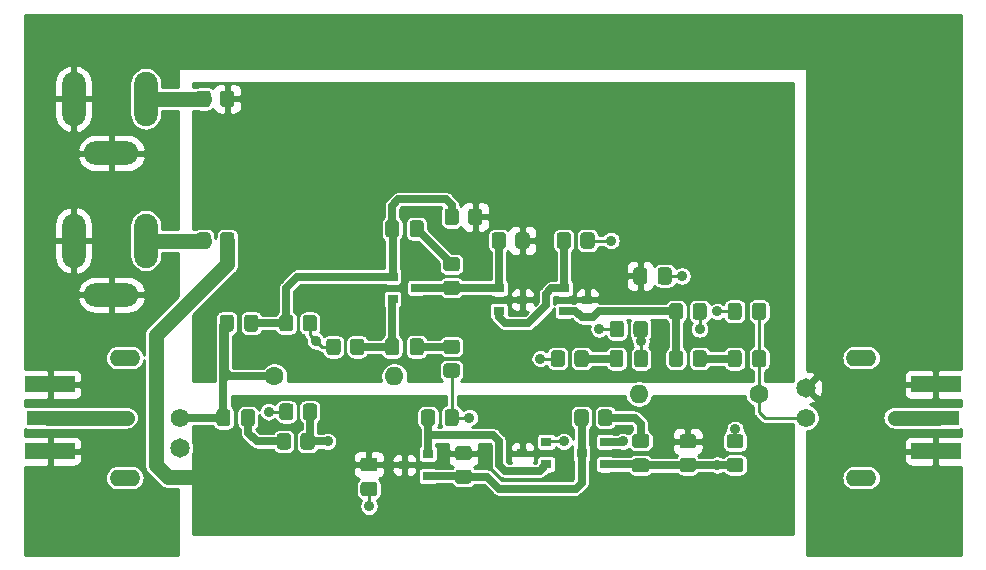
<source format=gtl>
%TF.GenerationSoftware,KiCad,Pcbnew,(5.1.10)-1*%
%TF.CreationDate,2021-10-30T10:02:25-04:00*%
%TF.ProjectId,W7ZOI_TIA_SMT,57375a4f-495f-4544-9941-5f534d542e6b,rev?*%
%TF.SameCoordinates,Original*%
%TF.FileFunction,Copper,L1,Top*%
%TF.FilePolarity,Positive*%
%FSLAX46Y46*%
G04 Gerber Fmt 4.6, Leading zero omitted, Abs format (unit mm)*
G04 Created by KiCad (PCBNEW (5.1.10)-1) date 2021-10-30 10:02:25*
%MOMM*%
%LPD*%
G01*
G04 APERTURE LIST*
%TA.AperFunction,ComponentPad*%
%ADD10C,1.600000*%
%TD*%
%TA.AperFunction,ComponentPad*%
%ADD11O,1.600000X1.600000*%
%TD*%
%TA.AperFunction,SMDPad,CuDef*%
%ADD12R,4.200000X1.350000*%
%TD*%
%TA.AperFunction,SMDPad,CuDef*%
%ADD13R,3.600000X1.270000*%
%TD*%
%TA.AperFunction,ComponentPad*%
%ADD14C,1.574800*%
%TD*%
%TA.AperFunction,ComponentPad*%
%ADD15C,1.651000*%
%TD*%
%TA.AperFunction,ComponentPad*%
%ADD16O,2.600000X1.400000*%
%TD*%
%TA.AperFunction,SMDPad,CuDef*%
%ADD17R,0.900000X0.800000*%
%TD*%
%TA.AperFunction,ComponentPad*%
%ADD18O,4.600000X2.000000*%
%TD*%
%TA.AperFunction,ComponentPad*%
%ADD19O,2.000000X4.600000*%
%TD*%
%TA.AperFunction,ViaPad*%
%ADD20C,0.889000*%
%TD*%
%TA.AperFunction,Conductor*%
%ADD21C,0.254000*%
%TD*%
%TA.AperFunction,Conductor*%
%ADD22C,0.635000*%
%TD*%
%TA.AperFunction,Conductor*%
%ADD23C,1.270000*%
%TD*%
%TA.AperFunction,Conductor*%
%ADD24C,0.150000*%
%TD*%
G04 APERTURE END LIST*
D10*
%TO.P,R11,1*%
%TO.N,VOUTLR*%
X277040000Y-97534600D03*
D11*
%TO.P,R11,2*%
%TO.N,GND*%
X266880000Y-97534600D03*
%TD*%
D12*
%TO.P,P1,2*%
%TO.N,GND*%
X217040000Y-96709600D03*
X217040000Y-102359600D03*
D13*
%TO.P,P1,1*%
%TO.N,VINLR*%
X216840000Y-99534600D03*
%TD*%
%TO.P,P2,1*%
%TO.N,VOUTLR*%
X292240000Y-99534600D03*
D12*
%TO.P,P2,2*%
%TO.N,GND*%
X292040000Y-96709600D03*
X292040000Y-102359600D03*
%TD*%
D14*
%TO.P,P3,1*%
%TO.N,VINLR*%
X228040000Y-99534600D03*
D15*
%TO.P,P3,2*%
%TO.N,GND*%
X228040000Y-102074600D03*
D16*
%TO.P,P3,*%
%TO.N,*%
X223360000Y-104614600D03*
X223360000Y-94454600D03*
%TD*%
%TO.P,P4,*%
%TO.N,*%
X285720000Y-104614600D03*
X285720000Y-94454600D03*
D15*
%TO.P,P4,2*%
%TO.N,GND*%
X281040000Y-96994600D03*
D14*
%TO.P,P4,1*%
%TO.N,VOUTLR*%
X281040000Y-99534600D03*
%TD*%
%TO.P,C1,1*%
%TO.N,/VCCLRF*%
%TA.AperFunction,SMDPad,CuDef*%
G36*
G01*
X266415000Y-88009600D02*
X266415000Y-87059600D01*
G75*
G02*
X266665000Y-86809600I250000J0D01*
G01*
X267340000Y-86809600D01*
G75*
G02*
X267590000Y-87059600I0J-250000D01*
G01*
X267590000Y-88009600D01*
G75*
G02*
X267340000Y-88259600I-250000J0D01*
G01*
X266665000Y-88259600D01*
G75*
G02*
X266415000Y-88009600I0J250000D01*
G01*
G37*
%TD.AperFunction*%
%TO.P,C1,2*%
%TO.N,GND*%
%TA.AperFunction,SMDPad,CuDef*%
G36*
G01*
X268490000Y-88009600D02*
X268490000Y-87059600D01*
G75*
G02*
X268740000Y-86809600I250000J0D01*
G01*
X269415000Y-86809600D01*
G75*
G02*
X269665000Y-87059600I0J-250000D01*
G01*
X269665000Y-88009600D01*
G75*
G02*
X269415000Y-88259600I-250000J0D01*
G01*
X268740000Y-88259600D01*
G75*
G02*
X268490000Y-88009600I0J250000D01*
G01*
G37*
%TD.AperFunction*%
%TD*%
%TO.P,C2,2*%
%TO.N,VINLR*%
%TA.AperFunction,SMDPad,CuDef*%
G36*
G01*
X232590000Y-91059600D02*
X232590000Y-92009600D01*
G75*
G02*
X232340000Y-92259600I-250000J0D01*
G01*
X231665000Y-92259600D01*
G75*
G02*
X231415000Y-92009600I0J250000D01*
G01*
X231415000Y-91059600D01*
G75*
G02*
X231665000Y-90809600I250000J0D01*
G01*
X232340000Y-90809600D01*
G75*
G02*
X232590000Y-91059600I0J-250000D01*
G01*
G37*
%TD.AperFunction*%
%TO.P,C2,1*%
%TO.N,/V1*%
%TA.AperFunction,SMDPad,CuDef*%
G36*
G01*
X234665000Y-91059600D02*
X234665000Y-92009600D01*
G75*
G02*
X234415000Y-92259600I-250000J0D01*
G01*
X233740000Y-92259600D01*
G75*
G02*
X233490000Y-92009600I0J250000D01*
G01*
X233490000Y-91059600D01*
G75*
G02*
X233740000Y-90809600I250000J0D01*
G01*
X234415000Y-90809600D01*
G75*
G02*
X234665000Y-91059600I0J-250000D01*
G01*
G37*
%TD.AperFunction*%
%TD*%
%TO.P,C3,1*%
%TO.N,Net-(C3-Pad1)*%
%TA.AperFunction,SMDPad,CuDef*%
G36*
G01*
X248665000Y-83059600D02*
X248665000Y-84009600D01*
G75*
G02*
X248415000Y-84259600I-250000J0D01*
G01*
X247740000Y-84259600D01*
G75*
G02*
X247490000Y-84009600I0J250000D01*
G01*
X247490000Y-83059600D01*
G75*
G02*
X247740000Y-82809600I250000J0D01*
G01*
X248415000Y-82809600D01*
G75*
G02*
X248665000Y-83059600I0J-250000D01*
G01*
G37*
%TD.AperFunction*%
%TO.P,C3,2*%
%TO.N,/V1*%
%TA.AperFunction,SMDPad,CuDef*%
G36*
G01*
X246590000Y-83059600D02*
X246590000Y-84009600D01*
G75*
G02*
X246340000Y-84259600I-250000J0D01*
G01*
X245665000Y-84259600D01*
G75*
G02*
X245415000Y-84009600I0J250000D01*
G01*
X245415000Y-83059600D01*
G75*
G02*
X245665000Y-82809600I250000J0D01*
G01*
X246340000Y-82809600D01*
G75*
G02*
X246590000Y-83059600I0J-250000D01*
G01*
G37*
%TD.AperFunction*%
%TD*%
%TO.P,C4,2*%
%TO.N,/V2*%
%TA.AperFunction,SMDPad,CuDef*%
G36*
G01*
X246590000Y-93059600D02*
X246590000Y-94009600D01*
G75*
G02*
X246340000Y-94259600I-250000J0D01*
G01*
X245665000Y-94259600D01*
G75*
G02*
X245415000Y-94009600I0J250000D01*
G01*
X245415000Y-93059600D01*
G75*
G02*
X245665000Y-92809600I250000J0D01*
G01*
X246340000Y-92809600D01*
G75*
G02*
X246590000Y-93059600I0J-250000D01*
G01*
G37*
%TD.AperFunction*%
%TO.P,C4,1*%
%TO.N,/V2A*%
%TA.AperFunction,SMDPad,CuDef*%
G36*
G01*
X248665000Y-93059600D02*
X248665000Y-94009600D01*
G75*
G02*
X248415000Y-94259600I-250000J0D01*
G01*
X247740000Y-94259600D01*
G75*
G02*
X247490000Y-94009600I0J250000D01*
G01*
X247490000Y-93059600D01*
G75*
G02*
X247740000Y-92809600I250000J0D01*
G01*
X248415000Y-92809600D01*
G75*
G02*
X248665000Y-93059600I0J-250000D01*
G01*
G37*
%TD.AperFunction*%
%TD*%
%TO.P,C5,2*%
%TO.N,/V5*%
%TA.AperFunction,SMDPad,CuDef*%
G36*
G01*
X275590000Y-94059600D02*
X275590000Y-95009600D01*
G75*
G02*
X275340000Y-95259600I-250000J0D01*
G01*
X274665000Y-95259600D01*
G75*
G02*
X274415000Y-95009600I0J250000D01*
G01*
X274415000Y-94059600D01*
G75*
G02*
X274665000Y-93809600I250000J0D01*
G01*
X275340000Y-93809600D01*
G75*
G02*
X275590000Y-94059600I0J-250000D01*
G01*
G37*
%TD.AperFunction*%
%TO.P,C5,1*%
%TO.N,VOUTLR*%
%TA.AperFunction,SMDPad,CuDef*%
G36*
G01*
X277665000Y-94059600D02*
X277665000Y-95009600D01*
G75*
G02*
X277415000Y-95259600I-250000J0D01*
G01*
X276740000Y-95259600D01*
G75*
G02*
X276490000Y-95009600I0J250000D01*
G01*
X276490000Y-94059600D01*
G75*
G02*
X276740000Y-93809600I250000J0D01*
G01*
X277415000Y-93809600D01*
G75*
G02*
X277665000Y-94059600I0J-250000D01*
G01*
G37*
%TD.AperFunction*%
%TD*%
%TO.P,C6,1*%
%TO.N,/V6*%
%TA.AperFunction,SMDPad,CuDef*%
G36*
G01*
X274415000Y-91009600D02*
X274415000Y-90059600D01*
G75*
G02*
X274665000Y-89809600I250000J0D01*
G01*
X275340000Y-89809600D01*
G75*
G02*
X275590000Y-90059600I0J-250000D01*
G01*
X275590000Y-91009600D01*
G75*
G02*
X275340000Y-91259600I-250000J0D01*
G01*
X274665000Y-91259600D01*
G75*
G02*
X274415000Y-91009600I0J250000D01*
G01*
G37*
%TD.AperFunction*%
%TO.P,C6,2*%
%TO.N,VOUTLR*%
%TA.AperFunction,SMDPad,CuDef*%
G36*
G01*
X276490000Y-91009600D02*
X276490000Y-90059600D01*
G75*
G02*
X276740000Y-89809600I250000J0D01*
G01*
X277415000Y-89809600D01*
G75*
G02*
X277665000Y-90059600I0J-250000D01*
G01*
X277665000Y-91009600D01*
G75*
G02*
X277415000Y-91259600I-250000J0D01*
G01*
X276740000Y-91259600D01*
G75*
G02*
X276490000Y-91009600I0J250000D01*
G01*
G37*
%TD.AperFunction*%
%TD*%
%TO.P,C7,1*%
%TO.N,/VCCRLF*%
%TA.AperFunction,SMDPad,CuDef*%
G36*
G01*
X243565000Y-102909600D02*
X244515000Y-102909600D01*
G75*
G02*
X244765000Y-103159600I0J-250000D01*
G01*
X244765000Y-103834600D01*
G75*
G02*
X244515000Y-104084600I-250000J0D01*
G01*
X243565000Y-104084600D01*
G75*
G02*
X243315000Y-103834600I0J250000D01*
G01*
X243315000Y-103159600D01*
G75*
G02*
X243565000Y-102909600I250000J0D01*
G01*
G37*
%TD.AperFunction*%
%TO.P,C7,2*%
%TO.N,GND*%
%TA.AperFunction,SMDPad,CuDef*%
G36*
G01*
X243565000Y-104984600D02*
X244515000Y-104984600D01*
G75*
G02*
X244765000Y-105234600I0J-250000D01*
G01*
X244765000Y-105909600D01*
G75*
G02*
X244515000Y-106159600I-250000J0D01*
G01*
X243565000Y-106159600D01*
G75*
G02*
X243315000Y-105909600I0J250000D01*
G01*
X243315000Y-105234600D01*
G75*
G02*
X243565000Y-104984600I250000J0D01*
G01*
G37*
%TD.AperFunction*%
%TD*%
%TO.P,C8,2*%
%TO.N,/V6*%
%TA.AperFunction,SMDPad,CuDef*%
G36*
G01*
X266565000Y-102984600D02*
X267515000Y-102984600D01*
G75*
G02*
X267765000Y-103234600I0J-250000D01*
G01*
X267765000Y-103909600D01*
G75*
G02*
X267515000Y-104159600I-250000J0D01*
G01*
X266565000Y-104159600D01*
G75*
G02*
X266315000Y-103909600I0J250000D01*
G01*
X266315000Y-103234600D01*
G75*
G02*
X266565000Y-102984600I250000J0D01*
G01*
G37*
%TD.AperFunction*%
%TO.P,C8,1*%
%TO.N,Net-(C8-Pad1)*%
%TA.AperFunction,SMDPad,CuDef*%
G36*
G01*
X266565000Y-100909600D02*
X267515000Y-100909600D01*
G75*
G02*
X267765000Y-101159600I0J-250000D01*
G01*
X267765000Y-101834600D01*
G75*
G02*
X267515000Y-102084600I-250000J0D01*
G01*
X266565000Y-102084600D01*
G75*
G02*
X266315000Y-101834600I0J250000D01*
G01*
X266315000Y-101159600D01*
G75*
G02*
X266565000Y-100909600I250000J0D01*
G01*
G37*
%TD.AperFunction*%
%TD*%
%TO.P,C9,1*%
%TO.N,/V7A*%
%TA.AperFunction,SMDPad,CuDef*%
G36*
G01*
X264415000Y-95009600D02*
X264415000Y-94059600D01*
G75*
G02*
X264665000Y-93809600I250000J0D01*
G01*
X265340000Y-93809600D01*
G75*
G02*
X265590000Y-94059600I0J-250000D01*
G01*
X265590000Y-95009600D01*
G75*
G02*
X265340000Y-95259600I-250000J0D01*
G01*
X264665000Y-95259600D01*
G75*
G02*
X264415000Y-95009600I0J250000D01*
G01*
G37*
%TD.AperFunction*%
%TO.P,C9,2*%
%TO.N,/V7*%
%TA.AperFunction,SMDPad,CuDef*%
G36*
G01*
X266490000Y-95009600D02*
X266490000Y-94059600D01*
G75*
G02*
X266740000Y-93809600I250000J0D01*
G01*
X267415000Y-93809600D01*
G75*
G02*
X267665000Y-94059600I0J-250000D01*
G01*
X267665000Y-95009600D01*
G75*
G02*
X267415000Y-95259600I-250000J0D01*
G01*
X266740000Y-95259600D01*
G75*
G02*
X266490000Y-95009600I0J250000D01*
G01*
G37*
%TD.AperFunction*%
%TD*%
%TO.P,C10,2*%
%TO.N,/V10*%
%TA.AperFunction,SMDPad,CuDef*%
G36*
G01*
X233210000Y-100009600D02*
X233210000Y-99059600D01*
G75*
G02*
X233460000Y-98809600I250000J0D01*
G01*
X234135000Y-98809600D01*
G75*
G02*
X234385000Y-99059600I0J-250000D01*
G01*
X234385000Y-100009600D01*
G75*
G02*
X234135000Y-100259600I-250000J0D01*
G01*
X233460000Y-100259600D01*
G75*
G02*
X233210000Y-100009600I0J250000D01*
G01*
G37*
%TD.AperFunction*%
%TO.P,C10,1*%
%TO.N,VINLR*%
%TA.AperFunction,SMDPad,CuDef*%
G36*
G01*
X231135000Y-100009600D02*
X231135000Y-99059600D01*
G75*
G02*
X231385000Y-98809600I250000J0D01*
G01*
X232060000Y-98809600D01*
G75*
G02*
X232310000Y-99059600I0J-250000D01*
G01*
X232310000Y-100009600D01*
G75*
G02*
X232060000Y-100259600I-250000J0D01*
G01*
X231385000Y-100259600D01*
G75*
G02*
X231135000Y-100009600I0J250000D01*
G01*
G37*
%TD.AperFunction*%
%TD*%
%TO.P,R1,2*%
%TO.N,/V1*%
%TA.AperFunction,SMDPad,CuDef*%
G36*
G01*
X251640000Y-82084599D02*
X251640000Y-82984601D01*
G75*
G02*
X251390001Y-83234600I-249999J0D01*
G01*
X250689999Y-83234600D01*
G75*
G02*
X250440000Y-82984601I0J249999D01*
G01*
X250440000Y-82084599D01*
G75*
G02*
X250689999Y-81834600I249999J0D01*
G01*
X251390001Y-81834600D01*
G75*
G02*
X251640000Y-82084599I0J-249999D01*
G01*
G37*
%TD.AperFunction*%
%TO.P,R1,1*%
%TO.N,/VCCLRF*%
%TA.AperFunction,SMDPad,CuDef*%
G36*
G01*
X253640000Y-82084599D02*
X253640000Y-82984601D01*
G75*
G02*
X253390001Y-83234600I-249999J0D01*
G01*
X252689999Y-83234600D01*
G75*
G02*
X252440000Y-82984601I0J249999D01*
G01*
X252440000Y-82084599D01*
G75*
G02*
X252689999Y-81834600I249999J0D01*
G01*
X253390001Y-81834600D01*
G75*
G02*
X253640000Y-82084599I0J-249999D01*
G01*
G37*
%TD.AperFunction*%
%TD*%
%TO.P,R2,1*%
%TO.N,/V1*%
%TA.AperFunction,SMDPad,CuDef*%
G36*
G01*
X236440000Y-91984601D02*
X236440000Y-91084599D01*
G75*
G02*
X236689999Y-90834600I249999J0D01*
G01*
X237390001Y-90834600D01*
G75*
G02*
X237640000Y-91084599I0J-249999D01*
G01*
X237640000Y-91984601D01*
G75*
G02*
X237390001Y-92234600I-249999J0D01*
G01*
X236689999Y-92234600D01*
G75*
G02*
X236440000Y-91984601I0J249999D01*
G01*
G37*
%TD.AperFunction*%
%TO.P,R2,2*%
%TO.N,GND*%
%TA.AperFunction,SMDPad,CuDef*%
G36*
G01*
X238440000Y-91984601D02*
X238440000Y-91084599D01*
G75*
G02*
X238689999Y-90834600I249999J0D01*
G01*
X239390001Y-90834600D01*
G75*
G02*
X239640000Y-91084599I0J-249999D01*
G01*
X239640000Y-91984601D01*
G75*
G02*
X239390001Y-92234600I-249999J0D01*
G01*
X238689999Y-92234600D01*
G75*
G02*
X238440000Y-91984601I0J249999D01*
G01*
G37*
%TD.AperFunction*%
%TD*%
%TO.P,R3,1*%
%TO.N,/V3*%
%TA.AperFunction,SMDPad,CuDef*%
G36*
G01*
X251490001Y-89134600D02*
X250589999Y-89134600D01*
G75*
G02*
X250340000Y-88884601I0J249999D01*
G01*
X250340000Y-88184599D01*
G75*
G02*
X250589999Y-87934600I249999J0D01*
G01*
X251490001Y-87934600D01*
G75*
G02*
X251740000Y-88184599I0J-249999D01*
G01*
X251740000Y-88884601D01*
G75*
G02*
X251490001Y-89134600I-249999J0D01*
G01*
G37*
%TD.AperFunction*%
%TO.P,R3,2*%
%TO.N,Net-(C3-Pad1)*%
%TA.AperFunction,SMDPad,CuDef*%
G36*
G01*
X251490001Y-87134600D02*
X250589999Y-87134600D01*
G75*
G02*
X250340000Y-86884601I0J249999D01*
G01*
X250340000Y-86184599D01*
G75*
G02*
X250589999Y-85934600I249999J0D01*
G01*
X251490001Y-85934600D01*
G75*
G02*
X251740000Y-86184599I0J-249999D01*
G01*
X251740000Y-86884601D01*
G75*
G02*
X251490001Y-87134600I-249999J0D01*
G01*
G37*
%TD.AperFunction*%
%TD*%
%TO.P,R4,2*%
%TO.N,/VCCLRF*%
%TA.AperFunction,SMDPad,CuDef*%
G36*
G01*
X231440000Y-72984601D02*
X231440000Y-72084599D01*
G75*
G02*
X231689999Y-71834600I249999J0D01*
G01*
X232390001Y-71834600D01*
G75*
G02*
X232640000Y-72084599I0J-249999D01*
G01*
X232640000Y-72984601D01*
G75*
G02*
X232390001Y-73234600I-249999J0D01*
G01*
X231689999Y-73234600D01*
G75*
G02*
X231440000Y-72984601I0J249999D01*
G01*
G37*
%TD.AperFunction*%
%TO.P,R4,1*%
%TO.N,VCCLR*%
%TA.AperFunction,SMDPad,CuDef*%
G36*
G01*
X229440000Y-72984601D02*
X229440000Y-72084599D01*
G75*
G02*
X229689999Y-71834600I249999J0D01*
G01*
X230390001Y-71834600D01*
G75*
G02*
X230640000Y-72084599I0J-249999D01*
G01*
X230640000Y-72984601D01*
G75*
G02*
X230390001Y-73234600I-249999J0D01*
G01*
X229689999Y-73234600D01*
G75*
G02*
X229440000Y-72984601I0J249999D01*
G01*
G37*
%TD.AperFunction*%
%TD*%
%TO.P,R5,1*%
%TO.N,/VCCLRF*%
%TA.AperFunction,SMDPad,CuDef*%
G36*
G01*
X257640000Y-84084599D02*
X257640000Y-84984601D01*
G75*
G02*
X257390001Y-85234600I-249999J0D01*
G01*
X256689999Y-85234600D01*
G75*
G02*
X256440000Y-84984601I0J249999D01*
G01*
X256440000Y-84084599D01*
G75*
G02*
X256689999Y-83834600I249999J0D01*
G01*
X257390001Y-83834600D01*
G75*
G02*
X257640000Y-84084599I0J-249999D01*
G01*
G37*
%TD.AperFunction*%
%TO.P,R5,2*%
%TO.N,/V3*%
%TA.AperFunction,SMDPad,CuDef*%
G36*
G01*
X255640000Y-84084599D02*
X255640000Y-84984601D01*
G75*
G02*
X255390001Y-85234600I-249999J0D01*
G01*
X254689999Y-85234600D01*
G75*
G02*
X254440000Y-84984601I0J249999D01*
G01*
X254440000Y-84084599D01*
G75*
G02*
X254689999Y-83834600I249999J0D01*
G01*
X255390001Y-83834600D01*
G75*
G02*
X255640000Y-84084599I0J-249999D01*
G01*
G37*
%TD.AperFunction*%
%TD*%
%TO.P,R6,1*%
%TO.N,/V2*%
%TA.AperFunction,SMDPad,CuDef*%
G36*
G01*
X243640000Y-93084599D02*
X243640000Y-93984601D01*
G75*
G02*
X243390001Y-94234600I-249999J0D01*
G01*
X242689999Y-94234600D01*
G75*
G02*
X242440000Y-93984601I0J249999D01*
G01*
X242440000Y-93084599D01*
G75*
G02*
X242689999Y-92834600I249999J0D01*
G01*
X243390001Y-92834600D01*
G75*
G02*
X243640000Y-93084599I0J-249999D01*
G01*
G37*
%TD.AperFunction*%
%TO.P,R6,2*%
%TO.N,GND*%
%TA.AperFunction,SMDPad,CuDef*%
G36*
G01*
X241640000Y-93084599D02*
X241640000Y-93984601D01*
G75*
G02*
X241390001Y-94234600I-249999J0D01*
G01*
X240689999Y-94234600D01*
G75*
G02*
X240440000Y-93984601I0J249999D01*
G01*
X240440000Y-93084599D01*
G75*
G02*
X240689999Y-92834600I249999J0D01*
G01*
X241390001Y-92834600D01*
G75*
G02*
X241640000Y-93084599I0J-249999D01*
G01*
G37*
%TD.AperFunction*%
%TD*%
%TO.P,R7,2*%
%TO.N,GND*%
%TA.AperFunction,SMDPad,CuDef*%
G36*
G01*
X250589999Y-94934600D02*
X251490001Y-94934600D01*
G75*
G02*
X251740000Y-95184599I0J-249999D01*
G01*
X251740000Y-95884601D01*
G75*
G02*
X251490001Y-96134600I-249999J0D01*
G01*
X250589999Y-96134600D01*
G75*
G02*
X250340000Y-95884601I0J249999D01*
G01*
X250340000Y-95184599D01*
G75*
G02*
X250589999Y-94934600I249999J0D01*
G01*
G37*
%TD.AperFunction*%
%TO.P,R7,1*%
%TO.N,/V2A*%
%TA.AperFunction,SMDPad,CuDef*%
G36*
G01*
X250589999Y-92934600D02*
X251490001Y-92934600D01*
G75*
G02*
X251740000Y-93184599I0J-249999D01*
G01*
X251740000Y-93884601D01*
G75*
G02*
X251490001Y-94134600I-249999J0D01*
G01*
X250589999Y-94134600D01*
G75*
G02*
X250340000Y-93884601I0J249999D01*
G01*
X250340000Y-93184599D01*
G75*
G02*
X250589999Y-92934600I249999J0D01*
G01*
G37*
%TD.AperFunction*%
%TD*%
%TO.P,R8,2*%
%TO.N,GND*%
%TA.AperFunction,SMDPad,CuDef*%
G36*
G01*
X261940000Y-84984601D02*
X261940000Y-84084599D01*
G75*
G02*
X262189999Y-83834600I249999J0D01*
G01*
X262890001Y-83834600D01*
G75*
G02*
X263140000Y-84084599I0J-249999D01*
G01*
X263140000Y-84984601D01*
G75*
G02*
X262890001Y-85234600I-249999J0D01*
G01*
X262189999Y-85234600D01*
G75*
G02*
X261940000Y-84984601I0J249999D01*
G01*
G37*
%TD.AperFunction*%
%TO.P,R8,1*%
%TO.N,/V4*%
%TA.AperFunction,SMDPad,CuDef*%
G36*
G01*
X259940000Y-84984601D02*
X259940000Y-84084599D01*
G75*
G02*
X260189999Y-83834600I249999J0D01*
G01*
X260890001Y-83834600D01*
G75*
G02*
X261140000Y-84084599I0J-249999D01*
G01*
X261140000Y-84984601D01*
G75*
G02*
X260890001Y-85234600I-249999J0D01*
G01*
X260189999Y-85234600D01*
G75*
G02*
X259940000Y-84984601I0J249999D01*
G01*
G37*
%TD.AperFunction*%
%TD*%
%TO.P,R9,1*%
%TO.N,Net-(Q3-Pad2)*%
%TA.AperFunction,SMDPad,CuDef*%
G36*
G01*
X269440000Y-90984601D02*
X269440000Y-90084599D01*
G75*
G02*
X269689999Y-89834600I249999J0D01*
G01*
X270390001Y-89834600D01*
G75*
G02*
X270640000Y-90084599I0J-249999D01*
G01*
X270640000Y-90984601D01*
G75*
G02*
X270390001Y-91234600I-249999J0D01*
G01*
X269689999Y-91234600D01*
G75*
G02*
X269440000Y-90984601I0J249999D01*
G01*
G37*
%TD.AperFunction*%
%TO.P,R9,2*%
%TO.N,GND*%
%TA.AperFunction,SMDPad,CuDef*%
G36*
G01*
X271440000Y-90984601D02*
X271440000Y-90084599D01*
G75*
G02*
X271689999Y-89834600I249999J0D01*
G01*
X272390001Y-89834600D01*
G75*
G02*
X272640000Y-90084599I0J-249999D01*
G01*
X272640000Y-90984601D01*
G75*
G02*
X272390001Y-91234600I-249999J0D01*
G01*
X271689999Y-91234600D01*
G75*
G02*
X271440000Y-90984601I0J249999D01*
G01*
G37*
%TD.AperFunction*%
%TD*%
%TO.P,R10,2*%
%TO.N,Net-(Q3-Pad2)*%
%TA.AperFunction,SMDPad,CuDef*%
G36*
G01*
X270640000Y-94084599D02*
X270640000Y-94984601D01*
G75*
G02*
X270390001Y-95234600I-249999J0D01*
G01*
X269689999Y-95234600D01*
G75*
G02*
X269440000Y-94984601I0J249999D01*
G01*
X269440000Y-94084599D01*
G75*
G02*
X269689999Y-93834600I249999J0D01*
G01*
X270390001Y-93834600D01*
G75*
G02*
X270640000Y-94084599I0J-249999D01*
G01*
G37*
%TD.AperFunction*%
%TO.P,R10,1*%
%TO.N,/V5*%
%TA.AperFunction,SMDPad,CuDef*%
G36*
G01*
X272640000Y-94084599D02*
X272640000Y-94984601D01*
G75*
G02*
X272390001Y-95234600I-249999J0D01*
G01*
X271689999Y-95234600D01*
G75*
G02*
X271440000Y-94984601I0J249999D01*
G01*
X271440000Y-94084599D01*
G75*
G02*
X271689999Y-93834600I249999J0D01*
G01*
X272390001Y-93834600D01*
G75*
G02*
X272640000Y-94084599I0J-249999D01*
G01*
G37*
%TD.AperFunction*%
%TD*%
%TO.P,R12,1*%
%TO.N,VCCRL*%
%TA.AperFunction,SMDPad,CuDef*%
G36*
G01*
X229440000Y-84984601D02*
X229440000Y-84084599D01*
G75*
G02*
X229689999Y-83834600I249999J0D01*
G01*
X230390001Y-83834600D01*
G75*
G02*
X230640000Y-84084599I0J-249999D01*
G01*
X230640000Y-84984601D01*
G75*
G02*
X230390001Y-85234600I-249999J0D01*
G01*
X229689999Y-85234600D01*
G75*
G02*
X229440000Y-84984601I0J249999D01*
G01*
G37*
%TD.AperFunction*%
%TO.P,R12,2*%
%TO.N,/VCCRLF*%
%TA.AperFunction,SMDPad,CuDef*%
G36*
G01*
X231440000Y-84984601D02*
X231440000Y-84084599D01*
G75*
G02*
X231689999Y-83834600I249999J0D01*
G01*
X232390001Y-83834600D01*
G75*
G02*
X232640000Y-84084599I0J-249999D01*
G01*
X232640000Y-84984601D01*
G75*
G02*
X232390001Y-85234600I-249999J0D01*
G01*
X231689999Y-85234600D01*
G75*
G02*
X231440000Y-84984601I0J249999D01*
G01*
G37*
%TD.AperFunction*%
%TD*%
%TO.P,R13,2*%
%TO.N,/V6*%
%TA.AperFunction,SMDPad,CuDef*%
G36*
G01*
X270589999Y-102934600D02*
X271490001Y-102934600D01*
G75*
G02*
X271740000Y-103184599I0J-249999D01*
G01*
X271740000Y-103884601D01*
G75*
G02*
X271490001Y-104134600I-249999J0D01*
G01*
X270589999Y-104134600D01*
G75*
G02*
X270340000Y-103884601I0J249999D01*
G01*
X270340000Y-103184599D01*
G75*
G02*
X270589999Y-102934600I249999J0D01*
G01*
G37*
%TD.AperFunction*%
%TO.P,R13,1*%
%TO.N,/VCCRLF*%
%TA.AperFunction,SMDPad,CuDef*%
G36*
G01*
X270589999Y-100934600D02*
X271490001Y-100934600D01*
G75*
G02*
X271740000Y-101184599I0J-249999D01*
G01*
X271740000Y-101884601D01*
G75*
G02*
X271490001Y-102134600I-249999J0D01*
G01*
X270589999Y-102134600D01*
G75*
G02*
X270340000Y-101884601I0J249999D01*
G01*
X270340000Y-101184599D01*
G75*
G02*
X270589999Y-100934600I249999J0D01*
G01*
G37*
%TD.AperFunction*%
%TD*%
%TO.P,R14,1*%
%TO.N,/V6*%
%TA.AperFunction,SMDPad,CuDef*%
G36*
G01*
X275490001Y-104134600D02*
X274589999Y-104134600D01*
G75*
G02*
X274340000Y-103884601I0J249999D01*
G01*
X274340000Y-103184599D01*
G75*
G02*
X274589999Y-102934600I249999J0D01*
G01*
X275490001Y-102934600D01*
G75*
G02*
X275740000Y-103184599I0J-249999D01*
G01*
X275740000Y-103884601D01*
G75*
G02*
X275490001Y-104134600I-249999J0D01*
G01*
G37*
%TD.AperFunction*%
%TO.P,R14,2*%
%TO.N,GND*%
%TA.AperFunction,SMDPad,CuDef*%
G36*
G01*
X275490001Y-102134600D02*
X274589999Y-102134600D01*
G75*
G02*
X274340000Y-101884601I0J249999D01*
G01*
X274340000Y-101184599D01*
G75*
G02*
X274589999Y-100934600I249999J0D01*
G01*
X275490001Y-100934600D01*
G75*
G02*
X275740000Y-101184599I0J-249999D01*
G01*
X275740000Y-101884601D01*
G75*
G02*
X275490001Y-102134600I-249999J0D01*
G01*
G37*
%TD.AperFunction*%
%TD*%
%TO.P,R15,1*%
%TO.N,/V8*%
%TA.AperFunction,SMDPad,CuDef*%
G36*
G01*
X261440000Y-99984601D02*
X261440000Y-99084599D01*
G75*
G02*
X261689999Y-98834600I249999J0D01*
G01*
X262390001Y-98834600D01*
G75*
G02*
X262640000Y-99084599I0J-249999D01*
G01*
X262640000Y-99984601D01*
G75*
G02*
X262390001Y-100234600I-249999J0D01*
G01*
X261689999Y-100234600D01*
G75*
G02*
X261440000Y-99984601I0J249999D01*
G01*
G37*
%TD.AperFunction*%
%TO.P,R15,2*%
%TO.N,Net-(C8-Pad1)*%
%TA.AperFunction,SMDPad,CuDef*%
G36*
G01*
X263440000Y-99984601D02*
X263440000Y-99084599D01*
G75*
G02*
X263689999Y-98834600I249999J0D01*
G01*
X264390001Y-98834600D01*
G75*
G02*
X264640000Y-99084599I0J-249999D01*
G01*
X264640000Y-99984601D01*
G75*
G02*
X264390001Y-100234600I-249999J0D01*
G01*
X263689999Y-100234600D01*
G75*
G02*
X263440000Y-99984601I0J249999D01*
G01*
G37*
%TD.AperFunction*%
%TD*%
%TO.P,R16,2*%
%TO.N,/V8*%
%TA.AperFunction,SMDPad,CuDef*%
G36*
G01*
X251589999Y-103934600D02*
X252490001Y-103934600D01*
G75*
G02*
X252740000Y-104184599I0J-249999D01*
G01*
X252740000Y-104884601D01*
G75*
G02*
X252490001Y-105134600I-249999J0D01*
G01*
X251589999Y-105134600D01*
G75*
G02*
X251340000Y-104884601I0J249999D01*
G01*
X251340000Y-104184599D01*
G75*
G02*
X251589999Y-103934600I249999J0D01*
G01*
G37*
%TD.AperFunction*%
%TO.P,R16,1*%
%TO.N,/VCCRLF*%
%TA.AperFunction,SMDPad,CuDef*%
G36*
G01*
X251589999Y-101934600D02*
X252490001Y-101934600D01*
G75*
G02*
X252740000Y-102184599I0J-249999D01*
G01*
X252740000Y-102884601D01*
G75*
G02*
X252490001Y-103134600I-249999J0D01*
G01*
X251589999Y-103134600D01*
G75*
G02*
X251340000Y-102884601I0J249999D01*
G01*
X251340000Y-102184599D01*
G75*
G02*
X251589999Y-101934600I249999J0D01*
G01*
G37*
%TD.AperFunction*%
%TD*%
%TO.P,R17,2*%
%TO.N,GND*%
%TA.AperFunction,SMDPad,CuDef*%
G36*
G01*
X265640000Y-91584599D02*
X265640000Y-92484601D01*
G75*
G02*
X265390001Y-92734600I-249999J0D01*
G01*
X264689999Y-92734600D01*
G75*
G02*
X264440000Y-92484601I0J249999D01*
G01*
X264440000Y-91584599D01*
G75*
G02*
X264689999Y-91334600I249999J0D01*
G01*
X265390001Y-91334600D01*
G75*
G02*
X265640000Y-91584599I0J-249999D01*
G01*
G37*
%TD.AperFunction*%
%TO.P,R17,1*%
%TO.N,/V7*%
%TA.AperFunction,SMDPad,CuDef*%
G36*
G01*
X267640000Y-91584599D02*
X267640000Y-92484601D01*
G75*
G02*
X267390001Y-92734600I-249999J0D01*
G01*
X266689999Y-92734600D01*
G75*
G02*
X266440000Y-92484601I0J249999D01*
G01*
X266440000Y-91584599D01*
G75*
G02*
X266689999Y-91334600I249999J0D01*
G01*
X267390001Y-91334600D01*
G75*
G02*
X267640000Y-91584599I0J-249999D01*
G01*
G37*
%TD.AperFunction*%
%TD*%
%TO.P,R18,2*%
%TO.N,GND*%
%TA.AperFunction,SMDPad,CuDef*%
G36*
G01*
X260640000Y-94084599D02*
X260640000Y-94984601D01*
G75*
G02*
X260390001Y-95234600I-249999J0D01*
G01*
X259689999Y-95234600D01*
G75*
G02*
X259440000Y-94984601I0J249999D01*
G01*
X259440000Y-94084599D01*
G75*
G02*
X259689999Y-93834600I249999J0D01*
G01*
X260390001Y-93834600D01*
G75*
G02*
X260640000Y-94084599I0J-249999D01*
G01*
G37*
%TD.AperFunction*%
%TO.P,R18,1*%
%TO.N,/V7A*%
%TA.AperFunction,SMDPad,CuDef*%
G36*
G01*
X262640000Y-94084599D02*
X262640000Y-94984601D01*
G75*
G02*
X262390001Y-95234600I-249999J0D01*
G01*
X261689999Y-95234600D01*
G75*
G02*
X261440000Y-94984601I0J249999D01*
G01*
X261440000Y-94084599D01*
G75*
G02*
X261689999Y-93834600I249999J0D01*
G01*
X262390001Y-93834600D01*
G75*
G02*
X262640000Y-94084599I0J-249999D01*
G01*
G37*
%TD.AperFunction*%
%TD*%
%TO.P,R19,1*%
%TO.N,/V9*%
%TA.AperFunction,SMDPad,CuDef*%
G36*
G01*
X248440000Y-99984601D02*
X248440000Y-99084599D01*
G75*
G02*
X248689999Y-98834600I249999J0D01*
G01*
X249390001Y-98834600D01*
G75*
G02*
X249640000Y-99084599I0J-249999D01*
G01*
X249640000Y-99984601D01*
G75*
G02*
X249390001Y-100234600I-249999J0D01*
G01*
X248689999Y-100234600D01*
G75*
G02*
X248440000Y-99984601I0J249999D01*
G01*
G37*
%TD.AperFunction*%
%TO.P,R19,2*%
%TO.N,GND*%
%TA.AperFunction,SMDPad,CuDef*%
G36*
G01*
X250440000Y-99984601D02*
X250440000Y-99084599D01*
G75*
G02*
X250689999Y-98834600I249999J0D01*
G01*
X251390001Y-98834600D01*
G75*
G02*
X251640000Y-99084599I0J-249999D01*
G01*
X251640000Y-99984601D01*
G75*
G02*
X251390001Y-100234600I-249999J0D01*
G01*
X250689999Y-100234600D01*
G75*
G02*
X250440000Y-99984601I0J249999D01*
G01*
G37*
%TD.AperFunction*%
%TD*%
%TO.P,R20,1*%
%TO.N,Net-(Q6-Pad2)*%
%TA.AperFunction,SMDPad,CuDef*%
G36*
G01*
X239640000Y-98584599D02*
X239640000Y-99484601D01*
G75*
G02*
X239390001Y-99734600I-249999J0D01*
G01*
X238689999Y-99734600D01*
G75*
G02*
X238440000Y-99484601I0J249999D01*
G01*
X238440000Y-98584599D01*
G75*
G02*
X238689999Y-98334600I249999J0D01*
G01*
X239390001Y-98334600D01*
G75*
G02*
X239640000Y-98584599I0J-249999D01*
G01*
G37*
%TD.AperFunction*%
%TO.P,R20,2*%
%TO.N,GND*%
%TA.AperFunction,SMDPad,CuDef*%
G36*
G01*
X237640000Y-98584599D02*
X237640000Y-99484601D01*
G75*
G02*
X237390001Y-99734600I-249999J0D01*
G01*
X236689999Y-99734600D01*
G75*
G02*
X236440000Y-99484601I0J249999D01*
G01*
X236440000Y-98584599D01*
G75*
G02*
X236689999Y-98334600I249999J0D01*
G01*
X237390001Y-98334600D01*
G75*
G02*
X237640000Y-98584599I0J-249999D01*
G01*
G37*
%TD.AperFunction*%
%TD*%
%TO.P,R21,2*%
%TO.N,Net-(Q6-Pad2)*%
%TA.AperFunction,SMDPad,CuDef*%
G36*
G01*
X238240000Y-101984601D02*
X238240000Y-101084599D01*
G75*
G02*
X238489999Y-100834600I249999J0D01*
G01*
X239190001Y-100834600D01*
G75*
G02*
X239440000Y-101084599I0J-249999D01*
G01*
X239440000Y-101984601D01*
G75*
G02*
X239190001Y-102234600I-249999J0D01*
G01*
X238489999Y-102234600D01*
G75*
G02*
X238240000Y-101984601I0J249999D01*
G01*
G37*
%TD.AperFunction*%
%TO.P,R21,1*%
%TO.N,/V10*%
%TA.AperFunction,SMDPad,CuDef*%
G36*
G01*
X236240000Y-101984601D02*
X236240000Y-101084599D01*
G75*
G02*
X236489999Y-100834600I249999J0D01*
G01*
X237190001Y-100834600D01*
G75*
G02*
X237440000Y-101084599I0J-249999D01*
G01*
X237440000Y-101984601D01*
G75*
G02*
X237190001Y-102234600I-249999J0D01*
G01*
X236489999Y-102234600D01*
G75*
G02*
X236240000Y-101984601I0J249999D01*
G01*
G37*
%TD.AperFunction*%
%TD*%
D17*
%TO.P,Q1,1*%
%TO.N,/V1*%
X246040000Y-87584600D03*
%TO.P,Q1,2*%
%TO.N,/V2*%
X246040000Y-89484600D03*
%TO.P,Q1,3*%
%TO.N,/V3*%
X248040000Y-88534600D03*
%TD*%
%TO.P,Q2,3*%
%TO.N,/VCCLRF*%
X257040000Y-89534600D03*
%TO.P,Q2,2*%
%TO.N,/V4*%
X255040000Y-90484600D03*
%TO.P,Q2,1*%
%TO.N,/V3*%
X255040000Y-88584600D03*
%TD*%
%TO.P,Q3,1*%
%TO.N,/V4*%
X260540000Y-88584600D03*
%TO.P,Q3,2*%
%TO.N,Net-(Q3-Pad2)*%
X260540000Y-90484600D03*
%TO.P,Q3,3*%
%TO.N,/VCCLRF*%
X262540000Y-89534600D03*
%TD*%
%TO.P,Q4,3*%
%TO.N,/V8*%
X262040000Y-102534600D03*
%TO.P,Q4,2*%
%TO.N,/V7*%
X264040000Y-101584600D03*
%TO.P,Q4,1*%
%TO.N,/V6*%
X264040000Y-103484600D03*
%TD*%
%TO.P,Q5,1*%
%TO.N,/V8*%
X249040000Y-104484600D03*
%TO.P,Q5,2*%
%TO.N,/V9*%
X249040000Y-102584600D03*
%TO.P,Q5,3*%
%TO.N,/VCCRLF*%
X247040000Y-103534600D03*
%TD*%
%TO.P,Q6,3*%
%TO.N,/VCCRLF*%
X257040000Y-102534600D03*
%TO.P,Q6,2*%
%TO.N,Net-(Q6-Pad2)*%
X259040000Y-101584600D03*
%TO.P,Q6,1*%
%TO.N,/V9*%
X259040000Y-103484600D03*
%TD*%
D18*
%TO.P,J1,3*%
%TO.N,GND*%
X222240000Y-77134600D03*
D19*
%TO.P,J1,1*%
%TO.N,VCCLR*%
X225140000Y-72534600D03*
%TO.P,J1,2*%
%TO.N,GND*%
X219040000Y-72534600D03*
%TD*%
%TO.P,J2,2*%
%TO.N,GND*%
X219040000Y-84534600D03*
%TO.P,J2,1*%
%TO.N,VCCRL*%
X225140000Y-84534600D03*
D18*
%TO.P,J2,3*%
%TO.N,GND*%
X222240000Y-89134600D03*
%TD*%
D11*
%TO.P,R22,2*%
%TO.N,GND*%
X246200000Y-96034600D03*
D10*
%TO.P,R22,1*%
%TO.N,VINLR*%
X236040000Y-96034600D03*
%TD*%
D20*
%TO.N,GND*%
X244040000Y-107034600D03*
X252540000Y-99534600D03*
X258540000Y-94534600D03*
X275040000Y-100534600D03*
X239540000Y-93034600D03*
X264540000Y-84534600D03*
X270540000Y-87534600D03*
X272040000Y-92034600D03*
X292040000Y-105034600D03*
X292040000Y-94534600D03*
X217040000Y-94034600D03*
X217040000Y-105034600D03*
X235540000Y-99034600D03*
X263540000Y-92034600D03*
X288540000Y-90034600D03*
X288540000Y-82534600D03*
X288540000Y-74034600D03*
X288540000Y-67534600D03*
X275040000Y-67534600D03*
X262540000Y-67534600D03*
X250040000Y-67534600D03*
X238540000Y-67534600D03*
X227040000Y-67534600D03*
X218540000Y-67534600D03*
X222040000Y-80534600D03*
X222040000Y-69534600D03*
X217540000Y-109534600D03*
X224540000Y-109534600D03*
X217040000Y-89534600D03*
X217040000Y-78534600D03*
X284040000Y-78534600D03*
X292540000Y-78534600D03*
X292540000Y-71034600D03*
X284040000Y-71034600D03*
X283540000Y-86534600D03*
X292540000Y-87034600D03*
X292540000Y-109034600D03*
X284540000Y-109034600D03*
%TO.N,/V6*%
X273540000Y-90534600D03*
X273540000Y-103534600D03*
%TO.N,/V7*%
X265540000Y-101534600D03*
X267077500Y-93072100D03*
%TO.N,VINLR*%
X223540000Y-99534600D03*
%TO.N,VOUTLR*%
X288540000Y-99534600D03*
%TO.N,Net-(Q6-Pad2)*%
X240540000Y-101534600D03*
X260540000Y-101534600D03*
%TD*%
D21*
%TO.N,GND*%
X244040000Y-105572100D02*
X244040000Y-107034600D01*
X251040000Y-99534600D02*
X252540000Y-99534600D01*
X251040000Y-95534600D02*
X251040000Y-99534600D01*
X260040000Y-94534600D02*
X258540000Y-94534600D01*
X275040000Y-101534600D02*
X275040000Y-100534600D01*
X240040000Y-93534600D02*
X239540000Y-93034600D01*
X241040000Y-93534600D02*
X240040000Y-93534600D01*
X239040000Y-92534600D02*
X239540000Y-93034600D01*
X239040000Y-91534600D02*
X239040000Y-92534600D01*
X263040000Y-84534600D02*
X264540000Y-84534600D01*
X269077500Y-87534600D02*
X270540000Y-87534600D01*
X272040000Y-90534600D02*
X272040000Y-92034600D01*
X237040000Y-99034600D02*
X235540000Y-99034600D01*
X265040000Y-92034600D02*
X263540000Y-92034600D01*
D22*
%TO.N,/V1*%
X237990000Y-87584600D02*
X237040000Y-88534600D01*
X246040000Y-87584600D02*
X237990000Y-87584600D01*
X237040000Y-91534600D02*
X237040000Y-88534600D01*
X234077500Y-91534600D02*
X237040000Y-91534600D01*
X246040000Y-83572100D02*
X246002500Y-83534600D01*
X246040000Y-87584600D02*
X246040000Y-83572100D01*
X246002500Y-83534600D02*
X246002500Y-81572100D01*
X246002500Y-81572100D02*
X246540000Y-81034600D01*
X246540000Y-81034600D02*
X250540000Y-81034600D01*
X250540000Y-81034600D02*
X251040000Y-81534600D01*
X251040000Y-81534600D02*
X251040000Y-82534600D01*
%TO.N,Net-(C3-Pad1)*%
X248077500Y-83572100D02*
X251040000Y-86534600D01*
X248077500Y-83534600D02*
X248077500Y-83572100D01*
%TO.N,/V5*%
X272040000Y-94534600D02*
X275002500Y-94534600D01*
%TO.N,Net-(C8-Pad1)*%
X267040000Y-100034600D02*
X267040000Y-101497100D01*
X266540000Y-99534600D02*
X267040000Y-100034600D01*
X264040000Y-99534600D02*
X266540000Y-99534600D01*
%TO.N,/V3*%
X248040000Y-88534600D02*
X251040000Y-88534600D01*
X254990000Y-88534600D02*
X255040000Y-88584600D01*
X251040000Y-88534600D02*
X254990000Y-88534600D01*
X255040000Y-88584600D02*
X255040000Y-84534600D01*
%TO.N,/V4*%
X255040000Y-90484600D02*
X255040000Y-91034600D01*
X255040000Y-91034600D02*
X255540000Y-91534600D01*
X257540000Y-91534600D02*
X259040000Y-90034600D01*
X255540000Y-91534600D02*
X257540000Y-91534600D01*
X259490000Y-88584600D02*
X259040000Y-89034600D01*
X260540000Y-88584600D02*
X259490000Y-88584600D01*
X259040000Y-90034600D02*
X259040000Y-89034600D01*
X260540000Y-84534600D02*
X260540000Y-88584600D01*
D21*
%TO.N,/V6*%
X275002500Y-90534600D02*
X273540000Y-90534600D01*
D22*
X266952500Y-103484600D02*
X267040000Y-103572100D01*
X264040000Y-103484600D02*
X266952500Y-103484600D01*
X271002500Y-103572100D02*
X271040000Y-103534600D01*
X267040000Y-103572100D02*
X271002500Y-103572100D01*
X271040000Y-103534600D02*
X273540000Y-103534600D01*
X275040000Y-103534600D02*
X273540000Y-103534600D01*
D21*
%TO.N,/V7*%
X267077500Y-92072100D02*
X267040000Y-92034600D01*
X267077500Y-93072100D02*
X267077500Y-92072100D01*
X267077500Y-94534600D02*
X267077500Y-93072100D01*
D22*
X265490000Y-101584600D02*
X265540000Y-101534600D01*
X264040000Y-101584600D02*
X265490000Y-101584600D01*
%TO.N,/V10*%
X236840000Y-101534600D02*
X234540000Y-101534600D01*
X233797500Y-100792100D02*
X233797500Y-99534600D01*
X234540000Y-101534600D02*
X233797500Y-100792100D01*
%TO.N,/V8*%
X251990000Y-104484600D02*
X252040000Y-104534600D01*
X249040000Y-104484600D02*
X251990000Y-104484600D01*
X252040000Y-104534600D02*
X254040000Y-104534600D01*
X254040000Y-104534600D02*
X255040000Y-105534600D01*
X255040000Y-105534600D02*
X261540000Y-105534600D01*
X261540000Y-105534600D02*
X262040000Y-105034600D01*
X262040000Y-105034600D02*
X262040000Y-102534600D01*
X262040000Y-99534600D02*
X262040000Y-102534600D01*
D21*
%TO.N,/V9*%
X249040000Y-99534600D02*
X249040000Y-101534600D01*
X249040000Y-101534600D02*
X249040000Y-102584600D01*
D22*
X249040000Y-101034600D02*
X254540000Y-101034600D01*
X249040000Y-102584600D02*
X249040000Y-101034600D01*
X249040000Y-101034600D02*
X249040000Y-99534600D01*
X254540000Y-101034600D02*
X255040000Y-101534600D01*
X255040000Y-101534600D02*
X255040000Y-103534600D01*
X255040000Y-103534600D02*
X255540000Y-104034600D01*
X258490000Y-104034600D02*
X259040000Y-103484600D01*
X255540000Y-104034600D02*
X258490000Y-104034600D01*
%TO.N,/V2*%
X246002500Y-89522100D02*
X246040000Y-89484600D01*
X246002500Y-93534600D02*
X246002500Y-89522100D01*
X243040000Y-93534600D02*
X246002500Y-93534600D01*
D23*
%TO.N,VCCRL*%
X225140000Y-84534600D02*
X230040000Y-84534600D01*
D21*
%TO.N,VINLR*%
X231722500Y-95852100D02*
X232040000Y-95534600D01*
X231722500Y-99534600D02*
X231722500Y-95852100D01*
X232040000Y-91572100D02*
X232002500Y-91534600D01*
X232040000Y-95534600D02*
X232040000Y-91572100D01*
X236040000Y-96034600D02*
X232540000Y-96034600D01*
X232540000Y-96034600D02*
X232040000Y-95534600D01*
D23*
X216840000Y-99534600D02*
X223540000Y-99534600D01*
D22*
X228040000Y-99534600D02*
X231722500Y-99534600D01*
X231722500Y-91814600D02*
X232002500Y-91534600D01*
X232040000Y-96034600D02*
X231722500Y-96352100D01*
X236040000Y-96034600D02*
X232040000Y-96034600D01*
X231722500Y-96352100D02*
X231722500Y-91814600D01*
X231722500Y-99534600D02*
X231722500Y-96352100D01*
D21*
%TO.N,VOUTLR*%
X277077500Y-94534600D02*
X277077500Y-90534600D01*
X277040000Y-94572100D02*
X277077500Y-94534600D01*
X277040000Y-99034600D02*
X277040000Y-94572100D01*
X281040000Y-99534600D02*
X277540000Y-99534600D01*
X277540000Y-99534600D02*
X277040000Y-99034600D01*
D23*
X292240000Y-99534600D02*
X288540000Y-99534600D01*
D22*
%TO.N,/V2A*%
X248077500Y-93534600D02*
X251040000Y-93534600D01*
%TO.N,/V7A*%
X262040000Y-94534600D02*
X265002500Y-94534600D01*
D23*
%TO.N,/VCCRLF*%
X232040000Y-84534600D02*
X232040000Y-86534600D01*
X232040000Y-86534600D02*
X226040000Y-92534600D01*
X226040000Y-92534600D02*
X226040000Y-103534600D01*
X226040000Y-103534600D02*
X227040000Y-104534600D01*
X227040000Y-104534600D02*
X231540000Y-104534600D01*
%TO.N,VCCLR*%
X230040000Y-72534600D02*
X225140000Y-72534600D01*
D21*
%TO.N,Net-(Q3-Pad2)*%
X269990000Y-90484600D02*
X270040000Y-90534600D01*
D22*
X261490000Y-90484600D02*
X262040000Y-91034600D01*
X260540000Y-90484600D02*
X261490000Y-90484600D01*
X263040000Y-91034600D02*
X262040000Y-91034600D01*
X263540000Y-90534600D02*
X263040000Y-91034600D01*
X270040000Y-90534600D02*
X263540000Y-90534600D01*
X270040000Y-94534600D02*
X270040000Y-90534600D01*
D21*
%TO.N,Net-(Q6-Pad2)*%
X259090000Y-101534600D02*
X259040000Y-101584600D01*
X260540000Y-101534600D02*
X259090000Y-101534600D01*
D22*
X239040000Y-101334600D02*
X238840000Y-101534600D01*
X239040000Y-99034600D02*
X239040000Y-101334600D01*
X238840000Y-101534600D02*
X240540000Y-101534600D01*
%TD*%
D21*
%TO.N,/VCCRLF*%
X250532001Y-98474394D02*
X250447821Y-98499929D01*
X250338411Y-98558410D01*
X250242512Y-98637112D01*
X250163810Y-98733011D01*
X250105329Y-98842421D01*
X250069317Y-98961138D01*
X250057157Y-99084599D01*
X250057157Y-99984601D01*
X250069317Y-100108062D01*
X250105329Y-100226779D01*
X250163762Y-100336100D01*
X249916238Y-100336100D01*
X249974671Y-100226779D01*
X250010683Y-100108062D01*
X250022843Y-99984601D01*
X250022843Y-99084599D01*
X250010683Y-98961138D01*
X249974671Y-98842421D01*
X249916190Y-98733011D01*
X249837488Y-98637112D01*
X249741589Y-98558410D01*
X249632179Y-98499929D01*
X249513462Y-98463917D01*
X249390001Y-98451757D01*
X248689999Y-98451757D01*
X248566538Y-98463917D01*
X248447821Y-98499929D01*
X248338411Y-98558410D01*
X248242512Y-98637112D01*
X248163810Y-98733011D01*
X248105329Y-98842421D01*
X248069317Y-98961138D01*
X248057157Y-99084599D01*
X248057157Y-99984601D01*
X248069317Y-100108062D01*
X248105329Y-100226779D01*
X248163810Y-100336189D01*
X248242512Y-100432088D01*
X248338411Y-100510790D01*
X248341500Y-100512441D01*
X248341500Y-101000291D01*
X248338121Y-101034600D01*
X248341501Y-101068918D01*
X248341500Y-101895661D01*
X248319289Y-101913889D01*
X248271678Y-101971904D01*
X248236299Y-102038092D01*
X248214513Y-102109911D01*
X248207157Y-102184600D01*
X248207157Y-102984600D01*
X248214513Y-103059289D01*
X248236299Y-103131108D01*
X248271678Y-103197296D01*
X248319289Y-103255311D01*
X248377304Y-103302922D01*
X248443492Y-103338301D01*
X248515311Y-103360087D01*
X248590000Y-103367443D01*
X249490000Y-103367443D01*
X249564689Y-103360087D01*
X249636508Y-103338301D01*
X249702696Y-103302922D01*
X249760711Y-103255311D01*
X249808322Y-103197296D01*
X249843701Y-103131108D01*
X249865487Y-103059289D01*
X249872843Y-102984600D01*
X249872843Y-102184600D01*
X249865487Y-102109911D01*
X249843701Y-102038092D01*
X249808322Y-101971904D01*
X249760711Y-101913889D01*
X249738500Y-101895661D01*
X249738500Y-101733100D01*
X250737551Y-101733100D01*
X250714188Y-101810118D01*
X250701928Y-101934600D01*
X250705000Y-102248850D01*
X250863750Y-102407600D01*
X251913000Y-102407600D01*
X251913000Y-102387600D01*
X252167000Y-102387600D01*
X252167000Y-102407600D01*
X253216250Y-102407600D01*
X253375000Y-102248850D01*
X253378072Y-101934600D01*
X253365812Y-101810118D01*
X253342449Y-101733100D01*
X254250673Y-101733100D01*
X254341500Y-101823928D01*
X254341501Y-103500292D01*
X254338122Y-103534600D01*
X254341501Y-103568908D01*
X254341501Y-103568909D01*
X254346684Y-103621529D01*
X254351608Y-103671529D01*
X254391549Y-103803198D01*
X254456409Y-103924543D01*
X254521826Y-104004253D01*
X254521830Y-104004257D01*
X254543698Y-104030903D01*
X254570343Y-104052770D01*
X255021829Y-104504257D01*
X255043697Y-104530903D01*
X255070343Y-104552771D01*
X255070346Y-104552774D01*
X255150056Y-104618191D01*
X255199571Y-104644657D01*
X255271403Y-104683052D01*
X255403070Y-104722993D01*
X255505691Y-104733100D01*
X255505702Y-104733100D01*
X255540000Y-104736478D01*
X255574298Y-104733100D01*
X258455702Y-104733100D01*
X258490000Y-104736478D01*
X258524298Y-104733100D01*
X258524309Y-104733100D01*
X258626930Y-104722993D01*
X258758597Y-104683052D01*
X258879943Y-104618191D01*
X258986303Y-104530903D01*
X259008175Y-104504252D01*
X259244984Y-104267443D01*
X259490000Y-104267443D01*
X259564689Y-104260087D01*
X259636508Y-104238301D01*
X259702696Y-104202922D01*
X259760711Y-104155311D01*
X259808322Y-104097296D01*
X259843701Y-104031108D01*
X259865487Y-103959289D01*
X259872843Y-103884600D01*
X259872843Y-103084600D01*
X259865487Y-103009911D01*
X259843701Y-102938092D01*
X259808322Y-102871904D01*
X259760711Y-102813889D01*
X259702696Y-102766278D01*
X259636508Y-102730899D01*
X259564689Y-102709113D01*
X259490000Y-102701757D01*
X258590000Y-102701757D01*
X258515311Y-102709113D01*
X258443492Y-102730899D01*
X258377304Y-102766278D01*
X258319289Y-102813889D01*
X258271678Y-102871904D01*
X258236299Y-102938092D01*
X258214513Y-103009911D01*
X258207157Y-103084600D01*
X258207157Y-103329616D01*
X258200673Y-103336100D01*
X257981960Y-103336100D01*
X258020537Y-103289094D01*
X258079502Y-103178780D01*
X258115812Y-103059082D01*
X258128072Y-102934600D01*
X258125000Y-102820350D01*
X257966250Y-102661600D01*
X257167000Y-102661600D01*
X257167000Y-102681600D01*
X256913000Y-102681600D01*
X256913000Y-102661600D01*
X256113750Y-102661600D01*
X255955000Y-102820350D01*
X255951928Y-102934600D01*
X255964188Y-103059082D01*
X256000498Y-103178780D01*
X256059463Y-103289094D01*
X256098040Y-103336100D01*
X255829328Y-103336100D01*
X255738500Y-103245273D01*
X255738500Y-102134600D01*
X255951928Y-102134600D01*
X255955000Y-102248850D01*
X256113750Y-102407600D01*
X256913000Y-102407600D01*
X256913000Y-101658350D01*
X257167000Y-101658350D01*
X257167000Y-102407600D01*
X257966250Y-102407600D01*
X258125000Y-102248850D01*
X258128072Y-102134600D01*
X258115812Y-102010118D01*
X258079502Y-101890420D01*
X258020537Y-101780106D01*
X257941185Y-101683415D01*
X257844494Y-101604063D01*
X257734180Y-101545098D01*
X257614482Y-101508788D01*
X257490000Y-101496528D01*
X257325750Y-101499600D01*
X257167000Y-101658350D01*
X256913000Y-101658350D01*
X256754250Y-101499600D01*
X256590000Y-101496528D01*
X256465518Y-101508788D01*
X256345820Y-101545098D01*
X256235506Y-101604063D01*
X256138815Y-101683415D01*
X256059463Y-101780106D01*
X256000498Y-101890420D01*
X255964188Y-102010118D01*
X255951928Y-102134600D01*
X255738500Y-102134600D01*
X255738500Y-101568898D01*
X255741878Y-101534600D01*
X255738500Y-101500302D01*
X255738500Y-101500291D01*
X255728393Y-101397670D01*
X255688452Y-101266003D01*
X255644941Y-101184599D01*
X255623591Y-101144656D01*
X255558174Y-101064946D01*
X255558167Y-101064939D01*
X255536302Y-101038297D01*
X255509661Y-101016433D01*
X255058175Y-100564948D01*
X255036303Y-100538297D01*
X254929943Y-100451009D01*
X254808597Y-100386148D01*
X254676930Y-100346207D01*
X254574309Y-100336100D01*
X254574298Y-100336100D01*
X254540000Y-100332722D01*
X254505702Y-100336100D01*
X252741959Y-100336100D01*
X252780789Y-100328376D01*
X252931021Y-100266148D01*
X253066225Y-100175808D01*
X253181208Y-100060825D01*
X253271548Y-99925621D01*
X253333776Y-99775389D01*
X253365500Y-99615905D01*
X253365500Y-99453295D01*
X253333776Y-99293811D01*
X253271548Y-99143579D01*
X253181208Y-99008375D01*
X253066225Y-98893392D01*
X252931021Y-98803052D01*
X252780789Y-98740824D01*
X252621305Y-98709100D01*
X252458695Y-98709100D01*
X252299211Y-98740824D01*
X252148979Y-98803052D01*
X252013775Y-98893392D01*
X251995635Y-98911532D01*
X251974671Y-98842421D01*
X251916190Y-98733011D01*
X251837488Y-98637112D01*
X251741589Y-98558410D01*
X251632179Y-98499929D01*
X251548000Y-98474394D01*
X251548000Y-97661600D01*
X265701125Y-97661600D01*
X265744386Y-97879085D01*
X265833412Y-98094013D01*
X265962658Y-98287443D01*
X266127157Y-98451942D01*
X266320587Y-98581188D01*
X266535515Y-98670214D01*
X266763682Y-98715600D01*
X266996318Y-98715600D01*
X267224485Y-98670214D01*
X267439413Y-98581188D01*
X267632843Y-98451942D01*
X267797342Y-98287443D01*
X267926588Y-98094013D01*
X268015614Y-97879085D01*
X268058875Y-97661600D01*
X275861125Y-97661600D01*
X275904386Y-97879085D01*
X275993412Y-98094013D01*
X276122658Y-98287443D01*
X276287157Y-98451942D01*
X276480587Y-98581188D01*
X276532000Y-98602484D01*
X276532000Y-99009656D01*
X276529543Y-99034600D01*
X276532000Y-99059544D01*
X276532000Y-99059546D01*
X276539351Y-99134184D01*
X276568399Y-99229942D01*
X276615571Y-99318195D01*
X276679052Y-99395548D01*
X276698435Y-99411455D01*
X277163145Y-99876165D01*
X277179052Y-99895548D01*
X277256405Y-99959029D01*
X277344657Y-100006201D01*
X277440415Y-100035249D01*
X277515053Y-100042600D01*
X277515056Y-100042600D01*
X277540000Y-100045057D01*
X277564944Y-100042600D01*
X279913000Y-100042600D01*
X279913000Y-109407600D01*
X229167000Y-109407600D01*
X229167000Y-104084600D01*
X242676928Y-104084600D01*
X242689188Y-104209082D01*
X242725498Y-104328780D01*
X242784463Y-104439094D01*
X242863815Y-104535785D01*
X242960506Y-104615137D01*
X243070820Y-104674102D01*
X243190518Y-104710412D01*
X243208780Y-104712211D01*
X243117512Y-104787112D01*
X243038810Y-104883011D01*
X242980329Y-104992421D01*
X242944317Y-105111138D01*
X242932157Y-105234600D01*
X242932157Y-105909600D01*
X242944317Y-106033062D01*
X242980329Y-106151779D01*
X243038810Y-106261189D01*
X243117512Y-106357088D01*
X243213411Y-106435790D01*
X243322821Y-106494271D01*
X243393824Y-106515809D01*
X243308452Y-106643579D01*
X243246224Y-106793811D01*
X243214500Y-106953295D01*
X243214500Y-107115905D01*
X243246224Y-107275389D01*
X243308452Y-107425621D01*
X243398792Y-107560825D01*
X243513775Y-107675808D01*
X243648979Y-107766148D01*
X243799211Y-107828376D01*
X243958695Y-107860100D01*
X244121305Y-107860100D01*
X244280789Y-107828376D01*
X244431021Y-107766148D01*
X244566225Y-107675808D01*
X244681208Y-107560825D01*
X244771548Y-107425621D01*
X244833776Y-107275389D01*
X244865500Y-107115905D01*
X244865500Y-106953295D01*
X244833776Y-106793811D01*
X244771548Y-106643579D01*
X244686176Y-106515809D01*
X244757179Y-106494271D01*
X244866589Y-106435790D01*
X244962488Y-106357088D01*
X245041190Y-106261189D01*
X245099671Y-106151779D01*
X245135683Y-106033062D01*
X245147843Y-105909600D01*
X245147843Y-105234600D01*
X245135683Y-105111138D01*
X245099671Y-104992421D01*
X245041190Y-104883011D01*
X244962488Y-104787112D01*
X244871220Y-104712211D01*
X244889482Y-104710412D01*
X245009180Y-104674102D01*
X245119494Y-104615137D01*
X245216185Y-104535785D01*
X245295537Y-104439094D01*
X245354502Y-104328780D01*
X245390812Y-104209082D01*
X245403072Y-104084600D01*
X245401545Y-103934600D01*
X245951928Y-103934600D01*
X245964188Y-104059082D01*
X246000498Y-104178780D01*
X246059463Y-104289094D01*
X246138815Y-104385785D01*
X246235506Y-104465137D01*
X246345820Y-104524102D01*
X246465518Y-104560412D01*
X246590000Y-104572672D01*
X246754250Y-104569600D01*
X246913000Y-104410850D01*
X246913000Y-103661600D01*
X247167000Y-103661600D01*
X247167000Y-104410850D01*
X247325750Y-104569600D01*
X247490000Y-104572672D01*
X247614482Y-104560412D01*
X247734180Y-104524102D01*
X247844494Y-104465137D01*
X247941185Y-104385785D01*
X248020537Y-104289094D01*
X248079502Y-104178780D01*
X248108071Y-104084600D01*
X248207157Y-104084600D01*
X248207157Y-104884600D01*
X248214513Y-104959289D01*
X248236299Y-105031108D01*
X248271678Y-105097296D01*
X248319289Y-105155311D01*
X248377304Y-105202922D01*
X248443492Y-105238301D01*
X248515311Y-105260087D01*
X248590000Y-105267443D01*
X249490000Y-105267443D01*
X249564689Y-105260087D01*
X249636508Y-105238301D01*
X249702696Y-105202922D01*
X249726850Y-105183100D01*
X251035433Y-105183100D01*
X251063810Y-105236189D01*
X251142512Y-105332088D01*
X251238411Y-105410790D01*
X251347821Y-105469271D01*
X251466538Y-105505283D01*
X251589999Y-105517443D01*
X252490001Y-105517443D01*
X252613462Y-105505283D01*
X252732179Y-105469271D01*
X252841589Y-105410790D01*
X252937488Y-105332088D01*
X253016190Y-105236189D01*
X253017841Y-105233100D01*
X253750673Y-105233100D01*
X254521829Y-106004257D01*
X254543697Y-106030903D01*
X254570343Y-106052771D01*
X254570346Y-106052774D01*
X254650057Y-106118191D01*
X254771403Y-106183052D01*
X254903070Y-106222993D01*
X255005691Y-106233100D01*
X255005702Y-106233100D01*
X255040000Y-106236478D01*
X255074298Y-106233100D01*
X261505702Y-106233100D01*
X261540000Y-106236478D01*
X261574298Y-106233100D01*
X261574309Y-106233100D01*
X261676930Y-106222993D01*
X261808597Y-106183052D01*
X261929943Y-106118191D01*
X262036303Y-106030903D01*
X262058175Y-106004252D01*
X262509661Y-105552767D01*
X262536302Y-105530903D01*
X262558167Y-105504261D01*
X262558174Y-105504254D01*
X262623591Y-105424544D01*
X262688451Y-105303198D01*
X262688452Y-105303197D01*
X262728393Y-105171530D01*
X262738500Y-105068909D01*
X262738500Y-105068898D01*
X262741878Y-105034600D01*
X262738500Y-105000302D01*
X262738500Y-103223539D01*
X262760711Y-103205311D01*
X262808322Y-103147296D01*
X262841834Y-103084600D01*
X263207157Y-103084600D01*
X263207157Y-103884600D01*
X263214513Y-103959289D01*
X263236299Y-104031108D01*
X263271678Y-104097296D01*
X263319289Y-104155311D01*
X263377304Y-104202922D01*
X263443492Y-104238301D01*
X263515311Y-104260087D01*
X263590000Y-104267443D01*
X264490000Y-104267443D01*
X264564689Y-104260087D01*
X264636508Y-104238301D01*
X264702696Y-104202922D01*
X264726850Y-104183100D01*
X265997070Y-104183100D01*
X266038810Y-104261189D01*
X266117512Y-104357088D01*
X266213411Y-104435790D01*
X266322821Y-104494271D01*
X266441538Y-104530283D01*
X266565000Y-104542443D01*
X267515000Y-104542443D01*
X267638462Y-104530283D01*
X267757179Y-104494271D01*
X267866589Y-104435790D01*
X267962488Y-104357088D01*
X268033467Y-104270600D01*
X270092050Y-104270600D01*
X270142512Y-104332088D01*
X270238411Y-104410790D01*
X270347821Y-104469271D01*
X270466538Y-104505283D01*
X270589999Y-104517443D01*
X271490001Y-104517443D01*
X271613462Y-104505283D01*
X271732179Y-104469271D01*
X271841589Y-104410790D01*
X271937488Y-104332088D01*
X272016190Y-104236189D01*
X272017841Y-104233100D01*
X273099519Y-104233100D01*
X273148979Y-104266148D01*
X273299211Y-104328376D01*
X273458695Y-104360100D01*
X273621305Y-104360100D01*
X273780789Y-104328376D01*
X273931021Y-104266148D01*
X273980481Y-104233100D01*
X274062159Y-104233100D01*
X274063810Y-104236189D01*
X274142512Y-104332088D01*
X274238411Y-104410790D01*
X274347821Y-104469271D01*
X274466538Y-104505283D01*
X274589999Y-104517443D01*
X275490001Y-104517443D01*
X275613462Y-104505283D01*
X275732179Y-104469271D01*
X275841589Y-104410790D01*
X275937488Y-104332088D01*
X276016190Y-104236189D01*
X276074671Y-104126779D01*
X276110683Y-104008062D01*
X276122843Y-103884601D01*
X276122843Y-103184599D01*
X276110683Y-103061138D01*
X276074671Y-102942421D01*
X276016190Y-102833011D01*
X275937488Y-102737112D01*
X275841589Y-102658410D01*
X275732179Y-102599929D01*
X275613462Y-102563917D01*
X275490001Y-102551757D01*
X274589999Y-102551757D01*
X274466538Y-102563917D01*
X274347821Y-102599929D01*
X274238411Y-102658410D01*
X274142512Y-102737112D01*
X274063810Y-102833011D01*
X274062159Y-102836100D01*
X273980481Y-102836100D01*
X273931021Y-102803052D01*
X273780789Y-102740824D01*
X273621305Y-102709100D01*
X273458695Y-102709100D01*
X273299211Y-102740824D01*
X273148979Y-102803052D01*
X273099519Y-102836100D01*
X272017841Y-102836100D01*
X272016190Y-102833011D01*
X271938246Y-102738036D01*
X271984180Y-102724102D01*
X272094494Y-102665137D01*
X272191185Y-102585785D01*
X272270537Y-102489094D01*
X272329502Y-102378780D01*
X272365812Y-102259082D01*
X272378072Y-102134600D01*
X272375000Y-101820350D01*
X272216250Y-101661600D01*
X271167000Y-101661600D01*
X271167000Y-101681600D01*
X270913000Y-101681600D01*
X270913000Y-101661600D01*
X269863750Y-101661600D01*
X269705000Y-101820350D01*
X269701928Y-102134600D01*
X269714188Y-102259082D01*
X269750498Y-102378780D01*
X269809463Y-102489094D01*
X269888815Y-102585785D01*
X269985506Y-102665137D01*
X270095820Y-102724102D01*
X270141754Y-102738036D01*
X270063810Y-102833011D01*
X270042115Y-102873600D01*
X268033467Y-102873600D01*
X267962488Y-102787112D01*
X267866589Y-102708410D01*
X267757179Y-102649929D01*
X267638462Y-102613917D01*
X267515000Y-102601757D01*
X266565000Y-102601757D01*
X266441538Y-102613917D01*
X266322821Y-102649929D01*
X266213411Y-102708410D01*
X266118745Y-102786100D01*
X264726850Y-102786100D01*
X264702696Y-102766278D01*
X264636508Y-102730899D01*
X264564689Y-102709113D01*
X264490000Y-102701757D01*
X263590000Y-102701757D01*
X263515311Y-102709113D01*
X263443492Y-102730899D01*
X263377304Y-102766278D01*
X263319289Y-102813889D01*
X263271678Y-102871904D01*
X263236299Y-102938092D01*
X263214513Y-103009911D01*
X263207157Y-103084600D01*
X262841834Y-103084600D01*
X262843701Y-103081108D01*
X262865487Y-103009289D01*
X262872843Y-102934600D01*
X262872843Y-102134600D01*
X262865487Y-102059911D01*
X262843701Y-101988092D01*
X262808322Y-101921904D01*
X262760711Y-101863889D01*
X262738500Y-101845661D01*
X262738500Y-100512441D01*
X262741589Y-100510790D01*
X262837488Y-100432088D01*
X262916190Y-100336189D01*
X262974671Y-100226779D01*
X263010683Y-100108062D01*
X263022843Y-99984601D01*
X263022843Y-99084599D01*
X263057157Y-99084599D01*
X263057157Y-99984601D01*
X263069317Y-100108062D01*
X263105329Y-100226779D01*
X263163810Y-100336189D01*
X263242512Y-100432088D01*
X263338411Y-100510790D01*
X263447821Y-100569271D01*
X263566538Y-100605283D01*
X263689999Y-100617443D01*
X264390001Y-100617443D01*
X264513462Y-100605283D01*
X264632179Y-100569271D01*
X264741589Y-100510790D01*
X264837488Y-100432088D01*
X264916190Y-100336189D01*
X264971292Y-100233100D01*
X266250673Y-100233100D01*
X266341500Y-100323928D01*
X266341500Y-100569263D01*
X266322821Y-100574929D01*
X266213411Y-100633410D01*
X266117512Y-100712112D01*
X266038810Y-100808011D01*
X266012397Y-100857426D01*
X265931021Y-100803052D01*
X265780789Y-100740824D01*
X265621305Y-100709100D01*
X265458695Y-100709100D01*
X265299211Y-100740824D01*
X265148979Y-100803052D01*
X265024688Y-100886100D01*
X264726850Y-100886100D01*
X264702696Y-100866278D01*
X264636508Y-100830899D01*
X264564689Y-100809113D01*
X264490000Y-100801757D01*
X263590000Y-100801757D01*
X263515311Y-100809113D01*
X263443492Y-100830899D01*
X263377304Y-100866278D01*
X263319289Y-100913889D01*
X263271678Y-100971904D01*
X263236299Y-101038092D01*
X263214513Y-101109911D01*
X263207157Y-101184600D01*
X263207157Y-101984600D01*
X263214513Y-102059289D01*
X263236299Y-102131108D01*
X263271678Y-102197296D01*
X263319289Y-102255311D01*
X263377304Y-102302922D01*
X263443492Y-102338301D01*
X263515311Y-102360087D01*
X263590000Y-102367443D01*
X264490000Y-102367443D01*
X264564689Y-102360087D01*
X264636508Y-102338301D01*
X264702696Y-102302922D01*
X264726850Y-102283100D01*
X265189905Y-102283100D01*
X265299211Y-102328376D01*
X265458695Y-102360100D01*
X265621305Y-102360100D01*
X265780789Y-102328376D01*
X265931021Y-102266148D01*
X266043017Y-102191315D01*
X266117512Y-102282088D01*
X266213411Y-102360790D01*
X266322821Y-102419271D01*
X266441538Y-102455283D01*
X266565000Y-102467443D01*
X267515000Y-102467443D01*
X267638462Y-102455283D01*
X267757179Y-102419271D01*
X267866589Y-102360790D01*
X267962488Y-102282088D01*
X268041190Y-102186189D01*
X268099671Y-102076779D01*
X268135683Y-101958062D01*
X268147843Y-101834600D01*
X268147843Y-101159600D01*
X268135683Y-101036138D01*
X268104883Y-100934600D01*
X269701928Y-100934600D01*
X269705000Y-101248850D01*
X269863750Y-101407600D01*
X270913000Y-101407600D01*
X270913000Y-100458350D01*
X271167000Y-100458350D01*
X271167000Y-101407600D01*
X272216250Y-101407600D01*
X272375000Y-101248850D01*
X272375628Y-101184599D01*
X273957157Y-101184599D01*
X273957157Y-101884601D01*
X273969317Y-102008062D01*
X274005329Y-102126779D01*
X274063810Y-102236189D01*
X274142512Y-102332088D01*
X274238411Y-102410790D01*
X274347821Y-102469271D01*
X274466538Y-102505283D01*
X274589999Y-102517443D01*
X275490001Y-102517443D01*
X275613462Y-102505283D01*
X275732179Y-102469271D01*
X275841589Y-102410790D01*
X275937488Y-102332088D01*
X276016190Y-102236189D01*
X276074671Y-102126779D01*
X276110683Y-102008062D01*
X276122843Y-101884601D01*
X276122843Y-101184599D01*
X276110683Y-101061138D01*
X276074671Y-100942421D01*
X276016190Y-100833011D01*
X275937488Y-100737112D01*
X275854876Y-100669314D01*
X275865500Y-100615905D01*
X275865500Y-100453295D01*
X275833776Y-100293811D01*
X275771548Y-100143579D01*
X275681208Y-100008375D01*
X275566225Y-99893392D01*
X275431021Y-99803052D01*
X275280789Y-99740824D01*
X275121305Y-99709100D01*
X274958695Y-99709100D01*
X274799211Y-99740824D01*
X274648979Y-99803052D01*
X274513775Y-99893392D01*
X274398792Y-100008375D01*
X274308452Y-100143579D01*
X274246224Y-100293811D01*
X274214500Y-100453295D01*
X274214500Y-100615905D01*
X274225124Y-100669314D01*
X274142512Y-100737112D01*
X274063810Y-100833011D01*
X274005329Y-100942421D01*
X273969317Y-101061138D01*
X273957157Y-101184599D01*
X272375628Y-101184599D01*
X272378072Y-100934600D01*
X272365812Y-100810118D01*
X272329502Y-100690420D01*
X272270537Y-100580106D01*
X272191185Y-100483415D01*
X272094494Y-100404063D01*
X271984180Y-100345098D01*
X271864482Y-100308788D01*
X271740000Y-100296528D01*
X271325750Y-100299600D01*
X271167000Y-100458350D01*
X270913000Y-100458350D01*
X270754250Y-100299600D01*
X270340000Y-100296528D01*
X270215518Y-100308788D01*
X270095820Y-100345098D01*
X269985506Y-100404063D01*
X269888815Y-100483415D01*
X269809463Y-100580106D01*
X269750498Y-100690420D01*
X269714188Y-100810118D01*
X269701928Y-100934600D01*
X268104883Y-100934600D01*
X268099671Y-100917421D01*
X268041190Y-100808011D01*
X267962488Y-100712112D01*
X267866589Y-100633410D01*
X267757179Y-100574929D01*
X267738500Y-100569263D01*
X267738500Y-100068898D01*
X267741878Y-100034600D01*
X267738500Y-100000302D01*
X267738500Y-100000291D01*
X267728393Y-99897670D01*
X267688452Y-99766003D01*
X267637955Y-99671530D01*
X267623591Y-99644656D01*
X267558174Y-99564946D01*
X267558167Y-99564939D01*
X267536302Y-99538297D01*
X267509661Y-99516433D01*
X267058175Y-99064948D01*
X267036303Y-99038297D01*
X266929943Y-98951009D01*
X266808597Y-98886148D01*
X266676930Y-98846207D01*
X266574309Y-98836100D01*
X266574298Y-98836100D01*
X266540000Y-98832722D01*
X266505702Y-98836100D01*
X264971292Y-98836100D01*
X264916190Y-98733011D01*
X264837488Y-98637112D01*
X264741589Y-98558410D01*
X264632179Y-98499929D01*
X264513462Y-98463917D01*
X264390001Y-98451757D01*
X263689999Y-98451757D01*
X263566538Y-98463917D01*
X263447821Y-98499929D01*
X263338411Y-98558410D01*
X263242512Y-98637112D01*
X263163810Y-98733011D01*
X263105329Y-98842421D01*
X263069317Y-98961138D01*
X263057157Y-99084599D01*
X263022843Y-99084599D01*
X263010683Y-98961138D01*
X262974671Y-98842421D01*
X262916190Y-98733011D01*
X262837488Y-98637112D01*
X262741589Y-98558410D01*
X262632179Y-98499929D01*
X262513462Y-98463917D01*
X262390001Y-98451757D01*
X261689999Y-98451757D01*
X261566538Y-98463917D01*
X261447821Y-98499929D01*
X261338411Y-98558410D01*
X261242512Y-98637112D01*
X261163810Y-98733011D01*
X261105329Y-98842421D01*
X261069317Y-98961138D01*
X261057157Y-99084599D01*
X261057157Y-99984601D01*
X261069317Y-100108062D01*
X261105329Y-100226779D01*
X261163810Y-100336189D01*
X261242512Y-100432088D01*
X261338411Y-100510790D01*
X261341500Y-100512441D01*
X261341501Y-101332644D01*
X261333776Y-101293811D01*
X261271548Y-101143579D01*
X261181208Y-101008375D01*
X261066225Y-100893392D01*
X260931021Y-100803052D01*
X260780789Y-100740824D01*
X260621305Y-100709100D01*
X260458695Y-100709100D01*
X260299211Y-100740824D01*
X260148979Y-100803052D01*
X260013775Y-100893392D01*
X259898792Y-101008375D01*
X259886615Y-101026600D01*
X259837558Y-101026600D01*
X259808322Y-100971904D01*
X259760711Y-100913889D01*
X259702696Y-100866278D01*
X259636508Y-100830899D01*
X259564689Y-100809113D01*
X259490000Y-100801757D01*
X258590000Y-100801757D01*
X258515311Y-100809113D01*
X258443492Y-100830899D01*
X258377304Y-100866278D01*
X258319289Y-100913889D01*
X258271678Y-100971904D01*
X258236299Y-101038092D01*
X258214513Y-101109911D01*
X258207157Y-101184600D01*
X258207157Y-101984600D01*
X258214513Y-102059289D01*
X258236299Y-102131108D01*
X258271678Y-102197296D01*
X258319289Y-102255311D01*
X258377304Y-102302922D01*
X258443492Y-102338301D01*
X258515311Y-102360087D01*
X258590000Y-102367443D01*
X259490000Y-102367443D01*
X259564689Y-102360087D01*
X259636508Y-102338301D01*
X259702696Y-102302922D01*
X259760711Y-102255311D01*
X259808322Y-102197296D01*
X259843701Y-102131108D01*
X259865487Y-102059289D01*
X259867131Y-102042600D01*
X259886615Y-102042600D01*
X259898792Y-102060825D01*
X260013775Y-102175808D01*
X260148979Y-102266148D01*
X260299211Y-102328376D01*
X260458695Y-102360100D01*
X260621305Y-102360100D01*
X260780789Y-102328376D01*
X260931021Y-102266148D01*
X261066225Y-102175808D01*
X261181208Y-102060825D01*
X261262265Y-101939514D01*
X261236299Y-101988092D01*
X261214513Y-102059911D01*
X261207157Y-102134600D01*
X261207157Y-102934600D01*
X261214513Y-103009289D01*
X261236299Y-103081108D01*
X261271678Y-103147296D01*
X261319289Y-103205311D01*
X261341501Y-103223539D01*
X261341500Y-104745272D01*
X261250673Y-104836100D01*
X255329328Y-104836100D01*
X254558174Y-104064947D01*
X254536303Y-104038297D01*
X254429943Y-103951009D01*
X254308597Y-103886148D01*
X254176930Y-103846207D01*
X254074309Y-103836100D01*
X254074298Y-103836100D01*
X254040000Y-103832722D01*
X254005702Y-103836100D01*
X253017841Y-103836100D01*
X253016190Y-103833011D01*
X252938246Y-103738036D01*
X252984180Y-103724102D01*
X253094494Y-103665137D01*
X253191185Y-103585785D01*
X253270537Y-103489094D01*
X253329502Y-103378780D01*
X253365812Y-103259082D01*
X253378072Y-103134600D01*
X253375000Y-102820350D01*
X253216250Y-102661600D01*
X252167000Y-102661600D01*
X252167000Y-102681600D01*
X251913000Y-102681600D01*
X251913000Y-102661600D01*
X250863750Y-102661600D01*
X250705000Y-102820350D01*
X250701928Y-103134600D01*
X250714188Y-103259082D01*
X250750498Y-103378780D01*
X250809463Y-103489094D01*
X250888815Y-103585785D01*
X250985506Y-103665137D01*
X251095820Y-103724102D01*
X251141754Y-103738036D01*
X251102309Y-103786100D01*
X249726850Y-103786100D01*
X249702696Y-103766278D01*
X249636508Y-103730899D01*
X249564689Y-103709113D01*
X249490000Y-103701757D01*
X248590000Y-103701757D01*
X248515311Y-103709113D01*
X248443492Y-103730899D01*
X248377304Y-103766278D01*
X248319289Y-103813889D01*
X248271678Y-103871904D01*
X248236299Y-103938092D01*
X248214513Y-104009911D01*
X248207157Y-104084600D01*
X248108071Y-104084600D01*
X248115812Y-104059082D01*
X248128072Y-103934600D01*
X248125000Y-103820350D01*
X247966250Y-103661600D01*
X247167000Y-103661600D01*
X246913000Y-103661600D01*
X246113750Y-103661600D01*
X245955000Y-103820350D01*
X245951928Y-103934600D01*
X245401545Y-103934600D01*
X245400000Y-103782850D01*
X245241250Y-103624100D01*
X244167000Y-103624100D01*
X244167000Y-103644100D01*
X243913000Y-103644100D01*
X243913000Y-103624100D01*
X242838750Y-103624100D01*
X242680000Y-103782850D01*
X242676928Y-104084600D01*
X229167000Y-104084600D01*
X229167000Y-102909600D01*
X242676928Y-102909600D01*
X242680000Y-103211350D01*
X242838750Y-103370100D01*
X243913000Y-103370100D01*
X243913000Y-102433350D01*
X244167000Y-102433350D01*
X244167000Y-103370100D01*
X245241250Y-103370100D01*
X245400000Y-103211350D01*
X245400781Y-103134600D01*
X245951928Y-103134600D01*
X245955000Y-103248850D01*
X246113750Y-103407600D01*
X246913000Y-103407600D01*
X246913000Y-102658350D01*
X247167000Y-102658350D01*
X247167000Y-103407600D01*
X247966250Y-103407600D01*
X248125000Y-103248850D01*
X248128072Y-103134600D01*
X248115812Y-103010118D01*
X248079502Y-102890420D01*
X248020537Y-102780106D01*
X247941185Y-102683415D01*
X247844494Y-102604063D01*
X247734180Y-102545098D01*
X247614482Y-102508788D01*
X247490000Y-102496528D01*
X247325750Y-102499600D01*
X247167000Y-102658350D01*
X246913000Y-102658350D01*
X246754250Y-102499600D01*
X246590000Y-102496528D01*
X246465518Y-102508788D01*
X246345820Y-102545098D01*
X246235506Y-102604063D01*
X246138815Y-102683415D01*
X246059463Y-102780106D01*
X246000498Y-102890420D01*
X245964188Y-103010118D01*
X245951928Y-103134600D01*
X245400781Y-103134600D01*
X245403072Y-102909600D01*
X245390812Y-102785118D01*
X245354502Y-102665420D01*
X245295537Y-102555106D01*
X245216185Y-102458415D01*
X245119494Y-102379063D01*
X245009180Y-102320098D01*
X244889482Y-102283788D01*
X244765000Y-102271528D01*
X244325750Y-102274600D01*
X244167000Y-102433350D01*
X243913000Y-102433350D01*
X243754250Y-102274600D01*
X243315000Y-102271528D01*
X243190518Y-102283788D01*
X243070820Y-102320098D01*
X242960506Y-102379063D01*
X242863815Y-102458415D01*
X242784463Y-102555106D01*
X242725498Y-102665420D01*
X242689188Y-102785118D01*
X242676928Y-102909600D01*
X229167000Y-102909600D01*
X229167000Y-102506518D01*
X229200135Y-102426523D01*
X229246500Y-102193430D01*
X229246500Y-101955770D01*
X229200135Y-101722677D01*
X229167000Y-101642682D01*
X229167000Y-100233100D01*
X230794663Y-100233100D01*
X230800329Y-100251779D01*
X230858810Y-100361189D01*
X230937512Y-100457088D01*
X231033411Y-100535790D01*
X231142821Y-100594271D01*
X231261538Y-100630283D01*
X231385000Y-100642443D01*
X232060000Y-100642443D01*
X232183462Y-100630283D01*
X232302179Y-100594271D01*
X232411589Y-100535790D01*
X232507488Y-100457088D01*
X232586190Y-100361189D01*
X232644671Y-100251779D01*
X232680683Y-100133062D01*
X232692843Y-100009600D01*
X232692843Y-99059600D01*
X232827157Y-99059600D01*
X232827157Y-100009600D01*
X232839317Y-100133062D01*
X232875329Y-100251779D01*
X232933810Y-100361189D01*
X233012512Y-100457088D01*
X233099000Y-100528067D01*
X233099000Y-100757801D01*
X233095622Y-100792100D01*
X233099000Y-100826398D01*
X233099000Y-100826408D01*
X233109107Y-100929029D01*
X233142254Y-101038298D01*
X233149049Y-101060698D01*
X233213909Y-101182043D01*
X233279326Y-101261753D01*
X233279329Y-101261756D01*
X233301197Y-101288402D01*
X233327844Y-101310271D01*
X234021829Y-102004257D01*
X234043697Y-102030903D01*
X234070343Y-102052771D01*
X234070346Y-102052774D01*
X234109916Y-102085248D01*
X234150057Y-102118191D01*
X234271403Y-102183052D01*
X234403070Y-102222993D01*
X234505691Y-102233100D01*
X234505702Y-102233100D01*
X234540000Y-102236478D01*
X234574298Y-102233100D01*
X235908708Y-102233100D01*
X235963810Y-102336189D01*
X236042512Y-102432088D01*
X236138411Y-102510790D01*
X236247821Y-102569271D01*
X236366538Y-102605283D01*
X236489999Y-102617443D01*
X237190001Y-102617443D01*
X237313462Y-102605283D01*
X237432179Y-102569271D01*
X237541589Y-102510790D01*
X237637488Y-102432088D01*
X237716190Y-102336189D01*
X237774671Y-102226779D01*
X237810683Y-102108062D01*
X237822843Y-101984601D01*
X237822843Y-101084599D01*
X237857157Y-101084599D01*
X237857157Y-101984601D01*
X237869317Y-102108062D01*
X237905329Y-102226779D01*
X237963810Y-102336189D01*
X238042512Y-102432088D01*
X238138411Y-102510790D01*
X238247821Y-102569271D01*
X238366538Y-102605283D01*
X238489999Y-102617443D01*
X239190001Y-102617443D01*
X239313462Y-102605283D01*
X239432179Y-102569271D01*
X239541589Y-102510790D01*
X239637488Y-102432088D01*
X239716190Y-102336189D01*
X239771292Y-102233100D01*
X240099519Y-102233100D01*
X240148979Y-102266148D01*
X240299211Y-102328376D01*
X240458695Y-102360100D01*
X240621305Y-102360100D01*
X240780789Y-102328376D01*
X240931021Y-102266148D01*
X241066225Y-102175808D01*
X241181208Y-102060825D01*
X241271548Y-101925621D01*
X241333776Y-101775389D01*
X241365500Y-101615905D01*
X241365500Y-101453295D01*
X241333776Y-101293811D01*
X241271548Y-101143579D01*
X241181208Y-101008375D01*
X241066225Y-100893392D01*
X240931021Y-100803052D01*
X240780789Y-100740824D01*
X240621305Y-100709100D01*
X240458695Y-100709100D01*
X240299211Y-100740824D01*
X240148979Y-100803052D01*
X240099519Y-100836100D01*
X239771292Y-100836100D01*
X239738500Y-100774750D01*
X239738500Y-100012441D01*
X239741589Y-100010790D01*
X239837488Y-99932088D01*
X239916190Y-99836189D01*
X239974671Y-99726779D01*
X240010683Y-99608062D01*
X240022843Y-99484601D01*
X240022843Y-98584599D01*
X240010683Y-98461138D01*
X239974671Y-98342421D01*
X239916190Y-98233011D01*
X239837488Y-98137112D01*
X239741589Y-98058410D01*
X239632179Y-97999929D01*
X239513462Y-97963917D01*
X239390001Y-97951757D01*
X238689999Y-97951757D01*
X238566538Y-97963917D01*
X238447821Y-97999929D01*
X238338411Y-98058410D01*
X238242512Y-98137112D01*
X238163810Y-98233011D01*
X238105329Y-98342421D01*
X238069317Y-98461138D01*
X238057157Y-98584599D01*
X238057157Y-99484601D01*
X238069317Y-99608062D01*
X238105329Y-99726779D01*
X238163810Y-99836189D01*
X238242512Y-99932088D01*
X238338411Y-100010790D01*
X238341500Y-100012441D01*
X238341501Y-100471512D01*
X238247821Y-100499929D01*
X238138411Y-100558410D01*
X238042512Y-100637112D01*
X237963810Y-100733011D01*
X237905329Y-100842421D01*
X237869317Y-100961138D01*
X237857157Y-101084599D01*
X237822843Y-101084599D01*
X237810683Y-100961138D01*
X237774671Y-100842421D01*
X237716190Y-100733011D01*
X237637488Y-100637112D01*
X237541589Y-100558410D01*
X237432179Y-100499929D01*
X237313462Y-100463917D01*
X237190001Y-100451757D01*
X236489999Y-100451757D01*
X236366538Y-100463917D01*
X236247821Y-100499929D01*
X236138411Y-100558410D01*
X236042512Y-100637112D01*
X235963810Y-100733011D01*
X235908708Y-100836100D01*
X234829328Y-100836100D01*
X234509893Y-100516665D01*
X234582488Y-100457088D01*
X234661190Y-100361189D01*
X234719671Y-100251779D01*
X234755683Y-100133062D01*
X234767843Y-100009600D01*
X234767843Y-99327582D01*
X234808452Y-99425621D01*
X234898792Y-99560825D01*
X235013775Y-99675808D01*
X235148979Y-99766148D01*
X235299211Y-99828376D01*
X235458695Y-99860100D01*
X235621305Y-99860100D01*
X235780789Y-99828376D01*
X235931021Y-99766148D01*
X236066225Y-99675808D01*
X236084365Y-99657668D01*
X236105329Y-99726779D01*
X236163810Y-99836189D01*
X236242512Y-99932088D01*
X236338411Y-100010790D01*
X236447821Y-100069271D01*
X236566538Y-100105283D01*
X236689999Y-100117443D01*
X237390001Y-100117443D01*
X237513462Y-100105283D01*
X237632179Y-100069271D01*
X237741589Y-100010790D01*
X237837488Y-99932088D01*
X237916190Y-99836189D01*
X237974671Y-99726779D01*
X238010683Y-99608062D01*
X238022843Y-99484601D01*
X238022843Y-98584599D01*
X238010683Y-98461138D01*
X237974671Y-98342421D01*
X237916190Y-98233011D01*
X237837488Y-98137112D01*
X237741589Y-98058410D01*
X237632179Y-97999929D01*
X237513462Y-97963917D01*
X237390001Y-97951757D01*
X236689999Y-97951757D01*
X236566538Y-97963917D01*
X236447821Y-97999929D01*
X236338411Y-98058410D01*
X236242512Y-98137112D01*
X236163810Y-98233011D01*
X236105329Y-98342421D01*
X236084365Y-98411532D01*
X236066225Y-98393392D01*
X235931021Y-98303052D01*
X235780789Y-98240824D01*
X235621305Y-98209100D01*
X235458695Y-98209100D01*
X235299211Y-98240824D01*
X235148979Y-98303052D01*
X235013775Y-98393392D01*
X234898792Y-98508375D01*
X234808452Y-98643579D01*
X234746224Y-98793811D01*
X234732871Y-98860937D01*
X234719671Y-98817421D01*
X234661190Y-98708011D01*
X234582488Y-98612112D01*
X234486589Y-98533410D01*
X234377179Y-98474929D01*
X234258462Y-98438917D01*
X234135000Y-98426757D01*
X233460000Y-98426757D01*
X233336538Y-98438917D01*
X233217821Y-98474929D01*
X233108411Y-98533410D01*
X233012512Y-98612112D01*
X232933810Y-98708011D01*
X232875329Y-98817421D01*
X232839317Y-98936138D01*
X232827157Y-99059600D01*
X232692843Y-99059600D01*
X232680683Y-98936138D01*
X232644671Y-98817421D01*
X232586190Y-98708011D01*
X232507488Y-98612112D01*
X232421000Y-98541133D01*
X232421000Y-97661600D01*
X250532001Y-97661600D01*
X250532001Y-98474394D01*
%TA.AperFunction,Conductor*%
D24*
G36*
X250532001Y-98474394D02*
G01*
X250447821Y-98499929D01*
X250338411Y-98558410D01*
X250242512Y-98637112D01*
X250163810Y-98733011D01*
X250105329Y-98842421D01*
X250069317Y-98961138D01*
X250057157Y-99084599D01*
X250057157Y-99984601D01*
X250069317Y-100108062D01*
X250105329Y-100226779D01*
X250163762Y-100336100D01*
X249916238Y-100336100D01*
X249974671Y-100226779D01*
X250010683Y-100108062D01*
X250022843Y-99984601D01*
X250022843Y-99084599D01*
X250010683Y-98961138D01*
X249974671Y-98842421D01*
X249916190Y-98733011D01*
X249837488Y-98637112D01*
X249741589Y-98558410D01*
X249632179Y-98499929D01*
X249513462Y-98463917D01*
X249390001Y-98451757D01*
X248689999Y-98451757D01*
X248566538Y-98463917D01*
X248447821Y-98499929D01*
X248338411Y-98558410D01*
X248242512Y-98637112D01*
X248163810Y-98733011D01*
X248105329Y-98842421D01*
X248069317Y-98961138D01*
X248057157Y-99084599D01*
X248057157Y-99984601D01*
X248069317Y-100108062D01*
X248105329Y-100226779D01*
X248163810Y-100336189D01*
X248242512Y-100432088D01*
X248338411Y-100510790D01*
X248341500Y-100512441D01*
X248341500Y-101000291D01*
X248338121Y-101034600D01*
X248341501Y-101068918D01*
X248341500Y-101895661D01*
X248319289Y-101913889D01*
X248271678Y-101971904D01*
X248236299Y-102038092D01*
X248214513Y-102109911D01*
X248207157Y-102184600D01*
X248207157Y-102984600D01*
X248214513Y-103059289D01*
X248236299Y-103131108D01*
X248271678Y-103197296D01*
X248319289Y-103255311D01*
X248377304Y-103302922D01*
X248443492Y-103338301D01*
X248515311Y-103360087D01*
X248590000Y-103367443D01*
X249490000Y-103367443D01*
X249564689Y-103360087D01*
X249636508Y-103338301D01*
X249702696Y-103302922D01*
X249760711Y-103255311D01*
X249808322Y-103197296D01*
X249843701Y-103131108D01*
X249865487Y-103059289D01*
X249872843Y-102984600D01*
X249872843Y-102184600D01*
X249865487Y-102109911D01*
X249843701Y-102038092D01*
X249808322Y-101971904D01*
X249760711Y-101913889D01*
X249738500Y-101895661D01*
X249738500Y-101733100D01*
X250737551Y-101733100D01*
X250714188Y-101810118D01*
X250701928Y-101934600D01*
X250705000Y-102248850D01*
X250863750Y-102407600D01*
X251913000Y-102407600D01*
X251913000Y-102387600D01*
X252167000Y-102387600D01*
X252167000Y-102407600D01*
X253216250Y-102407600D01*
X253375000Y-102248850D01*
X253378072Y-101934600D01*
X253365812Y-101810118D01*
X253342449Y-101733100D01*
X254250673Y-101733100D01*
X254341500Y-101823928D01*
X254341501Y-103500292D01*
X254338122Y-103534600D01*
X254341501Y-103568908D01*
X254341501Y-103568909D01*
X254346684Y-103621529D01*
X254351608Y-103671529D01*
X254391549Y-103803198D01*
X254456409Y-103924543D01*
X254521826Y-104004253D01*
X254521830Y-104004257D01*
X254543698Y-104030903D01*
X254570343Y-104052770D01*
X255021829Y-104504257D01*
X255043697Y-104530903D01*
X255070343Y-104552771D01*
X255070346Y-104552774D01*
X255150056Y-104618191D01*
X255199571Y-104644657D01*
X255271403Y-104683052D01*
X255403070Y-104722993D01*
X255505691Y-104733100D01*
X255505702Y-104733100D01*
X255540000Y-104736478D01*
X255574298Y-104733100D01*
X258455702Y-104733100D01*
X258490000Y-104736478D01*
X258524298Y-104733100D01*
X258524309Y-104733100D01*
X258626930Y-104722993D01*
X258758597Y-104683052D01*
X258879943Y-104618191D01*
X258986303Y-104530903D01*
X259008175Y-104504252D01*
X259244984Y-104267443D01*
X259490000Y-104267443D01*
X259564689Y-104260087D01*
X259636508Y-104238301D01*
X259702696Y-104202922D01*
X259760711Y-104155311D01*
X259808322Y-104097296D01*
X259843701Y-104031108D01*
X259865487Y-103959289D01*
X259872843Y-103884600D01*
X259872843Y-103084600D01*
X259865487Y-103009911D01*
X259843701Y-102938092D01*
X259808322Y-102871904D01*
X259760711Y-102813889D01*
X259702696Y-102766278D01*
X259636508Y-102730899D01*
X259564689Y-102709113D01*
X259490000Y-102701757D01*
X258590000Y-102701757D01*
X258515311Y-102709113D01*
X258443492Y-102730899D01*
X258377304Y-102766278D01*
X258319289Y-102813889D01*
X258271678Y-102871904D01*
X258236299Y-102938092D01*
X258214513Y-103009911D01*
X258207157Y-103084600D01*
X258207157Y-103329616D01*
X258200673Y-103336100D01*
X257981960Y-103336100D01*
X258020537Y-103289094D01*
X258079502Y-103178780D01*
X258115812Y-103059082D01*
X258128072Y-102934600D01*
X258125000Y-102820350D01*
X257966250Y-102661600D01*
X257167000Y-102661600D01*
X257167000Y-102681600D01*
X256913000Y-102681600D01*
X256913000Y-102661600D01*
X256113750Y-102661600D01*
X255955000Y-102820350D01*
X255951928Y-102934600D01*
X255964188Y-103059082D01*
X256000498Y-103178780D01*
X256059463Y-103289094D01*
X256098040Y-103336100D01*
X255829328Y-103336100D01*
X255738500Y-103245273D01*
X255738500Y-102134600D01*
X255951928Y-102134600D01*
X255955000Y-102248850D01*
X256113750Y-102407600D01*
X256913000Y-102407600D01*
X256913000Y-101658350D01*
X257167000Y-101658350D01*
X257167000Y-102407600D01*
X257966250Y-102407600D01*
X258125000Y-102248850D01*
X258128072Y-102134600D01*
X258115812Y-102010118D01*
X258079502Y-101890420D01*
X258020537Y-101780106D01*
X257941185Y-101683415D01*
X257844494Y-101604063D01*
X257734180Y-101545098D01*
X257614482Y-101508788D01*
X257490000Y-101496528D01*
X257325750Y-101499600D01*
X257167000Y-101658350D01*
X256913000Y-101658350D01*
X256754250Y-101499600D01*
X256590000Y-101496528D01*
X256465518Y-101508788D01*
X256345820Y-101545098D01*
X256235506Y-101604063D01*
X256138815Y-101683415D01*
X256059463Y-101780106D01*
X256000498Y-101890420D01*
X255964188Y-102010118D01*
X255951928Y-102134600D01*
X255738500Y-102134600D01*
X255738500Y-101568898D01*
X255741878Y-101534600D01*
X255738500Y-101500302D01*
X255738500Y-101500291D01*
X255728393Y-101397670D01*
X255688452Y-101266003D01*
X255644941Y-101184599D01*
X255623591Y-101144656D01*
X255558174Y-101064946D01*
X255558167Y-101064939D01*
X255536302Y-101038297D01*
X255509661Y-101016433D01*
X255058175Y-100564948D01*
X255036303Y-100538297D01*
X254929943Y-100451009D01*
X254808597Y-100386148D01*
X254676930Y-100346207D01*
X254574309Y-100336100D01*
X254574298Y-100336100D01*
X254540000Y-100332722D01*
X254505702Y-100336100D01*
X252741959Y-100336100D01*
X252780789Y-100328376D01*
X252931021Y-100266148D01*
X253066225Y-100175808D01*
X253181208Y-100060825D01*
X253271548Y-99925621D01*
X253333776Y-99775389D01*
X253365500Y-99615905D01*
X253365500Y-99453295D01*
X253333776Y-99293811D01*
X253271548Y-99143579D01*
X253181208Y-99008375D01*
X253066225Y-98893392D01*
X252931021Y-98803052D01*
X252780789Y-98740824D01*
X252621305Y-98709100D01*
X252458695Y-98709100D01*
X252299211Y-98740824D01*
X252148979Y-98803052D01*
X252013775Y-98893392D01*
X251995635Y-98911532D01*
X251974671Y-98842421D01*
X251916190Y-98733011D01*
X251837488Y-98637112D01*
X251741589Y-98558410D01*
X251632179Y-98499929D01*
X251548000Y-98474394D01*
X251548000Y-97661600D01*
X265701125Y-97661600D01*
X265744386Y-97879085D01*
X265833412Y-98094013D01*
X265962658Y-98287443D01*
X266127157Y-98451942D01*
X266320587Y-98581188D01*
X266535515Y-98670214D01*
X266763682Y-98715600D01*
X266996318Y-98715600D01*
X267224485Y-98670214D01*
X267439413Y-98581188D01*
X267632843Y-98451942D01*
X267797342Y-98287443D01*
X267926588Y-98094013D01*
X268015614Y-97879085D01*
X268058875Y-97661600D01*
X275861125Y-97661600D01*
X275904386Y-97879085D01*
X275993412Y-98094013D01*
X276122658Y-98287443D01*
X276287157Y-98451942D01*
X276480587Y-98581188D01*
X276532000Y-98602484D01*
X276532000Y-99009656D01*
X276529543Y-99034600D01*
X276532000Y-99059544D01*
X276532000Y-99059546D01*
X276539351Y-99134184D01*
X276568399Y-99229942D01*
X276615571Y-99318195D01*
X276679052Y-99395548D01*
X276698435Y-99411455D01*
X277163145Y-99876165D01*
X277179052Y-99895548D01*
X277256405Y-99959029D01*
X277344657Y-100006201D01*
X277440415Y-100035249D01*
X277515053Y-100042600D01*
X277515056Y-100042600D01*
X277540000Y-100045057D01*
X277564944Y-100042600D01*
X279913000Y-100042600D01*
X279913000Y-109407600D01*
X229167000Y-109407600D01*
X229167000Y-104084600D01*
X242676928Y-104084600D01*
X242689188Y-104209082D01*
X242725498Y-104328780D01*
X242784463Y-104439094D01*
X242863815Y-104535785D01*
X242960506Y-104615137D01*
X243070820Y-104674102D01*
X243190518Y-104710412D01*
X243208780Y-104712211D01*
X243117512Y-104787112D01*
X243038810Y-104883011D01*
X242980329Y-104992421D01*
X242944317Y-105111138D01*
X242932157Y-105234600D01*
X242932157Y-105909600D01*
X242944317Y-106033062D01*
X242980329Y-106151779D01*
X243038810Y-106261189D01*
X243117512Y-106357088D01*
X243213411Y-106435790D01*
X243322821Y-106494271D01*
X243393824Y-106515809D01*
X243308452Y-106643579D01*
X243246224Y-106793811D01*
X243214500Y-106953295D01*
X243214500Y-107115905D01*
X243246224Y-107275389D01*
X243308452Y-107425621D01*
X243398792Y-107560825D01*
X243513775Y-107675808D01*
X243648979Y-107766148D01*
X243799211Y-107828376D01*
X243958695Y-107860100D01*
X244121305Y-107860100D01*
X244280789Y-107828376D01*
X244431021Y-107766148D01*
X244566225Y-107675808D01*
X244681208Y-107560825D01*
X244771548Y-107425621D01*
X244833776Y-107275389D01*
X244865500Y-107115905D01*
X244865500Y-106953295D01*
X244833776Y-106793811D01*
X244771548Y-106643579D01*
X244686176Y-106515809D01*
X244757179Y-106494271D01*
X244866589Y-106435790D01*
X244962488Y-106357088D01*
X245041190Y-106261189D01*
X245099671Y-106151779D01*
X245135683Y-106033062D01*
X245147843Y-105909600D01*
X245147843Y-105234600D01*
X245135683Y-105111138D01*
X245099671Y-104992421D01*
X245041190Y-104883011D01*
X244962488Y-104787112D01*
X244871220Y-104712211D01*
X244889482Y-104710412D01*
X245009180Y-104674102D01*
X245119494Y-104615137D01*
X245216185Y-104535785D01*
X245295537Y-104439094D01*
X245354502Y-104328780D01*
X245390812Y-104209082D01*
X245403072Y-104084600D01*
X245401545Y-103934600D01*
X245951928Y-103934600D01*
X245964188Y-104059082D01*
X246000498Y-104178780D01*
X246059463Y-104289094D01*
X246138815Y-104385785D01*
X246235506Y-104465137D01*
X246345820Y-104524102D01*
X246465518Y-104560412D01*
X246590000Y-104572672D01*
X246754250Y-104569600D01*
X246913000Y-104410850D01*
X246913000Y-103661600D01*
X247167000Y-103661600D01*
X247167000Y-104410850D01*
X247325750Y-104569600D01*
X247490000Y-104572672D01*
X247614482Y-104560412D01*
X247734180Y-104524102D01*
X247844494Y-104465137D01*
X247941185Y-104385785D01*
X248020537Y-104289094D01*
X248079502Y-104178780D01*
X248108071Y-104084600D01*
X248207157Y-104084600D01*
X248207157Y-104884600D01*
X248214513Y-104959289D01*
X248236299Y-105031108D01*
X248271678Y-105097296D01*
X248319289Y-105155311D01*
X248377304Y-105202922D01*
X248443492Y-105238301D01*
X248515311Y-105260087D01*
X248590000Y-105267443D01*
X249490000Y-105267443D01*
X249564689Y-105260087D01*
X249636508Y-105238301D01*
X249702696Y-105202922D01*
X249726850Y-105183100D01*
X251035433Y-105183100D01*
X251063810Y-105236189D01*
X251142512Y-105332088D01*
X251238411Y-105410790D01*
X251347821Y-105469271D01*
X251466538Y-105505283D01*
X251589999Y-105517443D01*
X252490001Y-105517443D01*
X252613462Y-105505283D01*
X252732179Y-105469271D01*
X252841589Y-105410790D01*
X252937488Y-105332088D01*
X253016190Y-105236189D01*
X253017841Y-105233100D01*
X253750673Y-105233100D01*
X254521829Y-106004257D01*
X254543697Y-106030903D01*
X254570343Y-106052771D01*
X254570346Y-106052774D01*
X254650057Y-106118191D01*
X254771403Y-106183052D01*
X254903070Y-106222993D01*
X255005691Y-106233100D01*
X255005702Y-106233100D01*
X255040000Y-106236478D01*
X255074298Y-106233100D01*
X261505702Y-106233100D01*
X261540000Y-106236478D01*
X261574298Y-106233100D01*
X261574309Y-106233100D01*
X261676930Y-106222993D01*
X261808597Y-106183052D01*
X261929943Y-106118191D01*
X262036303Y-106030903D01*
X262058175Y-106004252D01*
X262509661Y-105552767D01*
X262536302Y-105530903D01*
X262558167Y-105504261D01*
X262558174Y-105504254D01*
X262623591Y-105424544D01*
X262688451Y-105303198D01*
X262688452Y-105303197D01*
X262728393Y-105171530D01*
X262738500Y-105068909D01*
X262738500Y-105068898D01*
X262741878Y-105034600D01*
X262738500Y-105000302D01*
X262738500Y-103223539D01*
X262760711Y-103205311D01*
X262808322Y-103147296D01*
X262841834Y-103084600D01*
X263207157Y-103084600D01*
X263207157Y-103884600D01*
X263214513Y-103959289D01*
X263236299Y-104031108D01*
X263271678Y-104097296D01*
X263319289Y-104155311D01*
X263377304Y-104202922D01*
X263443492Y-104238301D01*
X263515311Y-104260087D01*
X263590000Y-104267443D01*
X264490000Y-104267443D01*
X264564689Y-104260087D01*
X264636508Y-104238301D01*
X264702696Y-104202922D01*
X264726850Y-104183100D01*
X265997070Y-104183100D01*
X266038810Y-104261189D01*
X266117512Y-104357088D01*
X266213411Y-104435790D01*
X266322821Y-104494271D01*
X266441538Y-104530283D01*
X266565000Y-104542443D01*
X267515000Y-104542443D01*
X267638462Y-104530283D01*
X267757179Y-104494271D01*
X267866589Y-104435790D01*
X267962488Y-104357088D01*
X268033467Y-104270600D01*
X270092050Y-104270600D01*
X270142512Y-104332088D01*
X270238411Y-104410790D01*
X270347821Y-104469271D01*
X270466538Y-104505283D01*
X270589999Y-104517443D01*
X271490001Y-104517443D01*
X271613462Y-104505283D01*
X271732179Y-104469271D01*
X271841589Y-104410790D01*
X271937488Y-104332088D01*
X272016190Y-104236189D01*
X272017841Y-104233100D01*
X273099519Y-104233100D01*
X273148979Y-104266148D01*
X273299211Y-104328376D01*
X273458695Y-104360100D01*
X273621305Y-104360100D01*
X273780789Y-104328376D01*
X273931021Y-104266148D01*
X273980481Y-104233100D01*
X274062159Y-104233100D01*
X274063810Y-104236189D01*
X274142512Y-104332088D01*
X274238411Y-104410790D01*
X274347821Y-104469271D01*
X274466538Y-104505283D01*
X274589999Y-104517443D01*
X275490001Y-104517443D01*
X275613462Y-104505283D01*
X275732179Y-104469271D01*
X275841589Y-104410790D01*
X275937488Y-104332088D01*
X276016190Y-104236189D01*
X276074671Y-104126779D01*
X276110683Y-104008062D01*
X276122843Y-103884601D01*
X276122843Y-103184599D01*
X276110683Y-103061138D01*
X276074671Y-102942421D01*
X276016190Y-102833011D01*
X275937488Y-102737112D01*
X275841589Y-102658410D01*
X275732179Y-102599929D01*
X275613462Y-102563917D01*
X275490001Y-102551757D01*
X274589999Y-102551757D01*
X274466538Y-102563917D01*
X274347821Y-102599929D01*
X274238411Y-102658410D01*
X274142512Y-102737112D01*
X274063810Y-102833011D01*
X274062159Y-102836100D01*
X273980481Y-102836100D01*
X273931021Y-102803052D01*
X273780789Y-102740824D01*
X273621305Y-102709100D01*
X273458695Y-102709100D01*
X273299211Y-102740824D01*
X273148979Y-102803052D01*
X273099519Y-102836100D01*
X272017841Y-102836100D01*
X272016190Y-102833011D01*
X271938246Y-102738036D01*
X271984180Y-102724102D01*
X272094494Y-102665137D01*
X272191185Y-102585785D01*
X272270537Y-102489094D01*
X272329502Y-102378780D01*
X272365812Y-102259082D01*
X272378072Y-102134600D01*
X272375000Y-101820350D01*
X272216250Y-101661600D01*
X271167000Y-101661600D01*
X271167000Y-101681600D01*
X270913000Y-101681600D01*
X270913000Y-101661600D01*
X269863750Y-101661600D01*
X269705000Y-101820350D01*
X269701928Y-102134600D01*
X269714188Y-102259082D01*
X269750498Y-102378780D01*
X269809463Y-102489094D01*
X269888815Y-102585785D01*
X269985506Y-102665137D01*
X270095820Y-102724102D01*
X270141754Y-102738036D01*
X270063810Y-102833011D01*
X270042115Y-102873600D01*
X268033467Y-102873600D01*
X267962488Y-102787112D01*
X267866589Y-102708410D01*
X267757179Y-102649929D01*
X267638462Y-102613917D01*
X267515000Y-102601757D01*
X266565000Y-102601757D01*
X266441538Y-102613917D01*
X266322821Y-102649929D01*
X266213411Y-102708410D01*
X266118745Y-102786100D01*
X264726850Y-102786100D01*
X264702696Y-102766278D01*
X264636508Y-102730899D01*
X264564689Y-102709113D01*
X264490000Y-102701757D01*
X263590000Y-102701757D01*
X263515311Y-102709113D01*
X263443492Y-102730899D01*
X263377304Y-102766278D01*
X263319289Y-102813889D01*
X263271678Y-102871904D01*
X263236299Y-102938092D01*
X263214513Y-103009911D01*
X263207157Y-103084600D01*
X262841834Y-103084600D01*
X262843701Y-103081108D01*
X262865487Y-103009289D01*
X262872843Y-102934600D01*
X262872843Y-102134600D01*
X262865487Y-102059911D01*
X262843701Y-101988092D01*
X262808322Y-101921904D01*
X262760711Y-101863889D01*
X262738500Y-101845661D01*
X262738500Y-100512441D01*
X262741589Y-100510790D01*
X262837488Y-100432088D01*
X262916190Y-100336189D01*
X262974671Y-100226779D01*
X263010683Y-100108062D01*
X263022843Y-99984601D01*
X263022843Y-99084599D01*
X263057157Y-99084599D01*
X263057157Y-99984601D01*
X263069317Y-100108062D01*
X263105329Y-100226779D01*
X263163810Y-100336189D01*
X263242512Y-100432088D01*
X263338411Y-100510790D01*
X263447821Y-100569271D01*
X263566538Y-100605283D01*
X263689999Y-100617443D01*
X264390001Y-100617443D01*
X264513462Y-100605283D01*
X264632179Y-100569271D01*
X264741589Y-100510790D01*
X264837488Y-100432088D01*
X264916190Y-100336189D01*
X264971292Y-100233100D01*
X266250673Y-100233100D01*
X266341500Y-100323928D01*
X266341500Y-100569263D01*
X266322821Y-100574929D01*
X266213411Y-100633410D01*
X266117512Y-100712112D01*
X266038810Y-100808011D01*
X266012397Y-100857426D01*
X265931021Y-100803052D01*
X265780789Y-100740824D01*
X265621305Y-100709100D01*
X265458695Y-100709100D01*
X265299211Y-100740824D01*
X265148979Y-100803052D01*
X265024688Y-100886100D01*
X264726850Y-100886100D01*
X264702696Y-100866278D01*
X264636508Y-100830899D01*
X264564689Y-100809113D01*
X264490000Y-100801757D01*
X263590000Y-100801757D01*
X263515311Y-100809113D01*
X263443492Y-100830899D01*
X263377304Y-100866278D01*
X263319289Y-100913889D01*
X263271678Y-100971904D01*
X263236299Y-101038092D01*
X263214513Y-101109911D01*
X263207157Y-101184600D01*
X263207157Y-101984600D01*
X263214513Y-102059289D01*
X263236299Y-102131108D01*
X263271678Y-102197296D01*
X263319289Y-102255311D01*
X263377304Y-102302922D01*
X263443492Y-102338301D01*
X263515311Y-102360087D01*
X263590000Y-102367443D01*
X264490000Y-102367443D01*
X264564689Y-102360087D01*
X264636508Y-102338301D01*
X264702696Y-102302922D01*
X264726850Y-102283100D01*
X265189905Y-102283100D01*
X265299211Y-102328376D01*
X265458695Y-102360100D01*
X265621305Y-102360100D01*
X265780789Y-102328376D01*
X265931021Y-102266148D01*
X266043017Y-102191315D01*
X266117512Y-102282088D01*
X266213411Y-102360790D01*
X266322821Y-102419271D01*
X266441538Y-102455283D01*
X266565000Y-102467443D01*
X267515000Y-102467443D01*
X267638462Y-102455283D01*
X267757179Y-102419271D01*
X267866589Y-102360790D01*
X267962488Y-102282088D01*
X268041190Y-102186189D01*
X268099671Y-102076779D01*
X268135683Y-101958062D01*
X268147843Y-101834600D01*
X268147843Y-101159600D01*
X268135683Y-101036138D01*
X268104883Y-100934600D01*
X269701928Y-100934600D01*
X269705000Y-101248850D01*
X269863750Y-101407600D01*
X270913000Y-101407600D01*
X270913000Y-100458350D01*
X271167000Y-100458350D01*
X271167000Y-101407600D01*
X272216250Y-101407600D01*
X272375000Y-101248850D01*
X272375628Y-101184599D01*
X273957157Y-101184599D01*
X273957157Y-101884601D01*
X273969317Y-102008062D01*
X274005329Y-102126779D01*
X274063810Y-102236189D01*
X274142512Y-102332088D01*
X274238411Y-102410790D01*
X274347821Y-102469271D01*
X274466538Y-102505283D01*
X274589999Y-102517443D01*
X275490001Y-102517443D01*
X275613462Y-102505283D01*
X275732179Y-102469271D01*
X275841589Y-102410790D01*
X275937488Y-102332088D01*
X276016190Y-102236189D01*
X276074671Y-102126779D01*
X276110683Y-102008062D01*
X276122843Y-101884601D01*
X276122843Y-101184599D01*
X276110683Y-101061138D01*
X276074671Y-100942421D01*
X276016190Y-100833011D01*
X275937488Y-100737112D01*
X275854876Y-100669314D01*
X275865500Y-100615905D01*
X275865500Y-100453295D01*
X275833776Y-100293811D01*
X275771548Y-100143579D01*
X275681208Y-100008375D01*
X275566225Y-99893392D01*
X275431021Y-99803052D01*
X275280789Y-99740824D01*
X275121305Y-99709100D01*
X274958695Y-99709100D01*
X274799211Y-99740824D01*
X274648979Y-99803052D01*
X274513775Y-99893392D01*
X274398792Y-100008375D01*
X274308452Y-100143579D01*
X274246224Y-100293811D01*
X274214500Y-100453295D01*
X274214500Y-100615905D01*
X274225124Y-100669314D01*
X274142512Y-100737112D01*
X274063810Y-100833011D01*
X274005329Y-100942421D01*
X273969317Y-101061138D01*
X273957157Y-101184599D01*
X272375628Y-101184599D01*
X272378072Y-100934600D01*
X272365812Y-100810118D01*
X272329502Y-100690420D01*
X272270537Y-100580106D01*
X272191185Y-100483415D01*
X272094494Y-100404063D01*
X271984180Y-100345098D01*
X271864482Y-100308788D01*
X271740000Y-100296528D01*
X271325750Y-100299600D01*
X271167000Y-100458350D01*
X270913000Y-100458350D01*
X270754250Y-100299600D01*
X270340000Y-100296528D01*
X270215518Y-100308788D01*
X270095820Y-100345098D01*
X269985506Y-100404063D01*
X269888815Y-100483415D01*
X269809463Y-100580106D01*
X269750498Y-100690420D01*
X269714188Y-100810118D01*
X269701928Y-100934600D01*
X268104883Y-100934600D01*
X268099671Y-100917421D01*
X268041190Y-100808011D01*
X267962488Y-100712112D01*
X267866589Y-100633410D01*
X267757179Y-100574929D01*
X267738500Y-100569263D01*
X267738500Y-100068898D01*
X267741878Y-100034600D01*
X267738500Y-100000302D01*
X267738500Y-100000291D01*
X267728393Y-99897670D01*
X267688452Y-99766003D01*
X267637955Y-99671530D01*
X267623591Y-99644656D01*
X267558174Y-99564946D01*
X267558167Y-99564939D01*
X267536302Y-99538297D01*
X267509661Y-99516433D01*
X267058175Y-99064948D01*
X267036303Y-99038297D01*
X266929943Y-98951009D01*
X266808597Y-98886148D01*
X266676930Y-98846207D01*
X266574309Y-98836100D01*
X266574298Y-98836100D01*
X266540000Y-98832722D01*
X266505702Y-98836100D01*
X264971292Y-98836100D01*
X264916190Y-98733011D01*
X264837488Y-98637112D01*
X264741589Y-98558410D01*
X264632179Y-98499929D01*
X264513462Y-98463917D01*
X264390001Y-98451757D01*
X263689999Y-98451757D01*
X263566538Y-98463917D01*
X263447821Y-98499929D01*
X263338411Y-98558410D01*
X263242512Y-98637112D01*
X263163810Y-98733011D01*
X263105329Y-98842421D01*
X263069317Y-98961138D01*
X263057157Y-99084599D01*
X263022843Y-99084599D01*
X263010683Y-98961138D01*
X262974671Y-98842421D01*
X262916190Y-98733011D01*
X262837488Y-98637112D01*
X262741589Y-98558410D01*
X262632179Y-98499929D01*
X262513462Y-98463917D01*
X262390001Y-98451757D01*
X261689999Y-98451757D01*
X261566538Y-98463917D01*
X261447821Y-98499929D01*
X261338411Y-98558410D01*
X261242512Y-98637112D01*
X261163810Y-98733011D01*
X261105329Y-98842421D01*
X261069317Y-98961138D01*
X261057157Y-99084599D01*
X261057157Y-99984601D01*
X261069317Y-100108062D01*
X261105329Y-100226779D01*
X261163810Y-100336189D01*
X261242512Y-100432088D01*
X261338411Y-100510790D01*
X261341500Y-100512441D01*
X261341501Y-101332644D01*
X261333776Y-101293811D01*
X261271548Y-101143579D01*
X261181208Y-101008375D01*
X261066225Y-100893392D01*
X260931021Y-100803052D01*
X260780789Y-100740824D01*
X260621305Y-100709100D01*
X260458695Y-100709100D01*
X260299211Y-100740824D01*
X260148979Y-100803052D01*
X260013775Y-100893392D01*
X259898792Y-101008375D01*
X259886615Y-101026600D01*
X259837558Y-101026600D01*
X259808322Y-100971904D01*
X259760711Y-100913889D01*
X259702696Y-100866278D01*
X259636508Y-100830899D01*
X259564689Y-100809113D01*
X259490000Y-100801757D01*
X258590000Y-100801757D01*
X258515311Y-100809113D01*
X258443492Y-100830899D01*
X258377304Y-100866278D01*
X258319289Y-100913889D01*
X258271678Y-100971904D01*
X258236299Y-101038092D01*
X258214513Y-101109911D01*
X258207157Y-101184600D01*
X258207157Y-101984600D01*
X258214513Y-102059289D01*
X258236299Y-102131108D01*
X258271678Y-102197296D01*
X258319289Y-102255311D01*
X258377304Y-102302922D01*
X258443492Y-102338301D01*
X258515311Y-102360087D01*
X258590000Y-102367443D01*
X259490000Y-102367443D01*
X259564689Y-102360087D01*
X259636508Y-102338301D01*
X259702696Y-102302922D01*
X259760711Y-102255311D01*
X259808322Y-102197296D01*
X259843701Y-102131108D01*
X259865487Y-102059289D01*
X259867131Y-102042600D01*
X259886615Y-102042600D01*
X259898792Y-102060825D01*
X260013775Y-102175808D01*
X260148979Y-102266148D01*
X260299211Y-102328376D01*
X260458695Y-102360100D01*
X260621305Y-102360100D01*
X260780789Y-102328376D01*
X260931021Y-102266148D01*
X261066225Y-102175808D01*
X261181208Y-102060825D01*
X261262265Y-101939514D01*
X261236299Y-101988092D01*
X261214513Y-102059911D01*
X261207157Y-102134600D01*
X261207157Y-102934600D01*
X261214513Y-103009289D01*
X261236299Y-103081108D01*
X261271678Y-103147296D01*
X261319289Y-103205311D01*
X261341501Y-103223539D01*
X261341500Y-104745272D01*
X261250673Y-104836100D01*
X255329328Y-104836100D01*
X254558174Y-104064947D01*
X254536303Y-104038297D01*
X254429943Y-103951009D01*
X254308597Y-103886148D01*
X254176930Y-103846207D01*
X254074309Y-103836100D01*
X254074298Y-103836100D01*
X254040000Y-103832722D01*
X254005702Y-103836100D01*
X253017841Y-103836100D01*
X253016190Y-103833011D01*
X252938246Y-103738036D01*
X252984180Y-103724102D01*
X253094494Y-103665137D01*
X253191185Y-103585785D01*
X253270537Y-103489094D01*
X253329502Y-103378780D01*
X253365812Y-103259082D01*
X253378072Y-103134600D01*
X253375000Y-102820350D01*
X253216250Y-102661600D01*
X252167000Y-102661600D01*
X252167000Y-102681600D01*
X251913000Y-102681600D01*
X251913000Y-102661600D01*
X250863750Y-102661600D01*
X250705000Y-102820350D01*
X250701928Y-103134600D01*
X250714188Y-103259082D01*
X250750498Y-103378780D01*
X250809463Y-103489094D01*
X250888815Y-103585785D01*
X250985506Y-103665137D01*
X251095820Y-103724102D01*
X251141754Y-103738036D01*
X251102309Y-103786100D01*
X249726850Y-103786100D01*
X249702696Y-103766278D01*
X249636508Y-103730899D01*
X249564689Y-103709113D01*
X249490000Y-103701757D01*
X248590000Y-103701757D01*
X248515311Y-103709113D01*
X248443492Y-103730899D01*
X248377304Y-103766278D01*
X248319289Y-103813889D01*
X248271678Y-103871904D01*
X248236299Y-103938092D01*
X248214513Y-104009911D01*
X248207157Y-104084600D01*
X248108071Y-104084600D01*
X248115812Y-104059082D01*
X248128072Y-103934600D01*
X248125000Y-103820350D01*
X247966250Y-103661600D01*
X247167000Y-103661600D01*
X246913000Y-103661600D01*
X246113750Y-103661600D01*
X245955000Y-103820350D01*
X245951928Y-103934600D01*
X245401545Y-103934600D01*
X245400000Y-103782850D01*
X245241250Y-103624100D01*
X244167000Y-103624100D01*
X244167000Y-103644100D01*
X243913000Y-103644100D01*
X243913000Y-103624100D01*
X242838750Y-103624100D01*
X242680000Y-103782850D01*
X242676928Y-104084600D01*
X229167000Y-104084600D01*
X229167000Y-102909600D01*
X242676928Y-102909600D01*
X242680000Y-103211350D01*
X242838750Y-103370100D01*
X243913000Y-103370100D01*
X243913000Y-102433350D01*
X244167000Y-102433350D01*
X244167000Y-103370100D01*
X245241250Y-103370100D01*
X245400000Y-103211350D01*
X245400781Y-103134600D01*
X245951928Y-103134600D01*
X245955000Y-103248850D01*
X246113750Y-103407600D01*
X246913000Y-103407600D01*
X246913000Y-102658350D01*
X247167000Y-102658350D01*
X247167000Y-103407600D01*
X247966250Y-103407600D01*
X248125000Y-103248850D01*
X248128072Y-103134600D01*
X248115812Y-103010118D01*
X248079502Y-102890420D01*
X248020537Y-102780106D01*
X247941185Y-102683415D01*
X247844494Y-102604063D01*
X247734180Y-102545098D01*
X247614482Y-102508788D01*
X247490000Y-102496528D01*
X247325750Y-102499600D01*
X247167000Y-102658350D01*
X246913000Y-102658350D01*
X246754250Y-102499600D01*
X246590000Y-102496528D01*
X246465518Y-102508788D01*
X246345820Y-102545098D01*
X246235506Y-102604063D01*
X246138815Y-102683415D01*
X246059463Y-102780106D01*
X246000498Y-102890420D01*
X245964188Y-103010118D01*
X245951928Y-103134600D01*
X245400781Y-103134600D01*
X245403072Y-102909600D01*
X245390812Y-102785118D01*
X245354502Y-102665420D01*
X245295537Y-102555106D01*
X245216185Y-102458415D01*
X245119494Y-102379063D01*
X245009180Y-102320098D01*
X244889482Y-102283788D01*
X244765000Y-102271528D01*
X244325750Y-102274600D01*
X244167000Y-102433350D01*
X243913000Y-102433350D01*
X243754250Y-102274600D01*
X243315000Y-102271528D01*
X243190518Y-102283788D01*
X243070820Y-102320098D01*
X242960506Y-102379063D01*
X242863815Y-102458415D01*
X242784463Y-102555106D01*
X242725498Y-102665420D01*
X242689188Y-102785118D01*
X242676928Y-102909600D01*
X229167000Y-102909600D01*
X229167000Y-102506518D01*
X229200135Y-102426523D01*
X229246500Y-102193430D01*
X229246500Y-101955770D01*
X229200135Y-101722677D01*
X229167000Y-101642682D01*
X229167000Y-100233100D01*
X230794663Y-100233100D01*
X230800329Y-100251779D01*
X230858810Y-100361189D01*
X230937512Y-100457088D01*
X231033411Y-100535790D01*
X231142821Y-100594271D01*
X231261538Y-100630283D01*
X231385000Y-100642443D01*
X232060000Y-100642443D01*
X232183462Y-100630283D01*
X232302179Y-100594271D01*
X232411589Y-100535790D01*
X232507488Y-100457088D01*
X232586190Y-100361189D01*
X232644671Y-100251779D01*
X232680683Y-100133062D01*
X232692843Y-100009600D01*
X232692843Y-99059600D01*
X232827157Y-99059600D01*
X232827157Y-100009600D01*
X232839317Y-100133062D01*
X232875329Y-100251779D01*
X232933810Y-100361189D01*
X233012512Y-100457088D01*
X233099000Y-100528067D01*
X233099000Y-100757801D01*
X233095622Y-100792100D01*
X233099000Y-100826398D01*
X233099000Y-100826408D01*
X233109107Y-100929029D01*
X233142254Y-101038298D01*
X233149049Y-101060698D01*
X233213909Y-101182043D01*
X233279326Y-101261753D01*
X233279329Y-101261756D01*
X233301197Y-101288402D01*
X233327844Y-101310271D01*
X234021829Y-102004257D01*
X234043697Y-102030903D01*
X234070343Y-102052771D01*
X234070346Y-102052774D01*
X234109916Y-102085248D01*
X234150057Y-102118191D01*
X234271403Y-102183052D01*
X234403070Y-102222993D01*
X234505691Y-102233100D01*
X234505702Y-102233100D01*
X234540000Y-102236478D01*
X234574298Y-102233100D01*
X235908708Y-102233100D01*
X235963810Y-102336189D01*
X236042512Y-102432088D01*
X236138411Y-102510790D01*
X236247821Y-102569271D01*
X236366538Y-102605283D01*
X236489999Y-102617443D01*
X237190001Y-102617443D01*
X237313462Y-102605283D01*
X237432179Y-102569271D01*
X237541589Y-102510790D01*
X237637488Y-102432088D01*
X237716190Y-102336189D01*
X237774671Y-102226779D01*
X237810683Y-102108062D01*
X237822843Y-101984601D01*
X237822843Y-101084599D01*
X237857157Y-101084599D01*
X237857157Y-101984601D01*
X237869317Y-102108062D01*
X237905329Y-102226779D01*
X237963810Y-102336189D01*
X238042512Y-102432088D01*
X238138411Y-102510790D01*
X238247821Y-102569271D01*
X238366538Y-102605283D01*
X238489999Y-102617443D01*
X239190001Y-102617443D01*
X239313462Y-102605283D01*
X239432179Y-102569271D01*
X239541589Y-102510790D01*
X239637488Y-102432088D01*
X239716190Y-102336189D01*
X239771292Y-102233100D01*
X240099519Y-102233100D01*
X240148979Y-102266148D01*
X240299211Y-102328376D01*
X240458695Y-102360100D01*
X240621305Y-102360100D01*
X240780789Y-102328376D01*
X240931021Y-102266148D01*
X241066225Y-102175808D01*
X241181208Y-102060825D01*
X241271548Y-101925621D01*
X241333776Y-101775389D01*
X241365500Y-101615905D01*
X241365500Y-101453295D01*
X241333776Y-101293811D01*
X241271548Y-101143579D01*
X241181208Y-101008375D01*
X241066225Y-100893392D01*
X240931021Y-100803052D01*
X240780789Y-100740824D01*
X240621305Y-100709100D01*
X240458695Y-100709100D01*
X240299211Y-100740824D01*
X240148979Y-100803052D01*
X240099519Y-100836100D01*
X239771292Y-100836100D01*
X239738500Y-100774750D01*
X239738500Y-100012441D01*
X239741589Y-100010790D01*
X239837488Y-99932088D01*
X239916190Y-99836189D01*
X239974671Y-99726779D01*
X240010683Y-99608062D01*
X240022843Y-99484601D01*
X240022843Y-98584599D01*
X240010683Y-98461138D01*
X239974671Y-98342421D01*
X239916190Y-98233011D01*
X239837488Y-98137112D01*
X239741589Y-98058410D01*
X239632179Y-97999929D01*
X239513462Y-97963917D01*
X239390001Y-97951757D01*
X238689999Y-97951757D01*
X238566538Y-97963917D01*
X238447821Y-97999929D01*
X238338411Y-98058410D01*
X238242512Y-98137112D01*
X238163810Y-98233011D01*
X238105329Y-98342421D01*
X238069317Y-98461138D01*
X238057157Y-98584599D01*
X238057157Y-99484601D01*
X238069317Y-99608062D01*
X238105329Y-99726779D01*
X238163810Y-99836189D01*
X238242512Y-99932088D01*
X238338411Y-100010790D01*
X238341500Y-100012441D01*
X238341501Y-100471512D01*
X238247821Y-100499929D01*
X238138411Y-100558410D01*
X238042512Y-100637112D01*
X237963810Y-100733011D01*
X237905329Y-100842421D01*
X237869317Y-100961138D01*
X237857157Y-101084599D01*
X237822843Y-101084599D01*
X237810683Y-100961138D01*
X237774671Y-100842421D01*
X237716190Y-100733011D01*
X237637488Y-100637112D01*
X237541589Y-100558410D01*
X237432179Y-100499929D01*
X237313462Y-100463917D01*
X237190001Y-100451757D01*
X236489999Y-100451757D01*
X236366538Y-100463917D01*
X236247821Y-100499929D01*
X236138411Y-100558410D01*
X236042512Y-100637112D01*
X235963810Y-100733011D01*
X235908708Y-100836100D01*
X234829328Y-100836100D01*
X234509893Y-100516665D01*
X234582488Y-100457088D01*
X234661190Y-100361189D01*
X234719671Y-100251779D01*
X234755683Y-100133062D01*
X234767843Y-100009600D01*
X234767843Y-99327582D01*
X234808452Y-99425621D01*
X234898792Y-99560825D01*
X235013775Y-99675808D01*
X235148979Y-99766148D01*
X235299211Y-99828376D01*
X235458695Y-99860100D01*
X235621305Y-99860100D01*
X235780789Y-99828376D01*
X235931021Y-99766148D01*
X236066225Y-99675808D01*
X236084365Y-99657668D01*
X236105329Y-99726779D01*
X236163810Y-99836189D01*
X236242512Y-99932088D01*
X236338411Y-100010790D01*
X236447821Y-100069271D01*
X236566538Y-100105283D01*
X236689999Y-100117443D01*
X237390001Y-100117443D01*
X237513462Y-100105283D01*
X237632179Y-100069271D01*
X237741589Y-100010790D01*
X237837488Y-99932088D01*
X237916190Y-99836189D01*
X237974671Y-99726779D01*
X238010683Y-99608062D01*
X238022843Y-99484601D01*
X238022843Y-98584599D01*
X238010683Y-98461138D01*
X237974671Y-98342421D01*
X237916190Y-98233011D01*
X237837488Y-98137112D01*
X237741589Y-98058410D01*
X237632179Y-97999929D01*
X237513462Y-97963917D01*
X237390001Y-97951757D01*
X236689999Y-97951757D01*
X236566538Y-97963917D01*
X236447821Y-97999929D01*
X236338411Y-98058410D01*
X236242512Y-98137112D01*
X236163810Y-98233011D01*
X236105329Y-98342421D01*
X236084365Y-98411532D01*
X236066225Y-98393392D01*
X235931021Y-98303052D01*
X235780789Y-98240824D01*
X235621305Y-98209100D01*
X235458695Y-98209100D01*
X235299211Y-98240824D01*
X235148979Y-98303052D01*
X235013775Y-98393392D01*
X234898792Y-98508375D01*
X234808452Y-98643579D01*
X234746224Y-98793811D01*
X234732871Y-98860937D01*
X234719671Y-98817421D01*
X234661190Y-98708011D01*
X234582488Y-98612112D01*
X234486589Y-98533410D01*
X234377179Y-98474929D01*
X234258462Y-98438917D01*
X234135000Y-98426757D01*
X233460000Y-98426757D01*
X233336538Y-98438917D01*
X233217821Y-98474929D01*
X233108411Y-98533410D01*
X233012512Y-98612112D01*
X232933810Y-98708011D01*
X232875329Y-98817421D01*
X232839317Y-98936138D01*
X232827157Y-99059600D01*
X232692843Y-99059600D01*
X232680683Y-98936138D01*
X232644671Y-98817421D01*
X232586190Y-98708011D01*
X232507488Y-98612112D01*
X232421000Y-98541133D01*
X232421000Y-97661600D01*
X250532001Y-97661600D01*
X250532001Y-98474394D01*
G37*
%TD.AperFunction*%
%TD*%
D21*
%TO.N,/VCCLRF*%
X279913000Y-96407600D02*
X277548000Y-96407600D01*
X277548000Y-95627390D01*
X277657179Y-95594271D01*
X277766589Y-95535790D01*
X277862488Y-95457088D01*
X277941190Y-95361189D01*
X277999671Y-95251779D01*
X278035683Y-95133062D01*
X278047843Y-95009600D01*
X278047843Y-94059600D01*
X278035683Y-93936138D01*
X277999671Y-93817421D01*
X277941190Y-93708011D01*
X277862488Y-93612112D01*
X277766589Y-93533410D01*
X277657179Y-93474929D01*
X277585500Y-93453186D01*
X277585500Y-91616014D01*
X277657179Y-91594271D01*
X277766589Y-91535790D01*
X277862488Y-91457088D01*
X277941190Y-91361189D01*
X277999671Y-91251779D01*
X278035683Y-91133062D01*
X278047843Y-91009600D01*
X278047843Y-90059600D01*
X278035683Y-89936138D01*
X277999671Y-89817421D01*
X277941190Y-89708011D01*
X277862488Y-89612112D01*
X277766589Y-89533410D01*
X277657179Y-89474929D01*
X277538462Y-89438917D01*
X277415000Y-89426757D01*
X276740000Y-89426757D01*
X276616538Y-89438917D01*
X276497821Y-89474929D01*
X276388411Y-89533410D01*
X276292512Y-89612112D01*
X276213810Y-89708011D01*
X276155329Y-89817421D01*
X276119317Y-89936138D01*
X276107157Y-90059600D01*
X276107157Y-91009600D01*
X276119317Y-91133062D01*
X276155329Y-91251779D01*
X276213810Y-91361189D01*
X276292512Y-91457088D01*
X276388411Y-91535790D01*
X276497821Y-91594271D01*
X276569501Y-91616015D01*
X276569500Y-93453186D01*
X276497821Y-93474929D01*
X276388411Y-93533410D01*
X276292512Y-93612112D01*
X276213810Y-93708011D01*
X276155329Y-93817421D01*
X276119317Y-93936138D01*
X276107157Y-94059600D01*
X276107157Y-95009600D01*
X276119317Y-95133062D01*
X276155329Y-95251779D01*
X276213810Y-95361189D01*
X276292512Y-95457088D01*
X276388411Y-95535790D01*
X276497821Y-95594271D01*
X276532001Y-95604639D01*
X276532001Y-96407600D01*
X267245281Y-96407600D01*
X267224485Y-96398986D01*
X266996318Y-96353600D01*
X266763682Y-96353600D01*
X266535515Y-96398986D01*
X266514719Y-96407600D01*
X251845476Y-96407600D01*
X251937488Y-96332088D01*
X252016190Y-96236189D01*
X252074671Y-96126779D01*
X252110683Y-96008062D01*
X252122843Y-95884601D01*
X252122843Y-95184599D01*
X252110683Y-95061138D01*
X252074671Y-94942421D01*
X252016190Y-94833011D01*
X251937488Y-94737112D01*
X251841589Y-94658410D01*
X251732179Y-94599929D01*
X251613462Y-94563917D01*
X251490001Y-94551757D01*
X250589999Y-94551757D01*
X250466538Y-94563917D01*
X250347821Y-94599929D01*
X250238411Y-94658410D01*
X250142512Y-94737112D01*
X250063810Y-94833011D01*
X250005329Y-94942421D01*
X249969317Y-95061138D01*
X249957157Y-95184599D01*
X249957157Y-95884601D01*
X249969317Y-96008062D01*
X250005329Y-96126779D01*
X250063810Y-96236189D01*
X250142512Y-96332088D01*
X250234524Y-96407600D01*
X247323803Y-96407600D01*
X247335614Y-96379085D01*
X247381000Y-96150918D01*
X247381000Y-95918282D01*
X247335614Y-95690115D01*
X247246588Y-95475187D01*
X247117342Y-95281757D01*
X246952843Y-95117258D01*
X246759413Y-94988012D01*
X246544485Y-94898986D01*
X246316318Y-94853600D01*
X246083682Y-94853600D01*
X245855515Y-94898986D01*
X245640587Y-94988012D01*
X245447157Y-95117258D01*
X245282658Y-95281757D01*
X245153412Y-95475187D01*
X245064386Y-95690115D01*
X245019000Y-95918282D01*
X245019000Y-96150918D01*
X245064386Y-96379085D01*
X245076197Y-96407600D01*
X237163803Y-96407600D01*
X237175614Y-96379085D01*
X237221000Y-96150918D01*
X237221000Y-95918282D01*
X237175614Y-95690115D01*
X237086588Y-95475187D01*
X236957342Y-95281757D01*
X236792843Y-95117258D01*
X236599413Y-94988012D01*
X236384485Y-94898986D01*
X236156318Y-94853600D01*
X235923682Y-94853600D01*
X235695515Y-94898986D01*
X235480587Y-94988012D01*
X235287157Y-95117258D01*
X235122658Y-95281757D01*
X235086347Y-95336100D01*
X232559920Y-95336100D01*
X232548000Y-95324180D01*
X232548000Y-92604639D01*
X232582179Y-92594271D01*
X232691589Y-92535790D01*
X232787488Y-92457088D01*
X232866190Y-92361189D01*
X232924671Y-92251779D01*
X232960683Y-92133062D01*
X232972843Y-92009600D01*
X232972843Y-91059600D01*
X233107157Y-91059600D01*
X233107157Y-92009600D01*
X233119317Y-92133062D01*
X233155329Y-92251779D01*
X233213810Y-92361189D01*
X233292512Y-92457088D01*
X233388411Y-92535790D01*
X233497821Y-92594271D01*
X233616538Y-92630283D01*
X233740000Y-92642443D01*
X234415000Y-92642443D01*
X234538462Y-92630283D01*
X234657179Y-92594271D01*
X234766589Y-92535790D01*
X234862488Y-92457088D01*
X234941190Y-92361189D01*
X234999671Y-92251779D01*
X235005337Y-92233100D01*
X236108708Y-92233100D01*
X236163810Y-92336189D01*
X236242512Y-92432088D01*
X236338411Y-92510790D01*
X236447821Y-92569271D01*
X236566538Y-92605283D01*
X236689999Y-92617443D01*
X237390001Y-92617443D01*
X237513462Y-92605283D01*
X237632179Y-92569271D01*
X237741589Y-92510790D01*
X237837488Y-92432088D01*
X237916190Y-92336189D01*
X237974671Y-92226779D01*
X238010683Y-92108062D01*
X238022843Y-91984601D01*
X238022843Y-91084599D01*
X238057157Y-91084599D01*
X238057157Y-91984601D01*
X238069317Y-92108062D01*
X238105329Y-92226779D01*
X238163810Y-92336189D01*
X238242512Y-92432088D01*
X238338411Y-92510790D01*
X238447821Y-92569271D01*
X238535581Y-92595892D01*
X238539352Y-92634185D01*
X238546701Y-92658410D01*
X238568400Y-92729943D01*
X238615571Y-92818195D01*
X238649962Y-92860100D01*
X238679053Y-92895548D01*
X238698430Y-92911450D01*
X238718776Y-92931796D01*
X238714500Y-92953295D01*
X238714500Y-93115905D01*
X238746224Y-93275389D01*
X238808452Y-93425621D01*
X238898792Y-93560825D01*
X239013775Y-93675808D01*
X239148979Y-93766148D01*
X239299211Y-93828376D01*
X239458695Y-93860100D01*
X239621305Y-93860100D01*
X239642804Y-93855824D01*
X239663145Y-93876165D01*
X239679052Y-93895548D01*
X239756405Y-93959029D01*
X239844657Y-94006201D01*
X239940415Y-94035249D01*
X240015053Y-94042600D01*
X240015056Y-94042600D01*
X240040000Y-94045057D01*
X240062889Y-94042802D01*
X240069317Y-94108062D01*
X240105329Y-94226779D01*
X240163810Y-94336189D01*
X240242512Y-94432088D01*
X240338411Y-94510790D01*
X240447821Y-94569271D01*
X240566538Y-94605283D01*
X240689999Y-94617443D01*
X241390001Y-94617443D01*
X241513462Y-94605283D01*
X241632179Y-94569271D01*
X241741589Y-94510790D01*
X241837488Y-94432088D01*
X241916190Y-94336189D01*
X241974671Y-94226779D01*
X242010683Y-94108062D01*
X242022843Y-93984601D01*
X242022843Y-93084599D01*
X242057157Y-93084599D01*
X242057157Y-93984601D01*
X242069317Y-94108062D01*
X242105329Y-94226779D01*
X242163810Y-94336189D01*
X242242512Y-94432088D01*
X242338411Y-94510790D01*
X242447821Y-94569271D01*
X242566538Y-94605283D01*
X242689999Y-94617443D01*
X243390001Y-94617443D01*
X243513462Y-94605283D01*
X243632179Y-94569271D01*
X243741589Y-94510790D01*
X243837488Y-94432088D01*
X243916190Y-94336189D01*
X243971292Y-94233100D01*
X245074663Y-94233100D01*
X245080329Y-94251779D01*
X245138810Y-94361189D01*
X245217512Y-94457088D01*
X245313411Y-94535790D01*
X245422821Y-94594271D01*
X245541538Y-94630283D01*
X245665000Y-94642443D01*
X246340000Y-94642443D01*
X246463462Y-94630283D01*
X246582179Y-94594271D01*
X246691589Y-94535790D01*
X246787488Y-94457088D01*
X246866190Y-94361189D01*
X246924671Y-94251779D01*
X246960683Y-94133062D01*
X246972843Y-94009600D01*
X246972843Y-93059600D01*
X247107157Y-93059600D01*
X247107157Y-94009600D01*
X247119317Y-94133062D01*
X247155329Y-94251779D01*
X247213810Y-94361189D01*
X247292512Y-94457088D01*
X247388411Y-94535790D01*
X247497821Y-94594271D01*
X247616538Y-94630283D01*
X247740000Y-94642443D01*
X248415000Y-94642443D01*
X248538462Y-94630283D01*
X248657179Y-94594271D01*
X248766589Y-94535790D01*
X248862488Y-94457088D01*
X248941190Y-94361189D01*
X248999671Y-94251779D01*
X249005337Y-94233100D01*
X250062159Y-94233100D01*
X250063810Y-94236189D01*
X250142512Y-94332088D01*
X250238411Y-94410790D01*
X250347821Y-94469271D01*
X250466538Y-94505283D01*
X250589999Y-94517443D01*
X251490001Y-94517443D01*
X251613462Y-94505283D01*
X251732179Y-94469271D01*
X251762067Y-94453295D01*
X257714500Y-94453295D01*
X257714500Y-94615905D01*
X257746224Y-94775389D01*
X257808452Y-94925621D01*
X257898792Y-95060825D01*
X258013775Y-95175808D01*
X258148979Y-95266148D01*
X258299211Y-95328376D01*
X258458695Y-95360100D01*
X258621305Y-95360100D01*
X258780789Y-95328376D01*
X258931021Y-95266148D01*
X259066225Y-95175808D01*
X259084365Y-95157668D01*
X259105329Y-95226779D01*
X259163810Y-95336189D01*
X259242512Y-95432088D01*
X259338411Y-95510790D01*
X259447821Y-95569271D01*
X259566538Y-95605283D01*
X259689999Y-95617443D01*
X260390001Y-95617443D01*
X260513462Y-95605283D01*
X260632179Y-95569271D01*
X260741589Y-95510790D01*
X260837488Y-95432088D01*
X260916190Y-95336189D01*
X260974671Y-95226779D01*
X261010683Y-95108062D01*
X261022843Y-94984601D01*
X261022843Y-94084599D01*
X261057157Y-94084599D01*
X261057157Y-94984601D01*
X261069317Y-95108062D01*
X261105329Y-95226779D01*
X261163810Y-95336189D01*
X261242512Y-95432088D01*
X261338411Y-95510790D01*
X261447821Y-95569271D01*
X261566538Y-95605283D01*
X261689999Y-95617443D01*
X262390001Y-95617443D01*
X262513462Y-95605283D01*
X262632179Y-95569271D01*
X262741589Y-95510790D01*
X262837488Y-95432088D01*
X262916190Y-95336189D01*
X262971292Y-95233100D01*
X264074663Y-95233100D01*
X264080329Y-95251779D01*
X264138810Y-95361189D01*
X264217512Y-95457088D01*
X264313411Y-95535790D01*
X264422821Y-95594271D01*
X264541538Y-95630283D01*
X264665000Y-95642443D01*
X265340000Y-95642443D01*
X265463462Y-95630283D01*
X265582179Y-95594271D01*
X265691589Y-95535790D01*
X265787488Y-95457088D01*
X265866190Y-95361189D01*
X265924671Y-95251779D01*
X265960683Y-95133062D01*
X265972843Y-95009600D01*
X265972843Y-94059600D01*
X265960683Y-93936138D01*
X265924671Y-93817421D01*
X265866190Y-93708011D01*
X265787488Y-93612112D01*
X265691589Y-93533410D01*
X265582179Y-93474929D01*
X265463462Y-93438917D01*
X265340000Y-93426757D01*
X264665000Y-93426757D01*
X264541538Y-93438917D01*
X264422821Y-93474929D01*
X264313411Y-93533410D01*
X264217512Y-93612112D01*
X264138810Y-93708011D01*
X264080329Y-93817421D01*
X264074663Y-93836100D01*
X262971292Y-93836100D01*
X262916190Y-93733011D01*
X262837488Y-93637112D01*
X262741589Y-93558410D01*
X262632179Y-93499929D01*
X262513462Y-93463917D01*
X262390001Y-93451757D01*
X261689999Y-93451757D01*
X261566538Y-93463917D01*
X261447821Y-93499929D01*
X261338411Y-93558410D01*
X261242512Y-93637112D01*
X261163810Y-93733011D01*
X261105329Y-93842421D01*
X261069317Y-93961138D01*
X261057157Y-94084599D01*
X261022843Y-94084599D01*
X261010683Y-93961138D01*
X260974671Y-93842421D01*
X260916190Y-93733011D01*
X260837488Y-93637112D01*
X260741589Y-93558410D01*
X260632179Y-93499929D01*
X260513462Y-93463917D01*
X260390001Y-93451757D01*
X259689999Y-93451757D01*
X259566538Y-93463917D01*
X259447821Y-93499929D01*
X259338411Y-93558410D01*
X259242512Y-93637112D01*
X259163810Y-93733011D01*
X259105329Y-93842421D01*
X259084365Y-93911532D01*
X259066225Y-93893392D01*
X258931021Y-93803052D01*
X258780789Y-93740824D01*
X258621305Y-93709100D01*
X258458695Y-93709100D01*
X258299211Y-93740824D01*
X258148979Y-93803052D01*
X258013775Y-93893392D01*
X257898792Y-94008375D01*
X257808452Y-94143579D01*
X257746224Y-94293811D01*
X257714500Y-94453295D01*
X251762067Y-94453295D01*
X251841589Y-94410790D01*
X251937488Y-94332088D01*
X252016190Y-94236189D01*
X252074671Y-94126779D01*
X252110683Y-94008062D01*
X252122843Y-93884601D01*
X252122843Y-93184599D01*
X252110683Y-93061138D01*
X252074671Y-92942421D01*
X252016190Y-92833011D01*
X251937488Y-92737112D01*
X251841589Y-92658410D01*
X251732179Y-92599929D01*
X251613462Y-92563917D01*
X251490001Y-92551757D01*
X250589999Y-92551757D01*
X250466538Y-92563917D01*
X250347821Y-92599929D01*
X250238411Y-92658410D01*
X250142512Y-92737112D01*
X250063810Y-92833011D01*
X250062159Y-92836100D01*
X249005337Y-92836100D01*
X248999671Y-92817421D01*
X248941190Y-92708011D01*
X248862488Y-92612112D01*
X248766589Y-92533410D01*
X248657179Y-92474929D01*
X248538462Y-92438917D01*
X248415000Y-92426757D01*
X247740000Y-92426757D01*
X247616538Y-92438917D01*
X247497821Y-92474929D01*
X247388411Y-92533410D01*
X247292512Y-92612112D01*
X247213810Y-92708011D01*
X247155329Y-92817421D01*
X247119317Y-92936138D01*
X247107157Y-93059600D01*
X246972843Y-93059600D01*
X246960683Y-92936138D01*
X246924671Y-92817421D01*
X246866190Y-92708011D01*
X246787488Y-92612112D01*
X246701000Y-92541133D01*
X246701000Y-90203829D01*
X246702696Y-90202922D01*
X246760711Y-90155311D01*
X246808322Y-90097296D01*
X246815108Y-90084600D01*
X254207157Y-90084600D01*
X254207157Y-90884600D01*
X254214513Y-90959289D01*
X254236299Y-91031108D01*
X254271678Y-91097296D01*
X254319289Y-91155311D01*
X254355768Y-91185249D01*
X254391548Y-91303197D01*
X254442045Y-91397670D01*
X254456409Y-91424543D01*
X254521826Y-91504253D01*
X254521829Y-91504256D01*
X254543698Y-91530903D01*
X254570343Y-91552770D01*
X255021829Y-92004257D01*
X255043697Y-92030903D01*
X255070343Y-92052771D01*
X255070346Y-92052774D01*
X255150056Y-92118191D01*
X255198179Y-92143913D01*
X255271403Y-92183052D01*
X255403070Y-92222993D01*
X255505691Y-92233100D01*
X255505702Y-92233100D01*
X255540000Y-92236478D01*
X255574298Y-92233100D01*
X257505702Y-92233100D01*
X257540000Y-92236478D01*
X257574298Y-92233100D01*
X257574309Y-92233100D01*
X257676930Y-92222993D01*
X257808597Y-92183052D01*
X257929943Y-92118191D01*
X258036303Y-92030903D01*
X258058175Y-92004252D01*
X259509662Y-90552766D01*
X259536302Y-90530903D01*
X259558167Y-90504261D01*
X259558173Y-90504255D01*
X259623591Y-90424544D01*
X259688451Y-90303199D01*
X259691299Y-90293811D01*
X259707157Y-90241535D01*
X259707157Y-90884600D01*
X259714513Y-90959289D01*
X259736299Y-91031108D01*
X259771678Y-91097296D01*
X259819289Y-91155311D01*
X259877304Y-91202922D01*
X259943492Y-91238301D01*
X260015311Y-91260087D01*
X260090000Y-91267443D01*
X260990000Y-91267443D01*
X261064689Y-91260087D01*
X261136508Y-91238301D01*
X261202696Y-91202922D01*
X261212472Y-91194899D01*
X261521829Y-91504257D01*
X261543697Y-91530903D01*
X261570343Y-91552771D01*
X261570345Y-91552773D01*
X261650056Y-91618191D01*
X261724066Y-91657750D01*
X261771403Y-91683052D01*
X261903070Y-91722993D01*
X262005691Y-91733100D01*
X262005701Y-91733100D01*
X262039999Y-91736478D01*
X262074297Y-91733100D01*
X262771371Y-91733100D01*
X262746224Y-91793811D01*
X262714500Y-91953295D01*
X262714500Y-92115905D01*
X262746224Y-92275389D01*
X262808452Y-92425621D01*
X262898792Y-92560825D01*
X263013775Y-92675808D01*
X263148979Y-92766148D01*
X263299211Y-92828376D01*
X263458695Y-92860100D01*
X263621305Y-92860100D01*
X263780789Y-92828376D01*
X263931021Y-92766148D01*
X264066225Y-92675808D01*
X264084365Y-92657668D01*
X264105329Y-92726779D01*
X264163810Y-92836189D01*
X264242512Y-92932088D01*
X264338411Y-93010790D01*
X264447821Y-93069271D01*
X264566538Y-93105283D01*
X264689999Y-93117443D01*
X265390001Y-93117443D01*
X265513462Y-93105283D01*
X265632179Y-93069271D01*
X265741589Y-93010790D01*
X265837488Y-92932088D01*
X265916190Y-92836189D01*
X265974671Y-92726779D01*
X266010683Y-92608062D01*
X266022843Y-92484601D01*
X266022843Y-91584599D01*
X266010683Y-91461138D01*
X265974671Y-91342421D01*
X265916238Y-91233100D01*
X266163762Y-91233100D01*
X266105329Y-91342421D01*
X266069317Y-91461138D01*
X266057157Y-91584599D01*
X266057157Y-92484601D01*
X266069317Y-92608062D01*
X266105329Y-92726779D01*
X266163810Y-92836189D01*
X266242512Y-92932088D01*
X266260707Y-92947021D01*
X266252000Y-92990795D01*
X266252000Y-93153405D01*
X266283724Y-93312889D01*
X266345952Y-93463121D01*
X266391731Y-93531635D01*
X266388411Y-93533410D01*
X266292512Y-93612112D01*
X266213810Y-93708011D01*
X266155329Y-93817421D01*
X266119317Y-93936138D01*
X266107157Y-94059600D01*
X266107157Y-95009600D01*
X266119317Y-95133062D01*
X266155329Y-95251779D01*
X266213810Y-95361189D01*
X266292512Y-95457088D01*
X266388411Y-95535790D01*
X266497821Y-95594271D01*
X266616538Y-95630283D01*
X266740000Y-95642443D01*
X267415000Y-95642443D01*
X267538462Y-95630283D01*
X267657179Y-95594271D01*
X267766589Y-95535790D01*
X267862488Y-95457088D01*
X267941190Y-95361189D01*
X267999671Y-95251779D01*
X268035683Y-95133062D01*
X268047843Y-95009600D01*
X268047843Y-94059600D01*
X268035683Y-93936138D01*
X267999671Y-93817421D01*
X267941190Y-93708011D01*
X267862488Y-93612112D01*
X267766589Y-93533410D01*
X267763269Y-93531635D01*
X267809048Y-93463121D01*
X267871276Y-93312889D01*
X267903000Y-93153405D01*
X267903000Y-92990795D01*
X267880819Y-92879288D01*
X267916190Y-92836189D01*
X267974671Y-92726779D01*
X268010683Y-92608062D01*
X268022843Y-92484601D01*
X268022843Y-91584599D01*
X268010683Y-91461138D01*
X267974671Y-91342421D01*
X267916238Y-91233100D01*
X269108708Y-91233100D01*
X269163810Y-91336189D01*
X269242512Y-91432088D01*
X269338411Y-91510790D01*
X269341501Y-91512442D01*
X269341500Y-93556759D01*
X269338411Y-93558410D01*
X269242512Y-93637112D01*
X269163810Y-93733011D01*
X269105329Y-93842421D01*
X269069317Y-93961138D01*
X269057157Y-94084599D01*
X269057157Y-94984601D01*
X269069317Y-95108062D01*
X269105329Y-95226779D01*
X269163810Y-95336189D01*
X269242512Y-95432088D01*
X269338411Y-95510790D01*
X269447821Y-95569271D01*
X269566538Y-95605283D01*
X269689999Y-95617443D01*
X270390001Y-95617443D01*
X270513462Y-95605283D01*
X270632179Y-95569271D01*
X270741589Y-95510790D01*
X270837488Y-95432088D01*
X270916190Y-95336189D01*
X270974671Y-95226779D01*
X271010683Y-95108062D01*
X271022843Y-94984601D01*
X271022843Y-94084599D01*
X271057157Y-94084599D01*
X271057157Y-94984601D01*
X271069317Y-95108062D01*
X271105329Y-95226779D01*
X271163810Y-95336189D01*
X271242512Y-95432088D01*
X271338411Y-95510790D01*
X271447821Y-95569271D01*
X271566538Y-95605283D01*
X271689999Y-95617443D01*
X272390001Y-95617443D01*
X272513462Y-95605283D01*
X272632179Y-95569271D01*
X272741589Y-95510790D01*
X272837488Y-95432088D01*
X272916190Y-95336189D01*
X272971292Y-95233100D01*
X274074663Y-95233100D01*
X274080329Y-95251779D01*
X274138810Y-95361189D01*
X274217512Y-95457088D01*
X274313411Y-95535790D01*
X274422821Y-95594271D01*
X274541538Y-95630283D01*
X274665000Y-95642443D01*
X275340000Y-95642443D01*
X275463462Y-95630283D01*
X275582179Y-95594271D01*
X275691589Y-95535790D01*
X275787488Y-95457088D01*
X275866190Y-95361189D01*
X275924671Y-95251779D01*
X275960683Y-95133062D01*
X275972843Y-95009600D01*
X275972843Y-94059600D01*
X275960683Y-93936138D01*
X275924671Y-93817421D01*
X275866190Y-93708011D01*
X275787488Y-93612112D01*
X275691589Y-93533410D01*
X275582179Y-93474929D01*
X275463462Y-93438917D01*
X275340000Y-93426757D01*
X274665000Y-93426757D01*
X274541538Y-93438917D01*
X274422821Y-93474929D01*
X274313411Y-93533410D01*
X274217512Y-93612112D01*
X274138810Y-93708011D01*
X274080329Y-93817421D01*
X274074663Y-93836100D01*
X272971292Y-93836100D01*
X272916190Y-93733011D01*
X272837488Y-93637112D01*
X272741589Y-93558410D01*
X272632179Y-93499929D01*
X272513462Y-93463917D01*
X272390001Y-93451757D01*
X271689999Y-93451757D01*
X271566538Y-93463917D01*
X271447821Y-93499929D01*
X271338411Y-93558410D01*
X271242512Y-93637112D01*
X271163810Y-93733011D01*
X271105329Y-93842421D01*
X271069317Y-93961138D01*
X271057157Y-94084599D01*
X271022843Y-94084599D01*
X271010683Y-93961138D01*
X270974671Y-93842421D01*
X270916190Y-93733011D01*
X270837488Y-93637112D01*
X270741589Y-93558410D01*
X270738500Y-93556759D01*
X270738500Y-91512441D01*
X270741589Y-91510790D01*
X270837488Y-91432088D01*
X270916190Y-91336189D01*
X270974671Y-91226779D01*
X271010683Y-91108062D01*
X271022843Y-90984601D01*
X271022843Y-90084599D01*
X271057157Y-90084599D01*
X271057157Y-90984601D01*
X271069317Y-91108062D01*
X271105329Y-91226779D01*
X271163810Y-91336189D01*
X271242512Y-91432088D01*
X271338411Y-91510790D01*
X271381713Y-91533936D01*
X271308452Y-91643579D01*
X271246224Y-91793811D01*
X271214500Y-91953295D01*
X271214500Y-92115905D01*
X271246224Y-92275389D01*
X271308452Y-92425621D01*
X271398792Y-92560825D01*
X271513775Y-92675808D01*
X271648979Y-92766148D01*
X271799211Y-92828376D01*
X271958695Y-92860100D01*
X272121305Y-92860100D01*
X272280789Y-92828376D01*
X272431021Y-92766148D01*
X272566225Y-92675808D01*
X272681208Y-92560825D01*
X272771548Y-92425621D01*
X272833776Y-92275389D01*
X272865500Y-92115905D01*
X272865500Y-91953295D01*
X272833776Y-91793811D01*
X272771548Y-91643579D01*
X272698287Y-91533936D01*
X272741589Y-91510790D01*
X272837488Y-91432088D01*
X272916190Y-91336189D01*
X272974671Y-91226779D01*
X272995635Y-91157668D01*
X273013775Y-91175808D01*
X273148979Y-91266148D01*
X273299211Y-91328376D01*
X273458695Y-91360100D01*
X273621305Y-91360100D01*
X273780789Y-91328376D01*
X273931021Y-91266148D01*
X274058791Y-91180776D01*
X274080329Y-91251779D01*
X274138810Y-91361189D01*
X274217512Y-91457088D01*
X274313411Y-91535790D01*
X274422821Y-91594271D01*
X274541538Y-91630283D01*
X274665000Y-91642443D01*
X275340000Y-91642443D01*
X275463462Y-91630283D01*
X275582179Y-91594271D01*
X275691589Y-91535790D01*
X275787488Y-91457088D01*
X275866190Y-91361189D01*
X275924671Y-91251779D01*
X275960683Y-91133062D01*
X275972843Y-91009600D01*
X275972843Y-90059600D01*
X275960683Y-89936138D01*
X275924671Y-89817421D01*
X275866190Y-89708011D01*
X275787488Y-89612112D01*
X275691589Y-89533410D01*
X275582179Y-89474929D01*
X275463462Y-89438917D01*
X275340000Y-89426757D01*
X274665000Y-89426757D01*
X274541538Y-89438917D01*
X274422821Y-89474929D01*
X274313411Y-89533410D01*
X274217512Y-89612112D01*
X274138810Y-89708011D01*
X274080329Y-89817421D01*
X274058791Y-89888424D01*
X273931021Y-89803052D01*
X273780789Y-89740824D01*
X273621305Y-89709100D01*
X273458695Y-89709100D01*
X273299211Y-89740824D01*
X273148979Y-89803052D01*
X273013775Y-89893392D01*
X272995635Y-89911532D01*
X272974671Y-89842421D01*
X272916190Y-89733011D01*
X272837488Y-89637112D01*
X272741589Y-89558410D01*
X272632179Y-89499929D01*
X272513462Y-89463917D01*
X272390001Y-89451757D01*
X271689999Y-89451757D01*
X271566538Y-89463917D01*
X271447821Y-89499929D01*
X271338411Y-89558410D01*
X271242512Y-89637112D01*
X271163810Y-89733011D01*
X271105329Y-89842421D01*
X271069317Y-89961138D01*
X271057157Y-90084599D01*
X271022843Y-90084599D01*
X271010683Y-89961138D01*
X270974671Y-89842421D01*
X270916190Y-89733011D01*
X270837488Y-89637112D01*
X270741589Y-89558410D01*
X270632179Y-89499929D01*
X270513462Y-89463917D01*
X270390001Y-89451757D01*
X269689999Y-89451757D01*
X269566538Y-89463917D01*
X269447821Y-89499929D01*
X269338411Y-89558410D01*
X269242512Y-89637112D01*
X269163810Y-89733011D01*
X269108708Y-89836100D01*
X263625423Y-89836100D01*
X263625000Y-89820350D01*
X263466250Y-89661600D01*
X262667000Y-89661600D01*
X262667000Y-89681600D01*
X262413000Y-89681600D01*
X262413000Y-89661600D01*
X261613750Y-89661600D01*
X261492392Y-89782958D01*
X261490000Y-89782722D01*
X261455702Y-89786100D01*
X261226850Y-89786100D01*
X261202696Y-89766278D01*
X261136508Y-89730899D01*
X261064689Y-89709113D01*
X260990000Y-89701757D01*
X260090000Y-89701757D01*
X260015311Y-89709113D01*
X259943492Y-89730899D01*
X259877304Y-89766278D01*
X259819289Y-89813889D01*
X259771678Y-89871904D01*
X259738500Y-89933974D01*
X259738500Y-89323927D01*
X259779328Y-89283100D01*
X259853150Y-89283100D01*
X259877304Y-89302922D01*
X259943492Y-89338301D01*
X260015311Y-89360087D01*
X260090000Y-89367443D01*
X260990000Y-89367443D01*
X261064689Y-89360087D01*
X261136508Y-89338301D01*
X261202696Y-89302922D01*
X261260711Y-89255311D01*
X261308322Y-89197296D01*
X261341834Y-89134600D01*
X261451928Y-89134600D01*
X261455000Y-89248850D01*
X261613750Y-89407600D01*
X262413000Y-89407600D01*
X262413000Y-88658350D01*
X262667000Y-88658350D01*
X262667000Y-89407600D01*
X263466250Y-89407600D01*
X263625000Y-89248850D01*
X263628072Y-89134600D01*
X263615812Y-89010118D01*
X263579502Y-88890420D01*
X263520537Y-88780106D01*
X263441185Y-88683415D01*
X263344494Y-88604063D01*
X263234180Y-88545098D01*
X263114482Y-88508788D01*
X262990000Y-88496528D01*
X262825750Y-88499600D01*
X262667000Y-88658350D01*
X262413000Y-88658350D01*
X262254250Y-88499600D01*
X262090000Y-88496528D01*
X261965518Y-88508788D01*
X261845820Y-88545098D01*
X261735506Y-88604063D01*
X261638815Y-88683415D01*
X261559463Y-88780106D01*
X261500498Y-88890420D01*
X261464188Y-89010118D01*
X261451928Y-89134600D01*
X261341834Y-89134600D01*
X261343701Y-89131108D01*
X261365487Y-89059289D01*
X261372843Y-88984600D01*
X261372843Y-88259600D01*
X265776928Y-88259600D01*
X265789188Y-88384082D01*
X265825498Y-88503780D01*
X265884463Y-88614094D01*
X265963815Y-88710785D01*
X266060506Y-88790137D01*
X266170820Y-88849102D01*
X266290518Y-88885412D01*
X266415000Y-88897672D01*
X266716750Y-88894600D01*
X266875500Y-88735850D01*
X266875500Y-87661600D01*
X265938750Y-87661600D01*
X265780000Y-87820350D01*
X265776928Y-88259600D01*
X261372843Y-88259600D01*
X261372843Y-88184600D01*
X261365487Y-88109911D01*
X261343701Y-88038092D01*
X261308322Y-87971904D01*
X261260711Y-87913889D01*
X261238500Y-87895661D01*
X261238500Y-86809600D01*
X265776928Y-86809600D01*
X265780000Y-87248850D01*
X265938750Y-87407600D01*
X266875500Y-87407600D01*
X266875500Y-86333350D01*
X267129500Y-86333350D01*
X267129500Y-87407600D01*
X267149500Y-87407600D01*
X267149500Y-87661600D01*
X267129500Y-87661600D01*
X267129500Y-88735850D01*
X267288250Y-88894600D01*
X267590000Y-88897672D01*
X267714482Y-88885412D01*
X267834180Y-88849102D01*
X267944494Y-88790137D01*
X268041185Y-88710785D01*
X268120537Y-88614094D01*
X268179502Y-88503780D01*
X268215812Y-88384082D01*
X268217611Y-88365820D01*
X268292512Y-88457088D01*
X268388411Y-88535790D01*
X268497821Y-88594271D01*
X268616538Y-88630283D01*
X268740000Y-88642443D01*
X269415000Y-88642443D01*
X269538462Y-88630283D01*
X269657179Y-88594271D01*
X269766589Y-88535790D01*
X269862488Y-88457088D01*
X269941190Y-88361189D01*
X269999671Y-88251779D01*
X270021209Y-88180776D01*
X270148979Y-88266148D01*
X270299211Y-88328376D01*
X270458695Y-88360100D01*
X270621305Y-88360100D01*
X270780789Y-88328376D01*
X270931021Y-88266148D01*
X271066225Y-88175808D01*
X271181208Y-88060825D01*
X271271548Y-87925621D01*
X271333776Y-87775389D01*
X271365500Y-87615905D01*
X271365500Y-87453295D01*
X271333776Y-87293811D01*
X271271548Y-87143579D01*
X271181208Y-87008375D01*
X271066225Y-86893392D01*
X270931021Y-86803052D01*
X270780789Y-86740824D01*
X270621305Y-86709100D01*
X270458695Y-86709100D01*
X270299211Y-86740824D01*
X270148979Y-86803052D01*
X270021209Y-86888424D01*
X269999671Y-86817421D01*
X269941190Y-86708011D01*
X269862488Y-86612112D01*
X269766589Y-86533410D01*
X269657179Y-86474929D01*
X269538462Y-86438917D01*
X269415000Y-86426757D01*
X268740000Y-86426757D01*
X268616538Y-86438917D01*
X268497821Y-86474929D01*
X268388411Y-86533410D01*
X268292512Y-86612112D01*
X268217611Y-86703380D01*
X268215812Y-86685118D01*
X268179502Y-86565420D01*
X268120537Y-86455106D01*
X268041185Y-86358415D01*
X267944494Y-86279063D01*
X267834180Y-86220098D01*
X267714482Y-86183788D01*
X267590000Y-86171528D01*
X267288250Y-86174600D01*
X267129500Y-86333350D01*
X266875500Y-86333350D01*
X266716750Y-86174600D01*
X266415000Y-86171528D01*
X266290518Y-86183788D01*
X266170820Y-86220098D01*
X266060506Y-86279063D01*
X265963815Y-86358415D01*
X265884463Y-86455106D01*
X265825498Y-86565420D01*
X265789188Y-86685118D01*
X265776928Y-86809600D01*
X261238500Y-86809600D01*
X261238500Y-85512441D01*
X261241589Y-85510790D01*
X261337488Y-85432088D01*
X261416190Y-85336189D01*
X261474671Y-85226779D01*
X261510683Y-85108062D01*
X261522843Y-84984601D01*
X261522843Y-84084599D01*
X261557157Y-84084599D01*
X261557157Y-84984601D01*
X261569317Y-85108062D01*
X261605329Y-85226779D01*
X261663810Y-85336189D01*
X261742512Y-85432088D01*
X261838411Y-85510790D01*
X261947821Y-85569271D01*
X262066538Y-85605283D01*
X262189999Y-85617443D01*
X262890001Y-85617443D01*
X263013462Y-85605283D01*
X263132179Y-85569271D01*
X263241589Y-85510790D01*
X263337488Y-85432088D01*
X263416190Y-85336189D01*
X263474671Y-85226779D01*
X263510683Y-85108062D01*
X263517131Y-85042600D01*
X263886615Y-85042600D01*
X263898792Y-85060825D01*
X264013775Y-85175808D01*
X264148979Y-85266148D01*
X264299211Y-85328376D01*
X264458695Y-85360100D01*
X264621305Y-85360100D01*
X264780789Y-85328376D01*
X264931021Y-85266148D01*
X265066225Y-85175808D01*
X265181208Y-85060825D01*
X265271548Y-84925621D01*
X265333776Y-84775389D01*
X265365500Y-84615905D01*
X265365500Y-84453295D01*
X265333776Y-84293811D01*
X265271548Y-84143579D01*
X265181208Y-84008375D01*
X265066225Y-83893392D01*
X264931021Y-83803052D01*
X264780789Y-83740824D01*
X264621305Y-83709100D01*
X264458695Y-83709100D01*
X264299211Y-83740824D01*
X264148979Y-83803052D01*
X264013775Y-83893392D01*
X263898792Y-84008375D01*
X263886615Y-84026600D01*
X263517131Y-84026600D01*
X263510683Y-83961138D01*
X263474671Y-83842421D01*
X263416190Y-83733011D01*
X263337488Y-83637112D01*
X263241589Y-83558410D01*
X263132179Y-83499929D01*
X263013462Y-83463917D01*
X262890001Y-83451757D01*
X262189999Y-83451757D01*
X262066538Y-83463917D01*
X261947821Y-83499929D01*
X261838411Y-83558410D01*
X261742512Y-83637112D01*
X261663810Y-83733011D01*
X261605329Y-83842421D01*
X261569317Y-83961138D01*
X261557157Y-84084599D01*
X261522843Y-84084599D01*
X261510683Y-83961138D01*
X261474671Y-83842421D01*
X261416190Y-83733011D01*
X261337488Y-83637112D01*
X261241589Y-83558410D01*
X261132179Y-83499929D01*
X261013462Y-83463917D01*
X260890001Y-83451757D01*
X260189999Y-83451757D01*
X260066538Y-83463917D01*
X259947821Y-83499929D01*
X259838411Y-83558410D01*
X259742512Y-83637112D01*
X259663810Y-83733011D01*
X259605329Y-83842421D01*
X259569317Y-83961138D01*
X259557157Y-84084599D01*
X259557157Y-84984601D01*
X259569317Y-85108062D01*
X259605329Y-85226779D01*
X259663810Y-85336189D01*
X259742512Y-85432088D01*
X259838411Y-85510790D01*
X259841500Y-85512441D01*
X259841501Y-87886100D01*
X259524297Y-87886100D01*
X259489999Y-87882722D01*
X259455701Y-87886100D01*
X259455691Y-87886100D01*
X259353070Y-87896207D01*
X259221403Y-87936148D01*
X259221401Y-87936149D01*
X259100056Y-88001009D01*
X259020346Y-88066426D01*
X259020343Y-88066429D01*
X258993697Y-88088297D01*
X258971829Y-88114943D01*
X258570343Y-88516430D01*
X258543698Y-88538297D01*
X258521830Y-88564943D01*
X258521826Y-88564947D01*
X258456409Y-88644657D01*
X258391549Y-88766002D01*
X258387271Y-88780106D01*
X258352540Y-88894600D01*
X258351608Y-88897671D01*
X258338122Y-89034600D01*
X258341501Y-89068908D01*
X258341500Y-89745272D01*
X258125439Y-89961333D01*
X258128072Y-89934600D01*
X258125000Y-89820350D01*
X257966250Y-89661600D01*
X257167000Y-89661600D01*
X257167000Y-90410850D01*
X257325750Y-90569600D01*
X257490000Y-90572672D01*
X257516734Y-90570039D01*
X257250673Y-90836100D01*
X255872843Y-90836100D01*
X255872843Y-90084600D01*
X255865487Y-90009911D01*
X255843701Y-89938092D01*
X255841835Y-89934600D01*
X255951928Y-89934600D01*
X255964188Y-90059082D01*
X256000498Y-90178780D01*
X256059463Y-90289094D01*
X256138815Y-90385785D01*
X256235506Y-90465137D01*
X256345820Y-90524102D01*
X256465518Y-90560412D01*
X256590000Y-90572672D01*
X256754250Y-90569600D01*
X256913000Y-90410850D01*
X256913000Y-89661600D01*
X256113750Y-89661600D01*
X255955000Y-89820350D01*
X255951928Y-89934600D01*
X255841835Y-89934600D01*
X255808322Y-89871904D01*
X255760711Y-89813889D01*
X255702696Y-89766278D01*
X255636508Y-89730899D01*
X255564689Y-89709113D01*
X255490000Y-89701757D01*
X254590000Y-89701757D01*
X254515311Y-89709113D01*
X254443492Y-89730899D01*
X254377304Y-89766278D01*
X254319289Y-89813889D01*
X254271678Y-89871904D01*
X254236299Y-89938092D01*
X254214513Y-90009911D01*
X254207157Y-90084600D01*
X246815108Y-90084600D01*
X246843701Y-90031108D01*
X246865487Y-89959289D01*
X246872843Y-89884600D01*
X246872843Y-89084600D01*
X246865487Y-89009911D01*
X246843701Y-88938092D01*
X246808322Y-88871904D01*
X246760711Y-88813889D01*
X246702696Y-88766278D01*
X246636508Y-88730899D01*
X246564689Y-88709113D01*
X246490000Y-88701757D01*
X245590000Y-88701757D01*
X245515311Y-88709113D01*
X245443492Y-88730899D01*
X245377304Y-88766278D01*
X245319289Y-88813889D01*
X245271678Y-88871904D01*
X245236299Y-88938092D01*
X245214513Y-89009911D01*
X245207157Y-89084600D01*
X245207157Y-89884600D01*
X245214513Y-89959289D01*
X245236299Y-90031108D01*
X245271678Y-90097296D01*
X245304001Y-90136682D01*
X245304000Y-92541133D01*
X245217512Y-92612112D01*
X245138810Y-92708011D01*
X245080329Y-92817421D01*
X245074663Y-92836100D01*
X243971292Y-92836100D01*
X243916190Y-92733011D01*
X243837488Y-92637112D01*
X243741589Y-92558410D01*
X243632179Y-92499929D01*
X243513462Y-92463917D01*
X243390001Y-92451757D01*
X242689999Y-92451757D01*
X242566538Y-92463917D01*
X242447821Y-92499929D01*
X242338411Y-92558410D01*
X242242512Y-92637112D01*
X242163810Y-92733011D01*
X242105329Y-92842421D01*
X242069317Y-92961138D01*
X242057157Y-93084599D01*
X242022843Y-93084599D01*
X242010683Y-92961138D01*
X241974671Y-92842421D01*
X241916190Y-92733011D01*
X241837488Y-92637112D01*
X241741589Y-92558410D01*
X241632179Y-92499929D01*
X241513462Y-92463917D01*
X241390001Y-92451757D01*
X240689999Y-92451757D01*
X240566538Y-92463917D01*
X240447821Y-92499929D01*
X240338411Y-92558410D01*
X240258474Y-92624012D01*
X240181208Y-92508375D01*
X240066225Y-92393392D01*
X239933144Y-92304470D01*
X239974671Y-92226779D01*
X240010683Y-92108062D01*
X240022843Y-91984601D01*
X240022843Y-91084599D01*
X240010683Y-90961138D01*
X239974671Y-90842421D01*
X239916190Y-90733011D01*
X239837488Y-90637112D01*
X239741589Y-90558410D01*
X239632179Y-90499929D01*
X239513462Y-90463917D01*
X239390001Y-90451757D01*
X238689999Y-90451757D01*
X238566538Y-90463917D01*
X238447821Y-90499929D01*
X238338411Y-90558410D01*
X238242512Y-90637112D01*
X238163810Y-90733011D01*
X238105329Y-90842421D01*
X238069317Y-90961138D01*
X238057157Y-91084599D01*
X238022843Y-91084599D01*
X238010683Y-90961138D01*
X237974671Y-90842421D01*
X237916190Y-90733011D01*
X237837488Y-90637112D01*
X237741589Y-90558410D01*
X237738500Y-90556759D01*
X237738500Y-88823927D01*
X238279328Y-88283100D01*
X245353150Y-88283100D01*
X245377304Y-88302922D01*
X245443492Y-88338301D01*
X245515311Y-88360087D01*
X245590000Y-88367443D01*
X246490000Y-88367443D01*
X246564689Y-88360087D01*
X246636508Y-88338301D01*
X246702696Y-88302922D01*
X246760711Y-88255311D01*
X246808322Y-88197296D01*
X246841834Y-88134600D01*
X247207157Y-88134600D01*
X247207157Y-88934600D01*
X247214513Y-89009289D01*
X247236299Y-89081108D01*
X247271678Y-89147296D01*
X247319289Y-89205311D01*
X247377304Y-89252922D01*
X247443492Y-89288301D01*
X247515311Y-89310087D01*
X247590000Y-89317443D01*
X248490000Y-89317443D01*
X248564689Y-89310087D01*
X248636508Y-89288301D01*
X248702696Y-89252922D01*
X248726850Y-89233100D01*
X250062159Y-89233100D01*
X250063810Y-89236189D01*
X250142512Y-89332088D01*
X250238411Y-89410790D01*
X250347821Y-89469271D01*
X250466538Y-89505283D01*
X250589999Y-89517443D01*
X251490001Y-89517443D01*
X251613462Y-89505283D01*
X251732179Y-89469271D01*
X251841589Y-89410790D01*
X251937488Y-89332088D01*
X252016190Y-89236189D01*
X252017841Y-89233100D01*
X254301061Y-89233100D01*
X254319289Y-89255311D01*
X254377304Y-89302922D01*
X254443492Y-89338301D01*
X254515311Y-89360087D01*
X254590000Y-89367443D01*
X255490000Y-89367443D01*
X255564689Y-89360087D01*
X255636508Y-89338301D01*
X255702696Y-89302922D01*
X255760711Y-89255311D01*
X255808322Y-89197296D01*
X255841834Y-89134600D01*
X255951928Y-89134600D01*
X255955000Y-89248850D01*
X256113750Y-89407600D01*
X256913000Y-89407600D01*
X256913000Y-88658350D01*
X257167000Y-88658350D01*
X257167000Y-89407600D01*
X257966250Y-89407600D01*
X258125000Y-89248850D01*
X258128072Y-89134600D01*
X258115812Y-89010118D01*
X258079502Y-88890420D01*
X258020537Y-88780106D01*
X257941185Y-88683415D01*
X257844494Y-88604063D01*
X257734180Y-88545098D01*
X257614482Y-88508788D01*
X257490000Y-88496528D01*
X257325750Y-88499600D01*
X257167000Y-88658350D01*
X256913000Y-88658350D01*
X256754250Y-88499600D01*
X256590000Y-88496528D01*
X256465518Y-88508788D01*
X256345820Y-88545098D01*
X256235506Y-88604063D01*
X256138815Y-88683415D01*
X256059463Y-88780106D01*
X256000498Y-88890420D01*
X255964188Y-89010118D01*
X255951928Y-89134600D01*
X255841834Y-89134600D01*
X255843701Y-89131108D01*
X255865487Y-89059289D01*
X255872843Y-88984600D01*
X255872843Y-88184600D01*
X255865487Y-88109911D01*
X255843701Y-88038092D01*
X255808322Y-87971904D01*
X255760711Y-87913889D01*
X255738500Y-87895661D01*
X255738500Y-85512441D01*
X255741589Y-85510790D01*
X255836564Y-85432846D01*
X255850498Y-85478780D01*
X255909463Y-85589094D01*
X255988815Y-85685785D01*
X256085506Y-85765137D01*
X256195820Y-85824102D01*
X256315518Y-85860412D01*
X256440000Y-85872672D01*
X256754250Y-85869600D01*
X256913000Y-85710850D01*
X256913000Y-84661600D01*
X257167000Y-84661600D01*
X257167000Y-85710850D01*
X257325750Y-85869600D01*
X257640000Y-85872672D01*
X257764482Y-85860412D01*
X257884180Y-85824102D01*
X257994494Y-85765137D01*
X258091185Y-85685785D01*
X258170537Y-85589094D01*
X258229502Y-85478780D01*
X258265812Y-85359082D01*
X258278072Y-85234600D01*
X258275000Y-84820350D01*
X258116250Y-84661600D01*
X257167000Y-84661600D01*
X256913000Y-84661600D01*
X256893000Y-84661600D01*
X256893000Y-84407600D01*
X256913000Y-84407600D01*
X256913000Y-83358350D01*
X257167000Y-83358350D01*
X257167000Y-84407600D01*
X258116250Y-84407600D01*
X258275000Y-84248850D01*
X258278072Y-83834600D01*
X258265812Y-83710118D01*
X258229502Y-83590420D01*
X258170537Y-83480106D01*
X258091185Y-83383415D01*
X257994494Y-83304063D01*
X257884180Y-83245098D01*
X257764482Y-83208788D01*
X257640000Y-83196528D01*
X257325750Y-83199600D01*
X257167000Y-83358350D01*
X256913000Y-83358350D01*
X256754250Y-83199600D01*
X256440000Y-83196528D01*
X256315518Y-83208788D01*
X256195820Y-83245098D01*
X256085506Y-83304063D01*
X255988815Y-83383415D01*
X255909463Y-83480106D01*
X255850498Y-83590420D01*
X255836564Y-83636354D01*
X255741589Y-83558410D01*
X255632179Y-83499929D01*
X255513462Y-83463917D01*
X255390001Y-83451757D01*
X254689999Y-83451757D01*
X254566538Y-83463917D01*
X254447821Y-83499929D01*
X254338411Y-83558410D01*
X254242512Y-83637112D01*
X254163810Y-83733011D01*
X254105329Y-83842421D01*
X254069317Y-83961138D01*
X254057157Y-84084599D01*
X254057157Y-84984601D01*
X254069317Y-85108062D01*
X254105329Y-85226779D01*
X254163810Y-85336189D01*
X254242512Y-85432088D01*
X254338411Y-85510790D01*
X254341501Y-85512442D01*
X254341500Y-87836100D01*
X252017841Y-87836100D01*
X252016190Y-87833011D01*
X251937488Y-87737112D01*
X251841589Y-87658410D01*
X251732179Y-87599929D01*
X251613462Y-87563917D01*
X251490001Y-87551757D01*
X250589999Y-87551757D01*
X250466538Y-87563917D01*
X250347821Y-87599929D01*
X250238411Y-87658410D01*
X250142512Y-87737112D01*
X250063810Y-87833011D01*
X250062159Y-87836100D01*
X248726850Y-87836100D01*
X248702696Y-87816278D01*
X248636508Y-87780899D01*
X248564689Y-87759113D01*
X248490000Y-87751757D01*
X247590000Y-87751757D01*
X247515311Y-87759113D01*
X247443492Y-87780899D01*
X247377304Y-87816278D01*
X247319289Y-87863889D01*
X247271678Y-87921904D01*
X247236299Y-87988092D01*
X247214513Y-88059911D01*
X247207157Y-88134600D01*
X246841834Y-88134600D01*
X246843701Y-88131108D01*
X246865487Y-88059289D01*
X246872843Y-87984600D01*
X246872843Y-87184600D01*
X246865487Y-87109911D01*
X246843701Y-87038092D01*
X246808322Y-86971904D01*
X246760711Y-86913889D01*
X246738500Y-86895661D01*
X246738500Y-84497291D01*
X246787488Y-84457088D01*
X246866190Y-84361189D01*
X246924671Y-84251779D01*
X246960683Y-84133062D01*
X246972843Y-84009600D01*
X246972843Y-83059600D01*
X247107157Y-83059600D01*
X247107157Y-84009600D01*
X247119317Y-84133062D01*
X247155329Y-84251779D01*
X247213810Y-84361189D01*
X247292512Y-84457088D01*
X247388411Y-84535790D01*
X247497821Y-84594271D01*
X247616538Y-84630283D01*
X247740000Y-84642443D01*
X248160016Y-84642443D01*
X249957157Y-86439585D01*
X249957157Y-86884601D01*
X249969317Y-87008062D01*
X250005329Y-87126779D01*
X250063810Y-87236189D01*
X250142512Y-87332088D01*
X250238411Y-87410790D01*
X250347821Y-87469271D01*
X250466538Y-87505283D01*
X250589999Y-87517443D01*
X251490001Y-87517443D01*
X251613462Y-87505283D01*
X251732179Y-87469271D01*
X251841589Y-87410790D01*
X251937488Y-87332088D01*
X252016190Y-87236189D01*
X252074671Y-87126779D01*
X252110683Y-87008062D01*
X252122843Y-86884601D01*
X252122843Y-86184599D01*
X252110683Y-86061138D01*
X252074671Y-85942421D01*
X252016190Y-85833011D01*
X251937488Y-85737112D01*
X251841589Y-85658410D01*
X251732179Y-85599929D01*
X251613462Y-85563917D01*
X251490001Y-85551757D01*
X251044985Y-85551757D01*
X249047843Y-83554616D01*
X249047843Y-83059600D01*
X249035683Y-82936138D01*
X248999671Y-82817421D01*
X248941190Y-82708011D01*
X248862488Y-82612112D01*
X248766589Y-82533410D01*
X248657179Y-82474929D01*
X248538462Y-82438917D01*
X248415000Y-82426757D01*
X247740000Y-82426757D01*
X247616538Y-82438917D01*
X247497821Y-82474929D01*
X247388411Y-82533410D01*
X247292512Y-82612112D01*
X247213810Y-82708011D01*
X247155329Y-82817421D01*
X247119317Y-82936138D01*
X247107157Y-83059600D01*
X246972843Y-83059600D01*
X246960683Y-82936138D01*
X246924671Y-82817421D01*
X246866190Y-82708011D01*
X246787488Y-82612112D01*
X246701000Y-82541133D01*
X246701000Y-81861427D01*
X246829328Y-81733100D01*
X250163762Y-81733100D01*
X250105329Y-81842421D01*
X250069317Y-81961138D01*
X250057157Y-82084599D01*
X250057157Y-82984601D01*
X250069317Y-83108062D01*
X250105329Y-83226779D01*
X250163810Y-83336189D01*
X250242512Y-83432088D01*
X250338411Y-83510790D01*
X250447821Y-83569271D01*
X250566538Y-83605283D01*
X250689999Y-83617443D01*
X251390001Y-83617443D01*
X251513462Y-83605283D01*
X251632179Y-83569271D01*
X251741589Y-83510790D01*
X251836564Y-83432846D01*
X251850498Y-83478780D01*
X251909463Y-83589094D01*
X251988815Y-83685785D01*
X252085506Y-83765137D01*
X252195820Y-83824102D01*
X252315518Y-83860412D01*
X252440000Y-83872672D01*
X252754250Y-83869600D01*
X252913000Y-83710850D01*
X252913000Y-82661600D01*
X253167000Y-82661600D01*
X253167000Y-83710850D01*
X253325750Y-83869600D01*
X253640000Y-83872672D01*
X253764482Y-83860412D01*
X253884180Y-83824102D01*
X253994494Y-83765137D01*
X254091185Y-83685785D01*
X254170537Y-83589094D01*
X254229502Y-83478780D01*
X254265812Y-83359082D01*
X254278072Y-83234600D01*
X254275000Y-82820350D01*
X254116250Y-82661600D01*
X253167000Y-82661600D01*
X252913000Y-82661600D01*
X252893000Y-82661600D01*
X252893000Y-82407600D01*
X252913000Y-82407600D01*
X252913000Y-81358350D01*
X253167000Y-81358350D01*
X253167000Y-82407600D01*
X254116250Y-82407600D01*
X254275000Y-82248850D01*
X254278072Y-81834600D01*
X254265812Y-81710118D01*
X254229502Y-81590420D01*
X254170537Y-81480106D01*
X254091185Y-81383415D01*
X253994494Y-81304063D01*
X253884180Y-81245098D01*
X253764482Y-81208788D01*
X253640000Y-81196528D01*
X253325750Y-81199600D01*
X253167000Y-81358350D01*
X252913000Y-81358350D01*
X252754250Y-81199600D01*
X252440000Y-81196528D01*
X252315518Y-81208788D01*
X252195820Y-81245098D01*
X252085506Y-81304063D01*
X251988815Y-81383415D01*
X251909463Y-81480106D01*
X251850498Y-81590420D01*
X251836564Y-81636354D01*
X251741589Y-81558410D01*
X251739636Y-81557366D01*
X251741878Y-81534600D01*
X251738500Y-81500302D01*
X251738500Y-81500291D01*
X251728393Y-81397670D01*
X251688452Y-81266003D01*
X251637955Y-81171530D01*
X251623591Y-81144656D01*
X251558174Y-81064946D01*
X251558167Y-81064939D01*
X251536302Y-81038297D01*
X251509661Y-81016433D01*
X251058175Y-80564948D01*
X251036303Y-80538297D01*
X250929943Y-80451009D01*
X250808597Y-80386148D01*
X250676930Y-80346207D01*
X250574309Y-80336100D01*
X250574298Y-80336100D01*
X250540000Y-80332722D01*
X250505702Y-80336100D01*
X246574298Y-80336100D01*
X246540000Y-80332722D01*
X246505702Y-80336100D01*
X246505691Y-80336100D01*
X246403070Y-80346207D01*
X246271403Y-80386148D01*
X246214917Y-80416340D01*
X246150056Y-80451009D01*
X246070346Y-80516426D01*
X246070343Y-80516429D01*
X246043697Y-80538297D01*
X246021829Y-80564943D01*
X245532843Y-81053930D01*
X245506198Y-81075797D01*
X245484330Y-81102443D01*
X245484326Y-81102447D01*
X245418909Y-81182157D01*
X245354049Y-81303502D01*
X245354049Y-81303503D01*
X245317332Y-81424544D01*
X245314108Y-81435171D01*
X245300622Y-81572100D01*
X245304001Y-81606408D01*
X245304001Y-82541133D01*
X245217512Y-82612112D01*
X245138810Y-82708011D01*
X245080329Y-82817421D01*
X245044317Y-82936138D01*
X245032157Y-83059600D01*
X245032157Y-84009600D01*
X245044317Y-84133062D01*
X245080329Y-84251779D01*
X245138810Y-84361189D01*
X245217512Y-84457088D01*
X245313411Y-84535790D01*
X245341501Y-84550804D01*
X245341500Y-86886100D01*
X238024298Y-86886100D01*
X237990000Y-86882722D01*
X237955702Y-86886100D01*
X237955691Y-86886100D01*
X237853070Y-86896207D01*
X237721403Y-86936148D01*
X237664917Y-86966340D01*
X237600056Y-87001009D01*
X237520346Y-87066426D01*
X237520343Y-87066429D01*
X237493697Y-87088297D01*
X237471829Y-87114943D01*
X236570343Y-88016429D01*
X236543698Y-88038297D01*
X236521830Y-88064943D01*
X236521826Y-88064947D01*
X236456409Y-88144657D01*
X236391549Y-88266002D01*
X236372628Y-88328376D01*
X236351608Y-88397670D01*
X236346355Y-88451009D01*
X236338122Y-88534600D01*
X236341501Y-88568908D01*
X236341500Y-90556759D01*
X236338411Y-90558410D01*
X236242512Y-90637112D01*
X236163810Y-90733011D01*
X236108708Y-90836100D01*
X235005337Y-90836100D01*
X234999671Y-90817421D01*
X234941190Y-90708011D01*
X234862488Y-90612112D01*
X234766589Y-90533410D01*
X234657179Y-90474929D01*
X234538462Y-90438917D01*
X234415000Y-90426757D01*
X233740000Y-90426757D01*
X233616538Y-90438917D01*
X233497821Y-90474929D01*
X233388411Y-90533410D01*
X233292512Y-90612112D01*
X233213810Y-90708011D01*
X233155329Y-90817421D01*
X233119317Y-90936138D01*
X233107157Y-91059600D01*
X232972843Y-91059600D01*
X232960683Y-90936138D01*
X232924671Y-90817421D01*
X232866190Y-90708011D01*
X232787488Y-90612112D01*
X232691589Y-90533410D01*
X232582179Y-90474929D01*
X232463462Y-90438917D01*
X232340000Y-90426757D01*
X231665000Y-90426757D01*
X231541538Y-90438917D01*
X231422821Y-90474929D01*
X231313411Y-90533410D01*
X231217512Y-90612112D01*
X231138810Y-90708011D01*
X231080329Y-90817421D01*
X231044317Y-90936138D01*
X231032157Y-91059600D01*
X231032157Y-91697480D01*
X231020622Y-91814600D01*
X231024001Y-91848908D01*
X231024000Y-96317802D01*
X231020622Y-96352100D01*
X231024000Y-96386398D01*
X231024000Y-96386408D01*
X231024001Y-96386418D01*
X231024001Y-96407600D01*
X229167000Y-96407600D01*
X229167000Y-90844440D01*
X232723133Y-87288308D01*
X232761896Y-87256496D01*
X232888860Y-87101790D01*
X232983202Y-86925287D01*
X233023674Y-86791868D01*
X233041298Y-86733772D01*
X233047428Y-86671530D01*
X233056000Y-86584502D01*
X233056000Y-86584495D01*
X233060914Y-86534601D01*
X233056000Y-86484707D01*
X233056000Y-84484698D01*
X233041298Y-84335429D01*
X233022843Y-84274591D01*
X233022843Y-84084599D01*
X233010683Y-83961138D01*
X232974671Y-83842421D01*
X232916190Y-83733011D01*
X232837488Y-83637112D01*
X232741589Y-83558410D01*
X232632179Y-83499929D01*
X232513462Y-83463917D01*
X232390001Y-83451757D01*
X231689999Y-83451757D01*
X231566538Y-83463917D01*
X231447821Y-83499929D01*
X231338411Y-83558410D01*
X231242512Y-83637112D01*
X231163810Y-83733011D01*
X231105329Y-83842421D01*
X231069317Y-83961138D01*
X231057157Y-84084599D01*
X231057157Y-84274592D01*
X231040000Y-84331151D01*
X231022843Y-84274591D01*
X231022843Y-84084599D01*
X231010683Y-83961138D01*
X230974671Y-83842421D01*
X230916190Y-83733011D01*
X230837488Y-83637112D01*
X230741589Y-83558410D01*
X230632179Y-83499929D01*
X230513462Y-83463917D01*
X230390001Y-83451757D01*
X229689999Y-83451757D01*
X229566538Y-83463917D01*
X229447821Y-83499929D01*
X229412890Y-83518600D01*
X229167000Y-83518600D01*
X229167000Y-73550600D01*
X229412890Y-73550600D01*
X229447821Y-73569271D01*
X229566538Y-73605283D01*
X229689999Y-73617443D01*
X230390001Y-73617443D01*
X230513462Y-73605283D01*
X230632179Y-73569271D01*
X230741589Y-73510790D01*
X230836564Y-73432846D01*
X230850498Y-73478780D01*
X230909463Y-73589094D01*
X230988815Y-73685785D01*
X231085506Y-73765137D01*
X231195820Y-73824102D01*
X231315518Y-73860412D01*
X231440000Y-73872672D01*
X231754250Y-73869600D01*
X231913000Y-73710850D01*
X231913000Y-72661600D01*
X232167000Y-72661600D01*
X232167000Y-73710850D01*
X232325750Y-73869600D01*
X232640000Y-73872672D01*
X232764482Y-73860412D01*
X232884180Y-73824102D01*
X232994494Y-73765137D01*
X233091185Y-73685785D01*
X233170537Y-73589094D01*
X233229502Y-73478780D01*
X233265812Y-73359082D01*
X233278072Y-73234600D01*
X233275000Y-72820350D01*
X233116250Y-72661600D01*
X232167000Y-72661600D01*
X231913000Y-72661600D01*
X231893000Y-72661600D01*
X231893000Y-72407600D01*
X231913000Y-72407600D01*
X231913000Y-71358350D01*
X232167000Y-71358350D01*
X232167000Y-72407600D01*
X233116250Y-72407600D01*
X233275000Y-72248850D01*
X233278072Y-71834600D01*
X233265812Y-71710118D01*
X233229502Y-71590420D01*
X233170537Y-71480106D01*
X233091185Y-71383415D01*
X232994494Y-71304063D01*
X232884180Y-71245098D01*
X232764482Y-71208788D01*
X232640000Y-71196528D01*
X232325750Y-71199600D01*
X232167000Y-71358350D01*
X231913000Y-71358350D01*
X231754250Y-71199600D01*
X231440000Y-71196528D01*
X231315518Y-71208788D01*
X231195820Y-71245098D01*
X231085506Y-71304063D01*
X230988815Y-71383415D01*
X230909463Y-71480106D01*
X230850498Y-71590420D01*
X230836564Y-71636354D01*
X230741589Y-71558410D01*
X230632179Y-71499929D01*
X230513462Y-71463917D01*
X230390001Y-71451757D01*
X229689999Y-71451757D01*
X229566538Y-71463917D01*
X229447821Y-71499929D01*
X229412890Y-71518600D01*
X229167000Y-71518600D01*
X229167000Y-71161600D01*
X279913000Y-71161600D01*
X279913000Y-96407600D01*
%TA.AperFunction,Conductor*%
D24*
G36*
X279913000Y-96407600D02*
G01*
X277548000Y-96407600D01*
X277548000Y-95627390D01*
X277657179Y-95594271D01*
X277766589Y-95535790D01*
X277862488Y-95457088D01*
X277941190Y-95361189D01*
X277999671Y-95251779D01*
X278035683Y-95133062D01*
X278047843Y-95009600D01*
X278047843Y-94059600D01*
X278035683Y-93936138D01*
X277999671Y-93817421D01*
X277941190Y-93708011D01*
X277862488Y-93612112D01*
X277766589Y-93533410D01*
X277657179Y-93474929D01*
X277585500Y-93453186D01*
X277585500Y-91616014D01*
X277657179Y-91594271D01*
X277766589Y-91535790D01*
X277862488Y-91457088D01*
X277941190Y-91361189D01*
X277999671Y-91251779D01*
X278035683Y-91133062D01*
X278047843Y-91009600D01*
X278047843Y-90059600D01*
X278035683Y-89936138D01*
X277999671Y-89817421D01*
X277941190Y-89708011D01*
X277862488Y-89612112D01*
X277766589Y-89533410D01*
X277657179Y-89474929D01*
X277538462Y-89438917D01*
X277415000Y-89426757D01*
X276740000Y-89426757D01*
X276616538Y-89438917D01*
X276497821Y-89474929D01*
X276388411Y-89533410D01*
X276292512Y-89612112D01*
X276213810Y-89708011D01*
X276155329Y-89817421D01*
X276119317Y-89936138D01*
X276107157Y-90059600D01*
X276107157Y-91009600D01*
X276119317Y-91133062D01*
X276155329Y-91251779D01*
X276213810Y-91361189D01*
X276292512Y-91457088D01*
X276388411Y-91535790D01*
X276497821Y-91594271D01*
X276569501Y-91616015D01*
X276569500Y-93453186D01*
X276497821Y-93474929D01*
X276388411Y-93533410D01*
X276292512Y-93612112D01*
X276213810Y-93708011D01*
X276155329Y-93817421D01*
X276119317Y-93936138D01*
X276107157Y-94059600D01*
X276107157Y-95009600D01*
X276119317Y-95133062D01*
X276155329Y-95251779D01*
X276213810Y-95361189D01*
X276292512Y-95457088D01*
X276388411Y-95535790D01*
X276497821Y-95594271D01*
X276532001Y-95604639D01*
X276532001Y-96407600D01*
X267245281Y-96407600D01*
X267224485Y-96398986D01*
X266996318Y-96353600D01*
X266763682Y-96353600D01*
X266535515Y-96398986D01*
X266514719Y-96407600D01*
X251845476Y-96407600D01*
X251937488Y-96332088D01*
X252016190Y-96236189D01*
X252074671Y-96126779D01*
X252110683Y-96008062D01*
X252122843Y-95884601D01*
X252122843Y-95184599D01*
X252110683Y-95061138D01*
X252074671Y-94942421D01*
X252016190Y-94833011D01*
X251937488Y-94737112D01*
X251841589Y-94658410D01*
X251732179Y-94599929D01*
X251613462Y-94563917D01*
X251490001Y-94551757D01*
X250589999Y-94551757D01*
X250466538Y-94563917D01*
X250347821Y-94599929D01*
X250238411Y-94658410D01*
X250142512Y-94737112D01*
X250063810Y-94833011D01*
X250005329Y-94942421D01*
X249969317Y-95061138D01*
X249957157Y-95184599D01*
X249957157Y-95884601D01*
X249969317Y-96008062D01*
X250005329Y-96126779D01*
X250063810Y-96236189D01*
X250142512Y-96332088D01*
X250234524Y-96407600D01*
X247323803Y-96407600D01*
X247335614Y-96379085D01*
X247381000Y-96150918D01*
X247381000Y-95918282D01*
X247335614Y-95690115D01*
X247246588Y-95475187D01*
X247117342Y-95281757D01*
X246952843Y-95117258D01*
X246759413Y-94988012D01*
X246544485Y-94898986D01*
X246316318Y-94853600D01*
X246083682Y-94853600D01*
X245855515Y-94898986D01*
X245640587Y-94988012D01*
X245447157Y-95117258D01*
X245282658Y-95281757D01*
X245153412Y-95475187D01*
X245064386Y-95690115D01*
X245019000Y-95918282D01*
X245019000Y-96150918D01*
X245064386Y-96379085D01*
X245076197Y-96407600D01*
X237163803Y-96407600D01*
X237175614Y-96379085D01*
X237221000Y-96150918D01*
X237221000Y-95918282D01*
X237175614Y-95690115D01*
X237086588Y-95475187D01*
X236957342Y-95281757D01*
X236792843Y-95117258D01*
X236599413Y-94988012D01*
X236384485Y-94898986D01*
X236156318Y-94853600D01*
X235923682Y-94853600D01*
X235695515Y-94898986D01*
X235480587Y-94988012D01*
X235287157Y-95117258D01*
X235122658Y-95281757D01*
X235086347Y-95336100D01*
X232559920Y-95336100D01*
X232548000Y-95324180D01*
X232548000Y-92604639D01*
X232582179Y-92594271D01*
X232691589Y-92535790D01*
X232787488Y-92457088D01*
X232866190Y-92361189D01*
X232924671Y-92251779D01*
X232960683Y-92133062D01*
X232972843Y-92009600D01*
X232972843Y-91059600D01*
X233107157Y-91059600D01*
X233107157Y-92009600D01*
X233119317Y-92133062D01*
X233155329Y-92251779D01*
X233213810Y-92361189D01*
X233292512Y-92457088D01*
X233388411Y-92535790D01*
X233497821Y-92594271D01*
X233616538Y-92630283D01*
X233740000Y-92642443D01*
X234415000Y-92642443D01*
X234538462Y-92630283D01*
X234657179Y-92594271D01*
X234766589Y-92535790D01*
X234862488Y-92457088D01*
X234941190Y-92361189D01*
X234999671Y-92251779D01*
X235005337Y-92233100D01*
X236108708Y-92233100D01*
X236163810Y-92336189D01*
X236242512Y-92432088D01*
X236338411Y-92510790D01*
X236447821Y-92569271D01*
X236566538Y-92605283D01*
X236689999Y-92617443D01*
X237390001Y-92617443D01*
X237513462Y-92605283D01*
X237632179Y-92569271D01*
X237741589Y-92510790D01*
X237837488Y-92432088D01*
X237916190Y-92336189D01*
X237974671Y-92226779D01*
X238010683Y-92108062D01*
X238022843Y-91984601D01*
X238022843Y-91084599D01*
X238057157Y-91084599D01*
X238057157Y-91984601D01*
X238069317Y-92108062D01*
X238105329Y-92226779D01*
X238163810Y-92336189D01*
X238242512Y-92432088D01*
X238338411Y-92510790D01*
X238447821Y-92569271D01*
X238535581Y-92595892D01*
X238539352Y-92634185D01*
X238546701Y-92658410D01*
X238568400Y-92729943D01*
X238615571Y-92818195D01*
X238649962Y-92860100D01*
X238679053Y-92895548D01*
X238698430Y-92911450D01*
X238718776Y-92931796D01*
X238714500Y-92953295D01*
X238714500Y-93115905D01*
X238746224Y-93275389D01*
X238808452Y-93425621D01*
X238898792Y-93560825D01*
X239013775Y-93675808D01*
X239148979Y-93766148D01*
X239299211Y-93828376D01*
X239458695Y-93860100D01*
X239621305Y-93860100D01*
X239642804Y-93855824D01*
X239663145Y-93876165D01*
X239679052Y-93895548D01*
X239756405Y-93959029D01*
X239844657Y-94006201D01*
X239940415Y-94035249D01*
X240015053Y-94042600D01*
X240015056Y-94042600D01*
X240040000Y-94045057D01*
X240062889Y-94042802D01*
X240069317Y-94108062D01*
X240105329Y-94226779D01*
X240163810Y-94336189D01*
X240242512Y-94432088D01*
X240338411Y-94510790D01*
X240447821Y-94569271D01*
X240566538Y-94605283D01*
X240689999Y-94617443D01*
X241390001Y-94617443D01*
X241513462Y-94605283D01*
X241632179Y-94569271D01*
X241741589Y-94510790D01*
X241837488Y-94432088D01*
X241916190Y-94336189D01*
X241974671Y-94226779D01*
X242010683Y-94108062D01*
X242022843Y-93984601D01*
X242022843Y-93084599D01*
X242057157Y-93084599D01*
X242057157Y-93984601D01*
X242069317Y-94108062D01*
X242105329Y-94226779D01*
X242163810Y-94336189D01*
X242242512Y-94432088D01*
X242338411Y-94510790D01*
X242447821Y-94569271D01*
X242566538Y-94605283D01*
X242689999Y-94617443D01*
X243390001Y-94617443D01*
X243513462Y-94605283D01*
X243632179Y-94569271D01*
X243741589Y-94510790D01*
X243837488Y-94432088D01*
X243916190Y-94336189D01*
X243971292Y-94233100D01*
X245074663Y-94233100D01*
X245080329Y-94251779D01*
X245138810Y-94361189D01*
X245217512Y-94457088D01*
X245313411Y-94535790D01*
X245422821Y-94594271D01*
X245541538Y-94630283D01*
X245665000Y-94642443D01*
X246340000Y-94642443D01*
X246463462Y-94630283D01*
X246582179Y-94594271D01*
X246691589Y-94535790D01*
X246787488Y-94457088D01*
X246866190Y-94361189D01*
X246924671Y-94251779D01*
X246960683Y-94133062D01*
X246972843Y-94009600D01*
X246972843Y-93059600D01*
X247107157Y-93059600D01*
X247107157Y-94009600D01*
X247119317Y-94133062D01*
X247155329Y-94251779D01*
X247213810Y-94361189D01*
X247292512Y-94457088D01*
X247388411Y-94535790D01*
X247497821Y-94594271D01*
X247616538Y-94630283D01*
X247740000Y-94642443D01*
X248415000Y-94642443D01*
X248538462Y-94630283D01*
X248657179Y-94594271D01*
X248766589Y-94535790D01*
X248862488Y-94457088D01*
X248941190Y-94361189D01*
X248999671Y-94251779D01*
X249005337Y-94233100D01*
X250062159Y-94233100D01*
X250063810Y-94236189D01*
X250142512Y-94332088D01*
X250238411Y-94410790D01*
X250347821Y-94469271D01*
X250466538Y-94505283D01*
X250589999Y-94517443D01*
X251490001Y-94517443D01*
X251613462Y-94505283D01*
X251732179Y-94469271D01*
X251762067Y-94453295D01*
X257714500Y-94453295D01*
X257714500Y-94615905D01*
X257746224Y-94775389D01*
X257808452Y-94925621D01*
X257898792Y-95060825D01*
X258013775Y-95175808D01*
X258148979Y-95266148D01*
X258299211Y-95328376D01*
X258458695Y-95360100D01*
X258621305Y-95360100D01*
X258780789Y-95328376D01*
X258931021Y-95266148D01*
X259066225Y-95175808D01*
X259084365Y-95157668D01*
X259105329Y-95226779D01*
X259163810Y-95336189D01*
X259242512Y-95432088D01*
X259338411Y-95510790D01*
X259447821Y-95569271D01*
X259566538Y-95605283D01*
X259689999Y-95617443D01*
X260390001Y-95617443D01*
X260513462Y-95605283D01*
X260632179Y-95569271D01*
X260741589Y-95510790D01*
X260837488Y-95432088D01*
X260916190Y-95336189D01*
X260974671Y-95226779D01*
X261010683Y-95108062D01*
X261022843Y-94984601D01*
X261022843Y-94084599D01*
X261057157Y-94084599D01*
X261057157Y-94984601D01*
X261069317Y-95108062D01*
X261105329Y-95226779D01*
X261163810Y-95336189D01*
X261242512Y-95432088D01*
X261338411Y-95510790D01*
X261447821Y-95569271D01*
X261566538Y-95605283D01*
X261689999Y-95617443D01*
X262390001Y-95617443D01*
X262513462Y-95605283D01*
X262632179Y-95569271D01*
X262741589Y-95510790D01*
X262837488Y-95432088D01*
X262916190Y-95336189D01*
X262971292Y-95233100D01*
X264074663Y-95233100D01*
X264080329Y-95251779D01*
X264138810Y-95361189D01*
X264217512Y-95457088D01*
X264313411Y-95535790D01*
X264422821Y-95594271D01*
X264541538Y-95630283D01*
X264665000Y-95642443D01*
X265340000Y-95642443D01*
X265463462Y-95630283D01*
X265582179Y-95594271D01*
X265691589Y-95535790D01*
X265787488Y-95457088D01*
X265866190Y-95361189D01*
X265924671Y-95251779D01*
X265960683Y-95133062D01*
X265972843Y-95009600D01*
X265972843Y-94059600D01*
X265960683Y-93936138D01*
X265924671Y-93817421D01*
X265866190Y-93708011D01*
X265787488Y-93612112D01*
X265691589Y-93533410D01*
X265582179Y-93474929D01*
X265463462Y-93438917D01*
X265340000Y-93426757D01*
X264665000Y-93426757D01*
X264541538Y-93438917D01*
X264422821Y-93474929D01*
X264313411Y-93533410D01*
X264217512Y-93612112D01*
X264138810Y-93708011D01*
X264080329Y-93817421D01*
X264074663Y-93836100D01*
X262971292Y-93836100D01*
X262916190Y-93733011D01*
X262837488Y-93637112D01*
X262741589Y-93558410D01*
X262632179Y-93499929D01*
X262513462Y-93463917D01*
X262390001Y-93451757D01*
X261689999Y-93451757D01*
X261566538Y-93463917D01*
X261447821Y-93499929D01*
X261338411Y-93558410D01*
X261242512Y-93637112D01*
X261163810Y-93733011D01*
X261105329Y-93842421D01*
X261069317Y-93961138D01*
X261057157Y-94084599D01*
X261022843Y-94084599D01*
X261010683Y-93961138D01*
X260974671Y-93842421D01*
X260916190Y-93733011D01*
X260837488Y-93637112D01*
X260741589Y-93558410D01*
X260632179Y-93499929D01*
X260513462Y-93463917D01*
X260390001Y-93451757D01*
X259689999Y-93451757D01*
X259566538Y-93463917D01*
X259447821Y-93499929D01*
X259338411Y-93558410D01*
X259242512Y-93637112D01*
X259163810Y-93733011D01*
X259105329Y-93842421D01*
X259084365Y-93911532D01*
X259066225Y-93893392D01*
X258931021Y-93803052D01*
X258780789Y-93740824D01*
X258621305Y-93709100D01*
X258458695Y-93709100D01*
X258299211Y-93740824D01*
X258148979Y-93803052D01*
X258013775Y-93893392D01*
X257898792Y-94008375D01*
X257808452Y-94143579D01*
X257746224Y-94293811D01*
X257714500Y-94453295D01*
X251762067Y-94453295D01*
X251841589Y-94410790D01*
X251937488Y-94332088D01*
X252016190Y-94236189D01*
X252074671Y-94126779D01*
X252110683Y-94008062D01*
X252122843Y-93884601D01*
X252122843Y-93184599D01*
X252110683Y-93061138D01*
X252074671Y-92942421D01*
X252016190Y-92833011D01*
X251937488Y-92737112D01*
X251841589Y-92658410D01*
X251732179Y-92599929D01*
X251613462Y-92563917D01*
X251490001Y-92551757D01*
X250589999Y-92551757D01*
X250466538Y-92563917D01*
X250347821Y-92599929D01*
X250238411Y-92658410D01*
X250142512Y-92737112D01*
X250063810Y-92833011D01*
X250062159Y-92836100D01*
X249005337Y-92836100D01*
X248999671Y-92817421D01*
X248941190Y-92708011D01*
X248862488Y-92612112D01*
X248766589Y-92533410D01*
X248657179Y-92474929D01*
X248538462Y-92438917D01*
X248415000Y-92426757D01*
X247740000Y-92426757D01*
X247616538Y-92438917D01*
X247497821Y-92474929D01*
X247388411Y-92533410D01*
X247292512Y-92612112D01*
X247213810Y-92708011D01*
X247155329Y-92817421D01*
X247119317Y-92936138D01*
X247107157Y-93059600D01*
X246972843Y-93059600D01*
X246960683Y-92936138D01*
X246924671Y-92817421D01*
X246866190Y-92708011D01*
X246787488Y-92612112D01*
X246701000Y-92541133D01*
X246701000Y-90203829D01*
X246702696Y-90202922D01*
X246760711Y-90155311D01*
X246808322Y-90097296D01*
X246815108Y-90084600D01*
X254207157Y-90084600D01*
X254207157Y-90884600D01*
X254214513Y-90959289D01*
X254236299Y-91031108D01*
X254271678Y-91097296D01*
X254319289Y-91155311D01*
X254355768Y-91185249D01*
X254391548Y-91303197D01*
X254442045Y-91397670D01*
X254456409Y-91424543D01*
X254521826Y-91504253D01*
X254521829Y-91504256D01*
X254543698Y-91530903D01*
X254570343Y-91552770D01*
X255021829Y-92004257D01*
X255043697Y-92030903D01*
X255070343Y-92052771D01*
X255070346Y-92052774D01*
X255150056Y-92118191D01*
X255198179Y-92143913D01*
X255271403Y-92183052D01*
X255403070Y-92222993D01*
X255505691Y-92233100D01*
X255505702Y-92233100D01*
X255540000Y-92236478D01*
X255574298Y-92233100D01*
X257505702Y-92233100D01*
X257540000Y-92236478D01*
X257574298Y-92233100D01*
X257574309Y-92233100D01*
X257676930Y-92222993D01*
X257808597Y-92183052D01*
X257929943Y-92118191D01*
X258036303Y-92030903D01*
X258058175Y-92004252D01*
X259509662Y-90552766D01*
X259536302Y-90530903D01*
X259558167Y-90504261D01*
X259558173Y-90504255D01*
X259623591Y-90424544D01*
X259688451Y-90303199D01*
X259691299Y-90293811D01*
X259707157Y-90241535D01*
X259707157Y-90884600D01*
X259714513Y-90959289D01*
X259736299Y-91031108D01*
X259771678Y-91097296D01*
X259819289Y-91155311D01*
X259877304Y-91202922D01*
X259943492Y-91238301D01*
X260015311Y-91260087D01*
X260090000Y-91267443D01*
X260990000Y-91267443D01*
X261064689Y-91260087D01*
X261136508Y-91238301D01*
X261202696Y-91202922D01*
X261212472Y-91194899D01*
X261521829Y-91504257D01*
X261543697Y-91530903D01*
X261570343Y-91552771D01*
X261570345Y-91552773D01*
X261650056Y-91618191D01*
X261724066Y-91657750D01*
X261771403Y-91683052D01*
X261903070Y-91722993D01*
X262005691Y-91733100D01*
X262005701Y-91733100D01*
X262039999Y-91736478D01*
X262074297Y-91733100D01*
X262771371Y-91733100D01*
X262746224Y-91793811D01*
X262714500Y-91953295D01*
X262714500Y-92115905D01*
X262746224Y-92275389D01*
X262808452Y-92425621D01*
X262898792Y-92560825D01*
X263013775Y-92675808D01*
X263148979Y-92766148D01*
X263299211Y-92828376D01*
X263458695Y-92860100D01*
X263621305Y-92860100D01*
X263780789Y-92828376D01*
X263931021Y-92766148D01*
X264066225Y-92675808D01*
X264084365Y-92657668D01*
X264105329Y-92726779D01*
X264163810Y-92836189D01*
X264242512Y-92932088D01*
X264338411Y-93010790D01*
X264447821Y-93069271D01*
X264566538Y-93105283D01*
X264689999Y-93117443D01*
X265390001Y-93117443D01*
X265513462Y-93105283D01*
X265632179Y-93069271D01*
X265741589Y-93010790D01*
X265837488Y-92932088D01*
X265916190Y-92836189D01*
X265974671Y-92726779D01*
X266010683Y-92608062D01*
X266022843Y-92484601D01*
X266022843Y-91584599D01*
X266010683Y-91461138D01*
X265974671Y-91342421D01*
X265916238Y-91233100D01*
X266163762Y-91233100D01*
X266105329Y-91342421D01*
X266069317Y-91461138D01*
X266057157Y-91584599D01*
X266057157Y-92484601D01*
X266069317Y-92608062D01*
X266105329Y-92726779D01*
X266163810Y-92836189D01*
X266242512Y-92932088D01*
X266260707Y-92947021D01*
X266252000Y-92990795D01*
X266252000Y-93153405D01*
X266283724Y-93312889D01*
X266345952Y-93463121D01*
X266391731Y-93531635D01*
X266388411Y-93533410D01*
X266292512Y-93612112D01*
X266213810Y-93708011D01*
X266155329Y-93817421D01*
X266119317Y-93936138D01*
X266107157Y-94059600D01*
X266107157Y-95009600D01*
X266119317Y-95133062D01*
X266155329Y-95251779D01*
X266213810Y-95361189D01*
X266292512Y-95457088D01*
X266388411Y-95535790D01*
X266497821Y-95594271D01*
X266616538Y-95630283D01*
X266740000Y-95642443D01*
X267415000Y-95642443D01*
X267538462Y-95630283D01*
X267657179Y-95594271D01*
X267766589Y-95535790D01*
X267862488Y-95457088D01*
X267941190Y-95361189D01*
X267999671Y-95251779D01*
X268035683Y-95133062D01*
X268047843Y-95009600D01*
X268047843Y-94059600D01*
X268035683Y-93936138D01*
X267999671Y-93817421D01*
X267941190Y-93708011D01*
X267862488Y-93612112D01*
X267766589Y-93533410D01*
X267763269Y-93531635D01*
X267809048Y-93463121D01*
X267871276Y-93312889D01*
X267903000Y-93153405D01*
X267903000Y-92990795D01*
X267880819Y-92879288D01*
X267916190Y-92836189D01*
X267974671Y-92726779D01*
X268010683Y-92608062D01*
X268022843Y-92484601D01*
X268022843Y-91584599D01*
X268010683Y-91461138D01*
X267974671Y-91342421D01*
X267916238Y-91233100D01*
X269108708Y-91233100D01*
X269163810Y-91336189D01*
X269242512Y-91432088D01*
X269338411Y-91510790D01*
X269341501Y-91512442D01*
X269341500Y-93556759D01*
X269338411Y-93558410D01*
X269242512Y-93637112D01*
X269163810Y-93733011D01*
X269105329Y-93842421D01*
X269069317Y-93961138D01*
X269057157Y-94084599D01*
X269057157Y-94984601D01*
X269069317Y-95108062D01*
X269105329Y-95226779D01*
X269163810Y-95336189D01*
X269242512Y-95432088D01*
X269338411Y-95510790D01*
X269447821Y-95569271D01*
X269566538Y-95605283D01*
X269689999Y-95617443D01*
X270390001Y-95617443D01*
X270513462Y-95605283D01*
X270632179Y-95569271D01*
X270741589Y-95510790D01*
X270837488Y-95432088D01*
X270916190Y-95336189D01*
X270974671Y-95226779D01*
X271010683Y-95108062D01*
X271022843Y-94984601D01*
X271022843Y-94084599D01*
X271057157Y-94084599D01*
X271057157Y-94984601D01*
X271069317Y-95108062D01*
X271105329Y-95226779D01*
X271163810Y-95336189D01*
X271242512Y-95432088D01*
X271338411Y-95510790D01*
X271447821Y-95569271D01*
X271566538Y-95605283D01*
X271689999Y-95617443D01*
X272390001Y-95617443D01*
X272513462Y-95605283D01*
X272632179Y-95569271D01*
X272741589Y-95510790D01*
X272837488Y-95432088D01*
X272916190Y-95336189D01*
X272971292Y-95233100D01*
X274074663Y-95233100D01*
X274080329Y-95251779D01*
X274138810Y-95361189D01*
X274217512Y-95457088D01*
X274313411Y-95535790D01*
X274422821Y-95594271D01*
X274541538Y-95630283D01*
X274665000Y-95642443D01*
X275340000Y-95642443D01*
X275463462Y-95630283D01*
X275582179Y-95594271D01*
X275691589Y-95535790D01*
X275787488Y-95457088D01*
X275866190Y-95361189D01*
X275924671Y-95251779D01*
X275960683Y-95133062D01*
X275972843Y-95009600D01*
X275972843Y-94059600D01*
X275960683Y-93936138D01*
X275924671Y-93817421D01*
X275866190Y-93708011D01*
X275787488Y-93612112D01*
X275691589Y-93533410D01*
X275582179Y-93474929D01*
X275463462Y-93438917D01*
X275340000Y-93426757D01*
X274665000Y-93426757D01*
X274541538Y-93438917D01*
X274422821Y-93474929D01*
X274313411Y-93533410D01*
X274217512Y-93612112D01*
X274138810Y-93708011D01*
X274080329Y-93817421D01*
X274074663Y-93836100D01*
X272971292Y-93836100D01*
X272916190Y-93733011D01*
X272837488Y-93637112D01*
X272741589Y-93558410D01*
X272632179Y-93499929D01*
X272513462Y-93463917D01*
X272390001Y-93451757D01*
X271689999Y-93451757D01*
X271566538Y-93463917D01*
X271447821Y-93499929D01*
X271338411Y-93558410D01*
X271242512Y-93637112D01*
X271163810Y-93733011D01*
X271105329Y-93842421D01*
X271069317Y-93961138D01*
X271057157Y-94084599D01*
X271022843Y-94084599D01*
X271010683Y-93961138D01*
X270974671Y-93842421D01*
X270916190Y-93733011D01*
X270837488Y-93637112D01*
X270741589Y-93558410D01*
X270738500Y-93556759D01*
X270738500Y-91512441D01*
X270741589Y-91510790D01*
X270837488Y-91432088D01*
X270916190Y-91336189D01*
X270974671Y-91226779D01*
X271010683Y-91108062D01*
X271022843Y-90984601D01*
X271022843Y-90084599D01*
X271057157Y-90084599D01*
X271057157Y-90984601D01*
X271069317Y-91108062D01*
X271105329Y-91226779D01*
X271163810Y-91336189D01*
X271242512Y-91432088D01*
X271338411Y-91510790D01*
X271381713Y-91533936D01*
X271308452Y-91643579D01*
X271246224Y-91793811D01*
X271214500Y-91953295D01*
X271214500Y-92115905D01*
X271246224Y-92275389D01*
X271308452Y-92425621D01*
X271398792Y-92560825D01*
X271513775Y-92675808D01*
X271648979Y-92766148D01*
X271799211Y-92828376D01*
X271958695Y-92860100D01*
X272121305Y-92860100D01*
X272280789Y-92828376D01*
X272431021Y-92766148D01*
X272566225Y-92675808D01*
X272681208Y-92560825D01*
X272771548Y-92425621D01*
X272833776Y-92275389D01*
X272865500Y-92115905D01*
X272865500Y-91953295D01*
X272833776Y-91793811D01*
X272771548Y-91643579D01*
X272698287Y-91533936D01*
X272741589Y-91510790D01*
X272837488Y-91432088D01*
X272916190Y-91336189D01*
X272974671Y-91226779D01*
X272995635Y-91157668D01*
X273013775Y-91175808D01*
X273148979Y-91266148D01*
X273299211Y-91328376D01*
X273458695Y-91360100D01*
X273621305Y-91360100D01*
X273780789Y-91328376D01*
X273931021Y-91266148D01*
X274058791Y-91180776D01*
X274080329Y-91251779D01*
X274138810Y-91361189D01*
X274217512Y-91457088D01*
X274313411Y-91535790D01*
X274422821Y-91594271D01*
X274541538Y-91630283D01*
X274665000Y-91642443D01*
X275340000Y-91642443D01*
X275463462Y-91630283D01*
X275582179Y-91594271D01*
X275691589Y-91535790D01*
X275787488Y-91457088D01*
X275866190Y-91361189D01*
X275924671Y-91251779D01*
X275960683Y-91133062D01*
X275972843Y-91009600D01*
X275972843Y-90059600D01*
X275960683Y-89936138D01*
X275924671Y-89817421D01*
X275866190Y-89708011D01*
X275787488Y-89612112D01*
X275691589Y-89533410D01*
X275582179Y-89474929D01*
X275463462Y-89438917D01*
X275340000Y-89426757D01*
X274665000Y-89426757D01*
X274541538Y-89438917D01*
X274422821Y-89474929D01*
X274313411Y-89533410D01*
X274217512Y-89612112D01*
X274138810Y-89708011D01*
X274080329Y-89817421D01*
X274058791Y-89888424D01*
X273931021Y-89803052D01*
X273780789Y-89740824D01*
X273621305Y-89709100D01*
X273458695Y-89709100D01*
X273299211Y-89740824D01*
X273148979Y-89803052D01*
X273013775Y-89893392D01*
X272995635Y-89911532D01*
X272974671Y-89842421D01*
X272916190Y-89733011D01*
X272837488Y-89637112D01*
X272741589Y-89558410D01*
X272632179Y-89499929D01*
X272513462Y-89463917D01*
X272390001Y-89451757D01*
X271689999Y-89451757D01*
X271566538Y-89463917D01*
X271447821Y-89499929D01*
X271338411Y-89558410D01*
X271242512Y-89637112D01*
X271163810Y-89733011D01*
X271105329Y-89842421D01*
X271069317Y-89961138D01*
X271057157Y-90084599D01*
X271022843Y-90084599D01*
X271010683Y-89961138D01*
X270974671Y-89842421D01*
X270916190Y-89733011D01*
X270837488Y-89637112D01*
X270741589Y-89558410D01*
X270632179Y-89499929D01*
X270513462Y-89463917D01*
X270390001Y-89451757D01*
X269689999Y-89451757D01*
X269566538Y-89463917D01*
X269447821Y-89499929D01*
X269338411Y-89558410D01*
X269242512Y-89637112D01*
X269163810Y-89733011D01*
X269108708Y-89836100D01*
X263625423Y-89836100D01*
X263625000Y-89820350D01*
X263466250Y-89661600D01*
X262667000Y-89661600D01*
X262667000Y-89681600D01*
X262413000Y-89681600D01*
X262413000Y-89661600D01*
X261613750Y-89661600D01*
X261492392Y-89782958D01*
X261490000Y-89782722D01*
X261455702Y-89786100D01*
X261226850Y-89786100D01*
X261202696Y-89766278D01*
X261136508Y-89730899D01*
X261064689Y-89709113D01*
X260990000Y-89701757D01*
X260090000Y-89701757D01*
X260015311Y-89709113D01*
X259943492Y-89730899D01*
X259877304Y-89766278D01*
X259819289Y-89813889D01*
X259771678Y-89871904D01*
X259738500Y-89933974D01*
X259738500Y-89323927D01*
X259779328Y-89283100D01*
X259853150Y-89283100D01*
X259877304Y-89302922D01*
X259943492Y-89338301D01*
X260015311Y-89360087D01*
X260090000Y-89367443D01*
X260990000Y-89367443D01*
X261064689Y-89360087D01*
X261136508Y-89338301D01*
X261202696Y-89302922D01*
X261260711Y-89255311D01*
X261308322Y-89197296D01*
X261341834Y-89134600D01*
X261451928Y-89134600D01*
X261455000Y-89248850D01*
X261613750Y-89407600D01*
X262413000Y-89407600D01*
X262413000Y-88658350D01*
X262667000Y-88658350D01*
X262667000Y-89407600D01*
X263466250Y-89407600D01*
X263625000Y-89248850D01*
X263628072Y-89134600D01*
X263615812Y-89010118D01*
X263579502Y-88890420D01*
X263520537Y-88780106D01*
X263441185Y-88683415D01*
X263344494Y-88604063D01*
X263234180Y-88545098D01*
X263114482Y-88508788D01*
X262990000Y-88496528D01*
X262825750Y-88499600D01*
X262667000Y-88658350D01*
X262413000Y-88658350D01*
X262254250Y-88499600D01*
X262090000Y-88496528D01*
X261965518Y-88508788D01*
X261845820Y-88545098D01*
X261735506Y-88604063D01*
X261638815Y-88683415D01*
X261559463Y-88780106D01*
X261500498Y-88890420D01*
X261464188Y-89010118D01*
X261451928Y-89134600D01*
X261341834Y-89134600D01*
X261343701Y-89131108D01*
X261365487Y-89059289D01*
X261372843Y-88984600D01*
X261372843Y-88259600D01*
X265776928Y-88259600D01*
X265789188Y-88384082D01*
X265825498Y-88503780D01*
X265884463Y-88614094D01*
X265963815Y-88710785D01*
X266060506Y-88790137D01*
X266170820Y-88849102D01*
X266290518Y-88885412D01*
X266415000Y-88897672D01*
X266716750Y-88894600D01*
X266875500Y-88735850D01*
X266875500Y-87661600D01*
X265938750Y-87661600D01*
X265780000Y-87820350D01*
X265776928Y-88259600D01*
X261372843Y-88259600D01*
X261372843Y-88184600D01*
X261365487Y-88109911D01*
X261343701Y-88038092D01*
X261308322Y-87971904D01*
X261260711Y-87913889D01*
X261238500Y-87895661D01*
X261238500Y-86809600D01*
X265776928Y-86809600D01*
X265780000Y-87248850D01*
X265938750Y-87407600D01*
X266875500Y-87407600D01*
X266875500Y-86333350D01*
X267129500Y-86333350D01*
X267129500Y-87407600D01*
X267149500Y-87407600D01*
X267149500Y-87661600D01*
X267129500Y-87661600D01*
X267129500Y-88735850D01*
X267288250Y-88894600D01*
X267590000Y-88897672D01*
X267714482Y-88885412D01*
X267834180Y-88849102D01*
X267944494Y-88790137D01*
X268041185Y-88710785D01*
X268120537Y-88614094D01*
X268179502Y-88503780D01*
X268215812Y-88384082D01*
X268217611Y-88365820D01*
X268292512Y-88457088D01*
X268388411Y-88535790D01*
X268497821Y-88594271D01*
X268616538Y-88630283D01*
X268740000Y-88642443D01*
X269415000Y-88642443D01*
X269538462Y-88630283D01*
X269657179Y-88594271D01*
X269766589Y-88535790D01*
X269862488Y-88457088D01*
X269941190Y-88361189D01*
X269999671Y-88251779D01*
X270021209Y-88180776D01*
X270148979Y-88266148D01*
X270299211Y-88328376D01*
X270458695Y-88360100D01*
X270621305Y-88360100D01*
X270780789Y-88328376D01*
X270931021Y-88266148D01*
X271066225Y-88175808D01*
X271181208Y-88060825D01*
X271271548Y-87925621D01*
X271333776Y-87775389D01*
X271365500Y-87615905D01*
X271365500Y-87453295D01*
X271333776Y-87293811D01*
X271271548Y-87143579D01*
X271181208Y-87008375D01*
X271066225Y-86893392D01*
X270931021Y-86803052D01*
X270780789Y-86740824D01*
X270621305Y-86709100D01*
X270458695Y-86709100D01*
X270299211Y-86740824D01*
X270148979Y-86803052D01*
X270021209Y-86888424D01*
X269999671Y-86817421D01*
X269941190Y-86708011D01*
X269862488Y-86612112D01*
X269766589Y-86533410D01*
X269657179Y-86474929D01*
X269538462Y-86438917D01*
X269415000Y-86426757D01*
X268740000Y-86426757D01*
X268616538Y-86438917D01*
X268497821Y-86474929D01*
X268388411Y-86533410D01*
X268292512Y-86612112D01*
X268217611Y-86703380D01*
X268215812Y-86685118D01*
X268179502Y-86565420D01*
X268120537Y-86455106D01*
X268041185Y-86358415D01*
X267944494Y-86279063D01*
X267834180Y-86220098D01*
X267714482Y-86183788D01*
X267590000Y-86171528D01*
X267288250Y-86174600D01*
X267129500Y-86333350D01*
X266875500Y-86333350D01*
X266716750Y-86174600D01*
X266415000Y-86171528D01*
X266290518Y-86183788D01*
X266170820Y-86220098D01*
X266060506Y-86279063D01*
X265963815Y-86358415D01*
X265884463Y-86455106D01*
X265825498Y-86565420D01*
X265789188Y-86685118D01*
X265776928Y-86809600D01*
X261238500Y-86809600D01*
X261238500Y-85512441D01*
X261241589Y-85510790D01*
X261337488Y-85432088D01*
X261416190Y-85336189D01*
X261474671Y-85226779D01*
X261510683Y-85108062D01*
X261522843Y-84984601D01*
X261522843Y-84084599D01*
X261557157Y-84084599D01*
X261557157Y-84984601D01*
X261569317Y-85108062D01*
X261605329Y-85226779D01*
X261663810Y-85336189D01*
X261742512Y-85432088D01*
X261838411Y-85510790D01*
X261947821Y-85569271D01*
X262066538Y-85605283D01*
X262189999Y-85617443D01*
X262890001Y-85617443D01*
X263013462Y-85605283D01*
X263132179Y-85569271D01*
X263241589Y-85510790D01*
X263337488Y-85432088D01*
X263416190Y-85336189D01*
X263474671Y-85226779D01*
X263510683Y-85108062D01*
X263517131Y-85042600D01*
X263886615Y-85042600D01*
X263898792Y-85060825D01*
X264013775Y-85175808D01*
X264148979Y-85266148D01*
X264299211Y-85328376D01*
X264458695Y-85360100D01*
X264621305Y-85360100D01*
X264780789Y-85328376D01*
X264931021Y-85266148D01*
X265066225Y-85175808D01*
X265181208Y-85060825D01*
X265271548Y-84925621D01*
X265333776Y-84775389D01*
X265365500Y-84615905D01*
X265365500Y-84453295D01*
X265333776Y-84293811D01*
X265271548Y-84143579D01*
X265181208Y-84008375D01*
X265066225Y-83893392D01*
X264931021Y-83803052D01*
X264780789Y-83740824D01*
X264621305Y-83709100D01*
X264458695Y-83709100D01*
X264299211Y-83740824D01*
X264148979Y-83803052D01*
X264013775Y-83893392D01*
X263898792Y-84008375D01*
X263886615Y-84026600D01*
X263517131Y-84026600D01*
X263510683Y-83961138D01*
X263474671Y-83842421D01*
X263416190Y-83733011D01*
X263337488Y-83637112D01*
X263241589Y-83558410D01*
X263132179Y-83499929D01*
X263013462Y-83463917D01*
X262890001Y-83451757D01*
X262189999Y-83451757D01*
X262066538Y-83463917D01*
X261947821Y-83499929D01*
X261838411Y-83558410D01*
X261742512Y-83637112D01*
X261663810Y-83733011D01*
X261605329Y-83842421D01*
X261569317Y-83961138D01*
X261557157Y-84084599D01*
X261522843Y-84084599D01*
X261510683Y-83961138D01*
X261474671Y-83842421D01*
X261416190Y-83733011D01*
X261337488Y-83637112D01*
X261241589Y-83558410D01*
X261132179Y-83499929D01*
X261013462Y-83463917D01*
X260890001Y-83451757D01*
X260189999Y-83451757D01*
X260066538Y-83463917D01*
X259947821Y-83499929D01*
X259838411Y-83558410D01*
X259742512Y-83637112D01*
X259663810Y-83733011D01*
X259605329Y-83842421D01*
X259569317Y-83961138D01*
X259557157Y-84084599D01*
X259557157Y-84984601D01*
X259569317Y-85108062D01*
X259605329Y-85226779D01*
X259663810Y-85336189D01*
X259742512Y-85432088D01*
X259838411Y-85510790D01*
X259841500Y-85512441D01*
X259841501Y-87886100D01*
X259524297Y-87886100D01*
X259489999Y-87882722D01*
X259455701Y-87886100D01*
X259455691Y-87886100D01*
X259353070Y-87896207D01*
X259221403Y-87936148D01*
X259221401Y-87936149D01*
X259100056Y-88001009D01*
X259020346Y-88066426D01*
X259020343Y-88066429D01*
X258993697Y-88088297D01*
X258971829Y-88114943D01*
X258570343Y-88516430D01*
X258543698Y-88538297D01*
X258521830Y-88564943D01*
X258521826Y-88564947D01*
X258456409Y-88644657D01*
X258391549Y-88766002D01*
X258387271Y-88780106D01*
X258352540Y-88894600D01*
X258351608Y-88897671D01*
X258338122Y-89034600D01*
X258341501Y-89068908D01*
X258341500Y-89745272D01*
X258125439Y-89961333D01*
X258128072Y-89934600D01*
X258125000Y-89820350D01*
X257966250Y-89661600D01*
X257167000Y-89661600D01*
X257167000Y-90410850D01*
X257325750Y-90569600D01*
X257490000Y-90572672D01*
X257516734Y-90570039D01*
X257250673Y-90836100D01*
X255872843Y-90836100D01*
X255872843Y-90084600D01*
X255865487Y-90009911D01*
X255843701Y-89938092D01*
X255841835Y-89934600D01*
X255951928Y-89934600D01*
X255964188Y-90059082D01*
X256000498Y-90178780D01*
X256059463Y-90289094D01*
X256138815Y-90385785D01*
X256235506Y-90465137D01*
X256345820Y-90524102D01*
X256465518Y-90560412D01*
X256590000Y-90572672D01*
X256754250Y-90569600D01*
X256913000Y-90410850D01*
X256913000Y-89661600D01*
X256113750Y-89661600D01*
X255955000Y-89820350D01*
X255951928Y-89934600D01*
X255841835Y-89934600D01*
X255808322Y-89871904D01*
X255760711Y-89813889D01*
X255702696Y-89766278D01*
X255636508Y-89730899D01*
X255564689Y-89709113D01*
X255490000Y-89701757D01*
X254590000Y-89701757D01*
X254515311Y-89709113D01*
X254443492Y-89730899D01*
X254377304Y-89766278D01*
X254319289Y-89813889D01*
X254271678Y-89871904D01*
X254236299Y-89938092D01*
X254214513Y-90009911D01*
X254207157Y-90084600D01*
X246815108Y-90084600D01*
X246843701Y-90031108D01*
X246865487Y-89959289D01*
X246872843Y-89884600D01*
X246872843Y-89084600D01*
X246865487Y-89009911D01*
X246843701Y-88938092D01*
X246808322Y-88871904D01*
X246760711Y-88813889D01*
X246702696Y-88766278D01*
X246636508Y-88730899D01*
X246564689Y-88709113D01*
X246490000Y-88701757D01*
X245590000Y-88701757D01*
X245515311Y-88709113D01*
X245443492Y-88730899D01*
X245377304Y-88766278D01*
X245319289Y-88813889D01*
X245271678Y-88871904D01*
X245236299Y-88938092D01*
X245214513Y-89009911D01*
X245207157Y-89084600D01*
X245207157Y-89884600D01*
X245214513Y-89959289D01*
X245236299Y-90031108D01*
X245271678Y-90097296D01*
X245304001Y-90136682D01*
X245304000Y-92541133D01*
X245217512Y-92612112D01*
X245138810Y-92708011D01*
X245080329Y-92817421D01*
X245074663Y-92836100D01*
X243971292Y-92836100D01*
X243916190Y-92733011D01*
X243837488Y-92637112D01*
X243741589Y-92558410D01*
X243632179Y-92499929D01*
X243513462Y-92463917D01*
X243390001Y-92451757D01*
X242689999Y-92451757D01*
X242566538Y-92463917D01*
X242447821Y-92499929D01*
X242338411Y-92558410D01*
X242242512Y-92637112D01*
X242163810Y-92733011D01*
X242105329Y-92842421D01*
X242069317Y-92961138D01*
X242057157Y-93084599D01*
X242022843Y-93084599D01*
X242010683Y-92961138D01*
X241974671Y-92842421D01*
X241916190Y-92733011D01*
X241837488Y-92637112D01*
X241741589Y-92558410D01*
X241632179Y-92499929D01*
X241513462Y-92463917D01*
X241390001Y-92451757D01*
X240689999Y-92451757D01*
X240566538Y-92463917D01*
X240447821Y-92499929D01*
X240338411Y-92558410D01*
X240258474Y-92624012D01*
X240181208Y-92508375D01*
X240066225Y-92393392D01*
X239933144Y-92304470D01*
X239974671Y-92226779D01*
X240010683Y-92108062D01*
X240022843Y-91984601D01*
X240022843Y-91084599D01*
X240010683Y-90961138D01*
X239974671Y-90842421D01*
X239916190Y-90733011D01*
X239837488Y-90637112D01*
X239741589Y-90558410D01*
X239632179Y-90499929D01*
X239513462Y-90463917D01*
X239390001Y-90451757D01*
X238689999Y-90451757D01*
X238566538Y-90463917D01*
X238447821Y-90499929D01*
X238338411Y-90558410D01*
X238242512Y-90637112D01*
X238163810Y-90733011D01*
X238105329Y-90842421D01*
X238069317Y-90961138D01*
X238057157Y-91084599D01*
X238022843Y-91084599D01*
X238010683Y-90961138D01*
X237974671Y-90842421D01*
X237916190Y-90733011D01*
X237837488Y-90637112D01*
X237741589Y-90558410D01*
X237738500Y-90556759D01*
X237738500Y-88823927D01*
X238279328Y-88283100D01*
X245353150Y-88283100D01*
X245377304Y-88302922D01*
X245443492Y-88338301D01*
X245515311Y-88360087D01*
X245590000Y-88367443D01*
X246490000Y-88367443D01*
X246564689Y-88360087D01*
X246636508Y-88338301D01*
X246702696Y-88302922D01*
X246760711Y-88255311D01*
X246808322Y-88197296D01*
X246841834Y-88134600D01*
X247207157Y-88134600D01*
X247207157Y-88934600D01*
X247214513Y-89009289D01*
X247236299Y-89081108D01*
X247271678Y-89147296D01*
X247319289Y-89205311D01*
X247377304Y-89252922D01*
X247443492Y-89288301D01*
X247515311Y-89310087D01*
X247590000Y-89317443D01*
X248490000Y-89317443D01*
X248564689Y-89310087D01*
X248636508Y-89288301D01*
X248702696Y-89252922D01*
X248726850Y-89233100D01*
X250062159Y-89233100D01*
X250063810Y-89236189D01*
X250142512Y-89332088D01*
X250238411Y-89410790D01*
X250347821Y-89469271D01*
X250466538Y-89505283D01*
X250589999Y-89517443D01*
X251490001Y-89517443D01*
X251613462Y-89505283D01*
X251732179Y-89469271D01*
X251841589Y-89410790D01*
X251937488Y-89332088D01*
X252016190Y-89236189D01*
X252017841Y-89233100D01*
X254301061Y-89233100D01*
X254319289Y-89255311D01*
X254377304Y-89302922D01*
X254443492Y-89338301D01*
X254515311Y-89360087D01*
X254590000Y-89367443D01*
X255490000Y-89367443D01*
X255564689Y-89360087D01*
X255636508Y-89338301D01*
X255702696Y-89302922D01*
X255760711Y-89255311D01*
X255808322Y-89197296D01*
X255841834Y-89134600D01*
X255951928Y-89134600D01*
X255955000Y-89248850D01*
X256113750Y-89407600D01*
X256913000Y-89407600D01*
X256913000Y-88658350D01*
X257167000Y-88658350D01*
X257167000Y-89407600D01*
X257966250Y-89407600D01*
X258125000Y-89248850D01*
X258128072Y-89134600D01*
X258115812Y-89010118D01*
X258079502Y-88890420D01*
X258020537Y-88780106D01*
X257941185Y-88683415D01*
X257844494Y-88604063D01*
X257734180Y-88545098D01*
X257614482Y-88508788D01*
X257490000Y-88496528D01*
X257325750Y-88499600D01*
X257167000Y-88658350D01*
X256913000Y-88658350D01*
X256754250Y-88499600D01*
X256590000Y-88496528D01*
X256465518Y-88508788D01*
X256345820Y-88545098D01*
X256235506Y-88604063D01*
X256138815Y-88683415D01*
X256059463Y-88780106D01*
X256000498Y-88890420D01*
X255964188Y-89010118D01*
X255951928Y-89134600D01*
X255841834Y-89134600D01*
X255843701Y-89131108D01*
X255865487Y-89059289D01*
X255872843Y-88984600D01*
X255872843Y-88184600D01*
X255865487Y-88109911D01*
X255843701Y-88038092D01*
X255808322Y-87971904D01*
X255760711Y-87913889D01*
X255738500Y-87895661D01*
X255738500Y-85512441D01*
X255741589Y-85510790D01*
X255836564Y-85432846D01*
X255850498Y-85478780D01*
X255909463Y-85589094D01*
X255988815Y-85685785D01*
X256085506Y-85765137D01*
X256195820Y-85824102D01*
X256315518Y-85860412D01*
X256440000Y-85872672D01*
X256754250Y-85869600D01*
X256913000Y-85710850D01*
X256913000Y-84661600D01*
X257167000Y-84661600D01*
X257167000Y-85710850D01*
X257325750Y-85869600D01*
X257640000Y-85872672D01*
X257764482Y-85860412D01*
X257884180Y-85824102D01*
X257994494Y-85765137D01*
X258091185Y-85685785D01*
X258170537Y-85589094D01*
X258229502Y-85478780D01*
X258265812Y-85359082D01*
X258278072Y-85234600D01*
X258275000Y-84820350D01*
X258116250Y-84661600D01*
X257167000Y-84661600D01*
X256913000Y-84661600D01*
X256893000Y-84661600D01*
X256893000Y-84407600D01*
X256913000Y-84407600D01*
X256913000Y-83358350D01*
X257167000Y-83358350D01*
X257167000Y-84407600D01*
X258116250Y-84407600D01*
X258275000Y-84248850D01*
X258278072Y-83834600D01*
X258265812Y-83710118D01*
X258229502Y-83590420D01*
X258170537Y-83480106D01*
X258091185Y-83383415D01*
X257994494Y-83304063D01*
X257884180Y-83245098D01*
X257764482Y-83208788D01*
X257640000Y-83196528D01*
X257325750Y-83199600D01*
X257167000Y-83358350D01*
X256913000Y-83358350D01*
X256754250Y-83199600D01*
X256440000Y-83196528D01*
X256315518Y-83208788D01*
X256195820Y-83245098D01*
X256085506Y-83304063D01*
X255988815Y-83383415D01*
X255909463Y-83480106D01*
X255850498Y-83590420D01*
X255836564Y-83636354D01*
X255741589Y-83558410D01*
X255632179Y-83499929D01*
X255513462Y-83463917D01*
X255390001Y-83451757D01*
X254689999Y-83451757D01*
X254566538Y-83463917D01*
X254447821Y-83499929D01*
X254338411Y-83558410D01*
X254242512Y-83637112D01*
X254163810Y-83733011D01*
X254105329Y-83842421D01*
X254069317Y-83961138D01*
X254057157Y-84084599D01*
X254057157Y-84984601D01*
X254069317Y-85108062D01*
X254105329Y-85226779D01*
X254163810Y-85336189D01*
X254242512Y-85432088D01*
X254338411Y-85510790D01*
X254341501Y-85512442D01*
X254341500Y-87836100D01*
X252017841Y-87836100D01*
X252016190Y-87833011D01*
X251937488Y-87737112D01*
X251841589Y-87658410D01*
X251732179Y-87599929D01*
X251613462Y-87563917D01*
X251490001Y-87551757D01*
X250589999Y-87551757D01*
X250466538Y-87563917D01*
X250347821Y-87599929D01*
X250238411Y-87658410D01*
X250142512Y-87737112D01*
X250063810Y-87833011D01*
X250062159Y-87836100D01*
X248726850Y-87836100D01*
X248702696Y-87816278D01*
X248636508Y-87780899D01*
X248564689Y-87759113D01*
X248490000Y-87751757D01*
X247590000Y-87751757D01*
X247515311Y-87759113D01*
X247443492Y-87780899D01*
X247377304Y-87816278D01*
X247319289Y-87863889D01*
X247271678Y-87921904D01*
X247236299Y-87988092D01*
X247214513Y-88059911D01*
X247207157Y-88134600D01*
X246841834Y-88134600D01*
X246843701Y-88131108D01*
X246865487Y-88059289D01*
X246872843Y-87984600D01*
X246872843Y-87184600D01*
X246865487Y-87109911D01*
X246843701Y-87038092D01*
X246808322Y-86971904D01*
X246760711Y-86913889D01*
X246738500Y-86895661D01*
X246738500Y-84497291D01*
X246787488Y-84457088D01*
X246866190Y-84361189D01*
X246924671Y-84251779D01*
X246960683Y-84133062D01*
X246972843Y-84009600D01*
X246972843Y-83059600D01*
X247107157Y-83059600D01*
X247107157Y-84009600D01*
X247119317Y-84133062D01*
X247155329Y-84251779D01*
X247213810Y-84361189D01*
X247292512Y-84457088D01*
X247388411Y-84535790D01*
X247497821Y-84594271D01*
X247616538Y-84630283D01*
X247740000Y-84642443D01*
X248160016Y-84642443D01*
X249957157Y-86439585D01*
X249957157Y-86884601D01*
X249969317Y-87008062D01*
X250005329Y-87126779D01*
X250063810Y-87236189D01*
X250142512Y-87332088D01*
X250238411Y-87410790D01*
X250347821Y-87469271D01*
X250466538Y-87505283D01*
X250589999Y-87517443D01*
X251490001Y-87517443D01*
X251613462Y-87505283D01*
X251732179Y-87469271D01*
X251841589Y-87410790D01*
X251937488Y-87332088D01*
X252016190Y-87236189D01*
X252074671Y-87126779D01*
X252110683Y-87008062D01*
X252122843Y-86884601D01*
X252122843Y-86184599D01*
X252110683Y-86061138D01*
X252074671Y-85942421D01*
X252016190Y-85833011D01*
X251937488Y-85737112D01*
X251841589Y-85658410D01*
X251732179Y-85599929D01*
X251613462Y-85563917D01*
X251490001Y-85551757D01*
X251044985Y-85551757D01*
X249047843Y-83554616D01*
X249047843Y-83059600D01*
X249035683Y-82936138D01*
X248999671Y-82817421D01*
X248941190Y-82708011D01*
X248862488Y-82612112D01*
X248766589Y-82533410D01*
X248657179Y-82474929D01*
X248538462Y-82438917D01*
X248415000Y-82426757D01*
X247740000Y-82426757D01*
X247616538Y-82438917D01*
X247497821Y-82474929D01*
X247388411Y-82533410D01*
X247292512Y-82612112D01*
X247213810Y-82708011D01*
X247155329Y-82817421D01*
X247119317Y-82936138D01*
X247107157Y-83059600D01*
X246972843Y-83059600D01*
X246960683Y-82936138D01*
X246924671Y-82817421D01*
X246866190Y-82708011D01*
X246787488Y-82612112D01*
X246701000Y-82541133D01*
X246701000Y-81861427D01*
X246829328Y-81733100D01*
X250163762Y-81733100D01*
X250105329Y-81842421D01*
X250069317Y-81961138D01*
X250057157Y-82084599D01*
X250057157Y-82984601D01*
X250069317Y-83108062D01*
X250105329Y-83226779D01*
X250163810Y-83336189D01*
X250242512Y-83432088D01*
X250338411Y-83510790D01*
X250447821Y-83569271D01*
X250566538Y-83605283D01*
X250689999Y-83617443D01*
X251390001Y-83617443D01*
X251513462Y-83605283D01*
X251632179Y-83569271D01*
X251741589Y-83510790D01*
X251836564Y-83432846D01*
X251850498Y-83478780D01*
X251909463Y-83589094D01*
X251988815Y-83685785D01*
X252085506Y-83765137D01*
X252195820Y-83824102D01*
X252315518Y-83860412D01*
X252440000Y-83872672D01*
X252754250Y-83869600D01*
X252913000Y-83710850D01*
X252913000Y-82661600D01*
X253167000Y-82661600D01*
X253167000Y-83710850D01*
X253325750Y-83869600D01*
X253640000Y-83872672D01*
X253764482Y-83860412D01*
X253884180Y-83824102D01*
X253994494Y-83765137D01*
X254091185Y-83685785D01*
X254170537Y-83589094D01*
X254229502Y-83478780D01*
X254265812Y-83359082D01*
X254278072Y-83234600D01*
X254275000Y-82820350D01*
X254116250Y-82661600D01*
X253167000Y-82661600D01*
X252913000Y-82661600D01*
X252893000Y-82661600D01*
X252893000Y-82407600D01*
X252913000Y-82407600D01*
X252913000Y-81358350D01*
X253167000Y-81358350D01*
X253167000Y-82407600D01*
X254116250Y-82407600D01*
X254275000Y-82248850D01*
X254278072Y-81834600D01*
X254265812Y-81710118D01*
X254229502Y-81590420D01*
X254170537Y-81480106D01*
X254091185Y-81383415D01*
X253994494Y-81304063D01*
X253884180Y-81245098D01*
X253764482Y-81208788D01*
X253640000Y-81196528D01*
X253325750Y-81199600D01*
X253167000Y-81358350D01*
X252913000Y-81358350D01*
X252754250Y-81199600D01*
X252440000Y-81196528D01*
X252315518Y-81208788D01*
X252195820Y-81245098D01*
X252085506Y-81304063D01*
X251988815Y-81383415D01*
X251909463Y-81480106D01*
X251850498Y-81590420D01*
X251836564Y-81636354D01*
X251741589Y-81558410D01*
X251739636Y-81557366D01*
X251741878Y-81534600D01*
X251738500Y-81500302D01*
X251738500Y-81500291D01*
X251728393Y-81397670D01*
X251688452Y-81266003D01*
X251637955Y-81171530D01*
X251623591Y-81144656D01*
X251558174Y-81064946D01*
X251558167Y-81064939D01*
X251536302Y-81038297D01*
X251509661Y-81016433D01*
X251058175Y-80564948D01*
X251036303Y-80538297D01*
X250929943Y-80451009D01*
X250808597Y-80386148D01*
X250676930Y-80346207D01*
X250574309Y-80336100D01*
X250574298Y-80336100D01*
X250540000Y-80332722D01*
X250505702Y-80336100D01*
X246574298Y-80336100D01*
X246540000Y-80332722D01*
X246505702Y-80336100D01*
X246505691Y-80336100D01*
X246403070Y-80346207D01*
X246271403Y-80386148D01*
X246214917Y-80416340D01*
X246150056Y-80451009D01*
X246070346Y-80516426D01*
X246070343Y-80516429D01*
X246043697Y-80538297D01*
X246021829Y-80564943D01*
X245532843Y-81053930D01*
X245506198Y-81075797D01*
X245484330Y-81102443D01*
X245484326Y-81102447D01*
X245418909Y-81182157D01*
X245354049Y-81303502D01*
X245354049Y-81303503D01*
X245317332Y-81424544D01*
X245314108Y-81435171D01*
X245300622Y-81572100D01*
X245304001Y-81606408D01*
X245304001Y-82541133D01*
X245217512Y-82612112D01*
X245138810Y-82708011D01*
X245080329Y-82817421D01*
X245044317Y-82936138D01*
X245032157Y-83059600D01*
X245032157Y-84009600D01*
X245044317Y-84133062D01*
X245080329Y-84251779D01*
X245138810Y-84361189D01*
X245217512Y-84457088D01*
X245313411Y-84535790D01*
X245341501Y-84550804D01*
X245341500Y-86886100D01*
X238024298Y-86886100D01*
X237990000Y-86882722D01*
X237955702Y-86886100D01*
X237955691Y-86886100D01*
X237853070Y-86896207D01*
X237721403Y-86936148D01*
X237664917Y-86966340D01*
X237600056Y-87001009D01*
X237520346Y-87066426D01*
X237520343Y-87066429D01*
X237493697Y-87088297D01*
X237471829Y-87114943D01*
X236570343Y-88016429D01*
X236543698Y-88038297D01*
X236521830Y-88064943D01*
X236521826Y-88064947D01*
X236456409Y-88144657D01*
X236391549Y-88266002D01*
X236372628Y-88328376D01*
X236351608Y-88397670D01*
X236346355Y-88451009D01*
X236338122Y-88534600D01*
X236341501Y-88568908D01*
X236341500Y-90556759D01*
X236338411Y-90558410D01*
X236242512Y-90637112D01*
X236163810Y-90733011D01*
X236108708Y-90836100D01*
X235005337Y-90836100D01*
X234999671Y-90817421D01*
X234941190Y-90708011D01*
X234862488Y-90612112D01*
X234766589Y-90533410D01*
X234657179Y-90474929D01*
X234538462Y-90438917D01*
X234415000Y-90426757D01*
X233740000Y-90426757D01*
X233616538Y-90438917D01*
X233497821Y-90474929D01*
X233388411Y-90533410D01*
X233292512Y-90612112D01*
X233213810Y-90708011D01*
X233155329Y-90817421D01*
X233119317Y-90936138D01*
X233107157Y-91059600D01*
X232972843Y-91059600D01*
X232960683Y-90936138D01*
X232924671Y-90817421D01*
X232866190Y-90708011D01*
X232787488Y-90612112D01*
X232691589Y-90533410D01*
X232582179Y-90474929D01*
X232463462Y-90438917D01*
X232340000Y-90426757D01*
X231665000Y-90426757D01*
X231541538Y-90438917D01*
X231422821Y-90474929D01*
X231313411Y-90533410D01*
X231217512Y-90612112D01*
X231138810Y-90708011D01*
X231080329Y-90817421D01*
X231044317Y-90936138D01*
X231032157Y-91059600D01*
X231032157Y-91697480D01*
X231020622Y-91814600D01*
X231024001Y-91848908D01*
X231024000Y-96317802D01*
X231020622Y-96352100D01*
X231024000Y-96386398D01*
X231024000Y-96386408D01*
X231024001Y-96386418D01*
X231024001Y-96407600D01*
X229167000Y-96407600D01*
X229167000Y-90844440D01*
X232723133Y-87288308D01*
X232761896Y-87256496D01*
X232888860Y-87101790D01*
X232983202Y-86925287D01*
X233023674Y-86791868D01*
X233041298Y-86733772D01*
X233047428Y-86671530D01*
X233056000Y-86584502D01*
X233056000Y-86584495D01*
X233060914Y-86534601D01*
X233056000Y-86484707D01*
X233056000Y-84484698D01*
X233041298Y-84335429D01*
X233022843Y-84274591D01*
X233022843Y-84084599D01*
X233010683Y-83961138D01*
X232974671Y-83842421D01*
X232916190Y-83733011D01*
X232837488Y-83637112D01*
X232741589Y-83558410D01*
X232632179Y-83499929D01*
X232513462Y-83463917D01*
X232390001Y-83451757D01*
X231689999Y-83451757D01*
... [41438 chars truncated]
</source>
